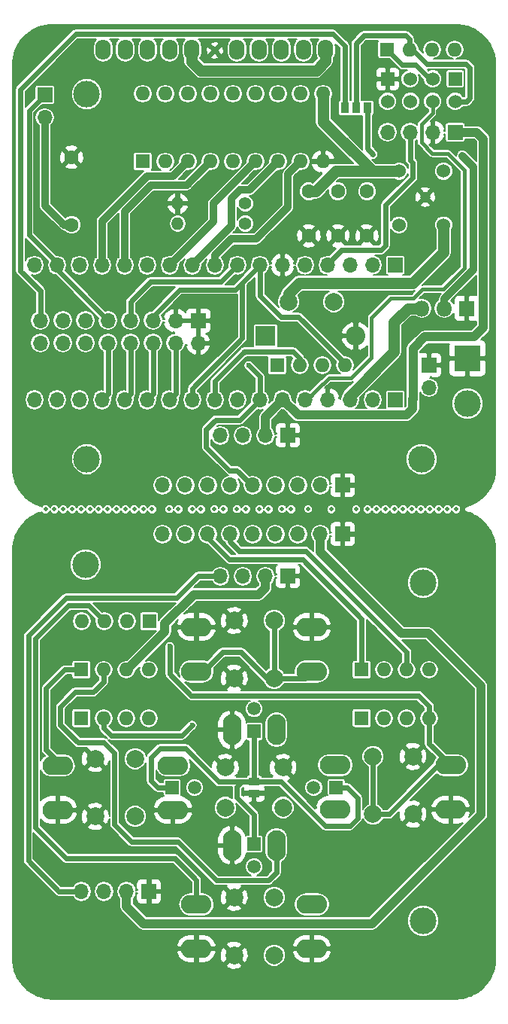
<source format=gbl>
G04 #@! TF.FileFunction,Copper,L2,Bot,Signal*
%FSLAX45Y45*%
G04 Gerber Fmt 4.5, Leading zero omitted, Abs format (unit mm)*
G04 Created by KiCad (PCBNEW 4.0.6-e0-6349~53~ubuntu16.04.1) date Wed May 24 17:29:30 2017*
%MOMM*%
%LPD*%
G01*
G04 APERTURE LIST*
%ADD10C,0.020000*%
%ADD11R,1.500000X1.500000*%
%ADD12C,1.500000*%
%ADD13C,3.000000*%
%ADD14R,1.700000X1.700000*%
%ADD15O,1.700000X1.700000*%
%ADD16O,3.433200X2.114400*%
%ADD17O,2.114400X3.433200*%
%ADD18R,1.600000X1.600000*%
%ADD19O,1.600000X1.600000*%
%ADD20R,3.000000X3.000000*%
%ADD21R,2.200000X2.200000*%
%ADD22O,2.200000X2.200000*%
%ADD23C,2.000000*%
%ADD24C,1.600000*%
%ADD25C,1.400000*%
%ADD26O,1.400000X1.400000*%
%ADD27C,1.600200*%
%ADD28O,1.724000X2.310000*%
%ADD29R,1.524000X1.524000*%
%ADD30C,1.524000*%
%ADD31R,1.270000X0.970000*%
%ADD32R,1.800000X1.800000*%
%ADD33O,1.800000X1.800000*%
%ADD34R,0.970000X1.270000*%
%ADD35C,0.800000*%
%ADD36C,1.200000*%
%ADD37C,0.500000*%
%ADD38C,0.600000*%
%ADD39C,0.812800*%
%ADD40C,0.609600*%
%ADD41C,0.406400*%
%ADD42C,1.016000*%
%ADD43C,1.270000*%
%ADD44C,0.150000*%
G04 APERTURE END LIST*
D10*
D11*
X13425600Y-12099544D03*
D12*
X13171600Y-12099544D03*
D11*
X12500000Y-11468100D03*
D12*
X12500000Y-11214100D03*
D11*
X11574400Y-12099544D03*
D12*
X11828400Y-12099544D03*
D11*
X12500000Y-12735560D03*
D12*
X12500000Y-12989560D03*
D13*
X14403100Y-13600000D03*
D14*
X11316716Y-13267980D03*
D15*
X11062716Y-13267980D03*
X10808716Y-13267980D03*
X10554716Y-13267980D03*
D16*
X11850356Y-13412660D03*
X11850356Y-13912660D03*
X13150356Y-13912660D03*
X13150356Y-13412660D03*
X10285716Y-11850814D03*
X10285716Y-12350814D03*
X11585716Y-12350814D03*
X11585716Y-11850814D03*
D17*
X12750000Y-11449544D03*
X12250000Y-11449544D03*
X12250000Y-12749544D03*
X12750000Y-12749544D03*
D18*
X10552176Y-11320272D03*
D19*
X10806176Y-11320272D03*
X11060176Y-11320272D03*
X11314176Y-11320272D03*
D18*
X10552176Y-10774680D03*
D19*
X10806176Y-10774680D03*
X11060176Y-10774680D03*
X11314176Y-10774680D03*
D16*
X13414996Y-11848020D03*
X13414996Y-12348020D03*
X14714996Y-12348020D03*
X14714996Y-11848020D03*
D18*
X13711428Y-11320272D03*
D19*
X13965428Y-11320272D03*
X14219428Y-11320272D03*
X14473428Y-11320272D03*
D18*
X13711428Y-10774680D03*
D19*
X13965428Y-10774680D03*
X14219428Y-10774680D03*
X14473428Y-10774680D03*
D16*
X13150356Y-10794556D03*
X13150356Y-10294556D03*
X11850356Y-10294556D03*
X11850356Y-10794556D03*
D18*
X11318748Y-10229088D03*
D19*
X11064748Y-10229088D03*
X10810748Y-10229088D03*
X10556748Y-10229088D03*
D13*
X10599660Y-9592310D03*
X14402540Y-9795764D03*
D14*
X12881000Y-9723120D03*
D15*
X12627000Y-9723120D03*
X12373000Y-9723120D03*
X12119000Y-9723120D03*
D14*
X13500000Y-9250000D03*
D15*
X13246000Y-9250000D03*
X12992000Y-9250000D03*
X12738000Y-9250000D03*
X12484000Y-9250000D03*
X12230000Y-9250000D03*
X11976000Y-9250000D03*
X11722000Y-9250000D03*
X11468000Y-9250000D03*
D14*
X13500000Y-8700000D03*
D15*
X13246000Y-8700000D03*
X12992000Y-8700000D03*
X12738000Y-8700000D03*
X12484000Y-8700000D03*
X12230000Y-8700000D03*
X11976000Y-8700000D03*
X11722000Y-8700000D03*
X11468000Y-8700000D03*
D13*
X14385798Y-8405622D03*
D14*
X12881000Y-8139176D03*
D15*
X12627000Y-8139176D03*
X12373000Y-8139176D03*
X12119000Y-8139176D03*
D13*
X10614660Y-8404860D03*
D20*
X14903196Y-7273290D03*
D13*
X14903196Y-7781290D03*
D14*
X14470380Y-7349490D03*
D15*
X14470380Y-7603490D03*
D14*
X14089380Y-7739380D03*
D15*
X13835380Y-7739380D03*
X13581380Y-7739380D03*
X13327380Y-7739380D03*
X13073380Y-7739380D03*
X12819380Y-7739380D03*
X12565380Y-7739380D03*
X12311380Y-7739380D03*
X12057380Y-7739380D03*
X11803380Y-7739380D03*
X11549380Y-7739380D03*
X11295380Y-7739380D03*
X11041380Y-7739380D03*
X10787380Y-7739380D03*
X10533380Y-7739380D03*
X10279380Y-7739380D03*
X10025380Y-7739380D03*
D14*
X11869420Y-6847840D03*
D15*
X11869420Y-7101840D03*
X11615420Y-6847840D03*
X11615420Y-7101840D03*
X11361420Y-6847840D03*
X11361420Y-7101840D03*
X11107420Y-6847840D03*
X11107420Y-7101840D03*
X10853420Y-6847840D03*
X10853420Y-7101840D03*
X10599420Y-6847840D03*
X10599420Y-7101840D03*
X10345420Y-6847840D03*
X10345420Y-7101840D03*
X10091420Y-6847840D03*
X10091420Y-7101840D03*
D18*
X12758928Y-7350252D03*
D19*
X13012928Y-7350252D03*
X13266928Y-7350252D03*
X13520928Y-7350252D03*
D21*
X12629388Y-7022592D03*
D22*
X13645388Y-7022592D03*
D23*
X13397484Y-6636004D03*
X12889484Y-6635004D03*
D14*
X14089380Y-6225032D03*
D15*
X13835380Y-6225032D03*
X13581380Y-6225032D03*
X13327380Y-6225032D03*
X13073380Y-6225032D03*
X12819380Y-6225032D03*
X12565380Y-6225032D03*
X12311380Y-6225032D03*
X12057380Y-6225032D03*
X11803380Y-6225032D03*
X11549380Y-6225032D03*
X11295380Y-6225032D03*
X11041380Y-6225032D03*
X10787380Y-6225032D03*
X10533380Y-6225032D03*
X10279380Y-6225032D03*
X10025380Y-6225032D03*
D24*
X13771880Y-5895340D03*
X13771880Y-5395340D03*
X13444220Y-5394960D03*
X13444220Y-5894960D03*
D25*
X12400660Y-5758180D03*
D26*
X11638660Y-5758180D03*
D25*
X12400660Y-5532120D03*
D26*
X11638660Y-5532120D03*
D24*
X13116560Y-5895340D03*
X13116560Y-5395340D03*
D13*
X10614660Y-4300000D03*
D27*
X10444480Y-5772404D03*
X10444480Y-5012436D03*
D18*
X11244580Y-5059680D03*
D19*
X13276580Y-4297680D03*
X11498580Y-5059680D03*
X13022580Y-4297680D03*
X11752580Y-5059680D03*
X12768580Y-4297680D03*
X12006580Y-5059680D03*
X12514580Y-4297680D03*
X12260580Y-5059680D03*
X12260580Y-4297680D03*
X12514580Y-5059680D03*
X12006580Y-4297680D03*
X12768580Y-5059680D03*
X11752580Y-4297680D03*
X13022580Y-5059680D03*
X11498580Y-4297680D03*
X13276580Y-5059680D03*
X11244580Y-4297680D03*
D14*
X10142220Y-4310380D03*
D15*
X10142220Y-4564380D03*
D28*
X11297920Y-3799840D03*
X11547920Y-3799840D03*
X11797920Y-3799840D03*
X10797920Y-3799840D03*
X11047920Y-3799840D03*
X12806680Y-3799840D03*
X13056680Y-3799840D03*
X13306680Y-3799840D03*
X12306680Y-3799840D03*
X12556680Y-3799840D03*
D14*
X14765528Y-4732020D03*
D15*
X14511528Y-4732020D03*
X14257528Y-4732020D03*
X14003528Y-4732020D03*
D18*
X13997940Y-3799840D03*
D19*
X14251940Y-3799840D03*
X14505940Y-3799840D03*
X14759940Y-3799840D03*
D29*
X14003020Y-4130040D03*
D30*
X14257020Y-4130040D03*
X14511020Y-4130040D03*
D29*
X14765020Y-4130040D03*
D30*
X14765020Y-4384040D03*
X14511020Y-4384040D03*
X14262100Y-4384040D03*
X14003020Y-4384040D03*
D31*
X12500000Y-12035544D03*
X12500000Y-12163544D03*
D32*
X14897608Y-6711188D03*
D33*
X14643608Y-6711188D03*
X14389608Y-6711188D03*
D34*
X13774420Y-4457700D03*
X13647420Y-4457700D03*
X13520420Y-4457700D03*
D35*
X12057888Y-3811524D03*
D36*
X14428216Y-5459476D03*
D37*
X14778154Y-8969756D03*
X14678154Y-8969756D03*
X14578154Y-8969756D03*
X14478154Y-8969756D03*
X14378154Y-8969756D03*
X14278154Y-8969756D03*
X14178154Y-8969756D03*
X14078154Y-8969756D03*
X13978154Y-8969756D03*
X13878154Y-8969756D03*
X13778154Y-8969756D03*
X11350000Y-8969756D03*
X11250000Y-8969756D03*
X13648944Y-8970264D03*
X13369798Y-8970264D03*
X12916154Y-8969756D03*
X12662154Y-8969756D03*
X12408154Y-8969756D03*
X12154154Y-8969756D03*
X11900154Y-8969756D03*
X13106908Y-8967978D03*
X12815316Y-8967216D03*
X12560808Y-8970264D03*
X12307824Y-8969502D03*
X12052808Y-8969248D03*
X11800840Y-8969756D03*
X11545062Y-8969502D03*
X11646154Y-8969756D03*
X11150000Y-8969756D03*
X11050000Y-8969756D03*
X10950000Y-8969756D03*
X10850000Y-8969756D03*
X10750000Y-8969756D03*
X10650000Y-8969756D03*
X10550000Y-8969756D03*
X10450000Y-8969756D03*
X10350000Y-8969756D03*
X10250000Y-8969756D03*
X10150094Y-8969756D03*
D23*
X12725000Y-10871080D03*
X12275000Y-10871080D03*
X12725000Y-10221080D03*
X12275000Y-10221080D03*
X13839600Y-11749540D03*
X14289600Y-11749540D03*
X13839600Y-12399540D03*
X14289600Y-12399540D03*
X12725000Y-13985120D03*
X12275000Y-13985120D03*
X12725000Y-13335120D03*
X12275000Y-13335120D03*
X11160400Y-12424544D03*
X10710400Y-12424544D03*
X11160400Y-11774544D03*
X10710400Y-11774544D03*
X12175000Y-12324544D03*
X12175000Y-11874544D03*
X12825000Y-12324544D03*
X12825000Y-11874544D03*
D30*
X14635480Y-5773140D03*
X14132560Y-5773140D03*
X14132560Y-5168620D03*
X14635480Y-5168620D03*
D38*
X11801856Y-11399520D03*
X12438888Y-7353808D03*
X11550396Y-10511028D03*
X12390120Y-7202424D03*
X14843760Y-4994910D03*
X13838682Y-4981702D03*
D39*
X13444220Y-5895340D02*
X13459460Y-5895340D01*
D40*
X14289600Y-12399540D02*
X14341120Y-12348020D01*
X11923832Y-10221080D02*
X11850356Y-10294556D01*
D39*
X11752580Y-5059680D02*
X11751564Y-5059680D01*
X11751564Y-5059680D02*
X11587734Y-5223510D01*
X11587734Y-5223510D02*
X11292840Y-5223510D01*
X11292840Y-5223510D02*
X10787380Y-5728970D01*
X10787380Y-5728970D02*
X10787380Y-6225032D01*
X11041380Y-6225032D02*
X11041380Y-5618668D01*
X11741404Y-5324856D02*
X12006580Y-5059680D01*
X11335192Y-5324856D02*
X11741404Y-5324856D01*
X11041380Y-5618668D02*
X11335192Y-5324856D01*
X12514580Y-5059680D02*
X12513564Y-5059680D01*
X12513564Y-5059680D02*
X12039346Y-5533898D01*
X12039346Y-5533898D02*
X12039346Y-5735066D01*
X12039346Y-5735066D02*
X11549380Y-6225032D01*
X11803380Y-6225032D02*
X11804650Y-6225032D01*
X11804650Y-6225032D02*
X12243308Y-5786374D01*
X12450064Y-5378196D02*
X12768580Y-5059680D01*
X12339828Y-5378196D02*
X12450064Y-5378196D01*
X12243308Y-5474716D02*
X12339828Y-5378196D01*
X12243308Y-5786374D02*
X12243308Y-5474716D01*
X11803380Y-6225032D02*
X11803380Y-6217920D01*
X12057380Y-6225032D02*
X12057380Y-6117590D01*
X12881610Y-5200650D02*
X13022580Y-5059680D01*
X12881610Y-5574030D02*
X12881610Y-5200650D01*
X12523978Y-5931662D02*
X12881610Y-5574030D01*
X12243308Y-5931662D02*
X12523978Y-5931662D01*
X12057380Y-6117590D02*
X12243308Y-5931662D01*
X12057380Y-6225032D02*
X12059158Y-6225032D01*
X13045440Y-5082540D02*
X13022580Y-5059680D01*
X10444480Y-5772404D02*
X10359644Y-5772404D01*
X10142220Y-5554980D02*
X10142220Y-4564380D01*
X10359644Y-5772404D02*
X10142220Y-5554980D01*
D40*
X12500000Y-12035544D02*
X12805164Y-12035544D01*
X12805164Y-12035544D02*
X13300710Y-12531090D01*
X13300710Y-12531090D02*
X13578840Y-12531090D01*
X13578840Y-12531090D02*
X13666470Y-12443460D01*
X13666470Y-12443460D02*
X13666470Y-12214860D01*
X13666470Y-12214860D02*
X13551154Y-12099544D01*
X13551154Y-12099544D02*
X13425600Y-12099544D01*
X12500000Y-12735560D02*
X12500000Y-12400940D01*
X12307824Y-12088368D02*
X12360648Y-12035544D01*
X12307824Y-12208764D02*
X12307824Y-12088368D01*
X12500000Y-12400940D02*
X12307824Y-12208764D01*
X11574400Y-12099544D02*
X11413744Y-12099544D01*
X11413744Y-12099544D02*
X11338560Y-12024360D01*
X11338560Y-12024360D02*
X11338560Y-11761470D01*
X11338560Y-11761470D02*
X11437620Y-11662410D01*
X11437620Y-11662410D02*
X11727180Y-11662410D01*
X11727180Y-11662410D02*
X12100314Y-12035544D01*
X12100314Y-12035544D02*
X12360648Y-12035544D01*
X12360648Y-12035544D02*
X12500000Y-12035544D01*
X12500000Y-11468100D02*
X12500000Y-12035544D01*
X10806176Y-11429238D02*
X10806176Y-11320272D01*
X10893806Y-11516868D02*
X10806176Y-11429238D01*
X11684508Y-11516868D02*
X10893806Y-11516868D01*
X11801856Y-11399520D02*
X11684508Y-11516868D01*
X12725000Y-10871080D02*
X13073832Y-10871080D01*
X13073832Y-10871080D02*
X13150356Y-10794556D01*
X12725000Y-10871080D02*
X12725000Y-10221080D01*
X12352274Y-10578084D02*
X12645270Y-10871080D01*
X12645270Y-10871080D02*
X12725000Y-10871080D01*
X11850356Y-10794556D02*
X11929046Y-10794556D01*
X11929046Y-10794556D02*
X12145518Y-10578084D01*
X12145518Y-10578084D02*
X12352274Y-10578084D01*
X12438888Y-7353808D02*
X12565380Y-7480300D01*
X12565380Y-7480300D02*
X12565380Y-7739380D01*
D41*
X12565380Y-7739380D02*
X12565380Y-7737348D01*
D40*
X12339320Y-7965440D02*
X12565380Y-7739380D01*
X12066016Y-7965440D02*
X12339320Y-7965440D01*
X11960352Y-8071104D02*
X12066016Y-7965440D01*
X11960352Y-8270240D02*
X11960352Y-8071104D01*
X12222480Y-8532368D02*
X11960352Y-8270240D01*
X12301728Y-8532368D02*
X12222480Y-8532368D01*
X12469360Y-8700000D02*
X12301728Y-8532368D01*
X12484000Y-8700000D02*
X12469360Y-8700000D01*
X14714996Y-11848020D02*
X14574838Y-11848020D01*
X14574838Y-11848020D02*
X14023318Y-12399540D01*
X14023318Y-12399540D02*
X13839600Y-12399540D01*
X14473428Y-11606452D02*
X14714996Y-11848020D01*
X13839600Y-11749540D02*
X13839600Y-12399540D01*
X11550396Y-10823956D02*
X11550396Y-10511028D01*
X11790680Y-11064240D02*
X11550396Y-10823956D01*
X14355572Y-11064240D02*
X11790680Y-11064240D01*
X14473428Y-11320272D02*
X14473428Y-11182096D01*
X14473428Y-11182096D02*
X14355572Y-11064240D01*
X14473428Y-11320272D02*
X14473428Y-11606452D01*
X11079480Y-12897104D02*
X11605514Y-12897104D01*
X11850356Y-13141946D02*
X11850356Y-13412660D01*
X11605514Y-12897104D02*
X11850356Y-13141946D01*
X10634472Y-10052812D02*
X10810748Y-10229088D01*
X10410444Y-10052812D02*
X10634472Y-10052812D01*
X10036048Y-10427208D02*
X10410444Y-10052812D01*
X10036048Y-12550648D02*
X10036048Y-10427208D01*
X10382504Y-12897104D02*
X10036048Y-12550648D01*
X11079480Y-12897104D02*
X10382504Y-12897104D01*
X12750000Y-12749544D02*
X12750000Y-13058432D01*
X10806176Y-10910824D02*
X10806176Y-10774680D01*
X10690860Y-11026140D02*
X10806176Y-10910824D01*
X10481310Y-11026140D02*
X10690860Y-11026140D01*
X10317480Y-11189970D02*
X10481310Y-11026140D01*
X10317480Y-11395710D02*
X10317480Y-11189970D01*
X10515600Y-11593830D02*
X10317480Y-11395710D01*
X10808970Y-11593830D02*
X10515600Y-11593830D01*
X10927080Y-11711940D02*
X10808970Y-11593830D01*
X10927080Y-12515850D02*
X10927080Y-11711940D01*
X11121390Y-12710160D02*
X10927080Y-12515850D01*
X11639550Y-12710160D02*
X11121390Y-12710160D01*
X12074398Y-13145008D02*
X11639550Y-12710160D01*
X12663424Y-13145008D02*
X12074398Y-13145008D01*
X12750000Y-13058432D02*
X12663424Y-13145008D01*
X10285716Y-11850814D02*
X10285716Y-11805906D01*
X10285716Y-11805906D02*
X10157460Y-11677650D01*
X10367010Y-10774680D02*
X10552176Y-10774680D01*
X10157460Y-10984230D02*
X10367010Y-10774680D01*
X10157460Y-11677650D02*
X10157460Y-10984230D01*
X10552176Y-10774680D02*
X10473690Y-10774680D01*
X10853420Y-7101840D02*
X10853420Y-7673340D01*
X10853420Y-7673340D02*
X10787380Y-7739380D01*
D42*
X11062716Y-13267980D02*
X11062716Y-13437616D01*
X11062716Y-13437616D02*
X11254232Y-13629132D01*
X13830300Y-13629132D02*
X15055596Y-12403836D01*
X11254232Y-13629132D02*
X13830300Y-13629132D01*
X13246000Y-9250000D02*
X13246000Y-9451748D01*
X15055596Y-10957560D02*
X15055596Y-12403836D01*
X14463776Y-10365740D02*
X15055596Y-10957560D01*
X14159992Y-10365740D02*
X14463776Y-10365740D01*
X13246000Y-9451748D02*
X14159992Y-10365740D01*
X11060176Y-10774680D02*
X11068812Y-10774680D01*
X11068812Y-10774680D02*
X11494516Y-10348976D01*
X12627000Y-9853524D02*
X12627000Y-9723120D01*
X12550648Y-9929876D02*
X12627000Y-9853524D01*
X11818620Y-9929876D02*
X12550648Y-9929876D01*
X11494516Y-10253980D02*
X11818620Y-9929876D01*
X11494516Y-10348976D02*
X11494516Y-10253980D01*
X14291310Y-7257034D02*
X14291310Y-7728966D01*
X15008352Y-4732020D02*
X14765528Y-4732020D01*
X15083028Y-4806696D02*
X15008352Y-4732020D01*
X15083028Y-6604000D02*
X15083028Y-4806696D01*
X15083028Y-6927596D02*
X14979904Y-7030720D01*
X14979904Y-7030720D02*
X14563344Y-7030720D01*
X15083028Y-6604000D02*
X15083028Y-6927596D01*
X14291310Y-7162546D02*
X14291310Y-7257034D01*
X14423136Y-7030720D02*
X14291310Y-7162546D01*
X14563344Y-7030720D02*
X14423136Y-7030720D01*
X14291310Y-7728966D02*
X14288262Y-7732014D01*
X14288262Y-7732014D02*
X14288262Y-7837424D01*
X14288262Y-7837424D02*
X14215872Y-7909814D01*
X12627000Y-8139176D02*
X12627000Y-7931760D01*
X12627000Y-7931760D02*
X12819380Y-7739380D01*
X12819380Y-7739380D02*
X12824460Y-7739380D01*
X12824460Y-7739380D02*
X12994894Y-7909814D01*
X12994894Y-7909814D02*
X14215872Y-7909814D01*
X14215872Y-7909814D02*
X14288262Y-7837424D01*
D40*
X12627000Y-7931760D02*
X12819380Y-7739380D01*
D39*
X14805406Y-4771898D02*
X14765528Y-4732020D01*
X14765528Y-4732020D02*
X14790420Y-4732020D01*
X12824460Y-7739380D02*
X12994894Y-7909814D01*
D40*
X11041380Y-7739380D02*
X11107420Y-7673340D01*
X11107420Y-7673340D02*
X11107420Y-7101840D01*
X13045186Y-9532620D02*
X13045186Y-9536176D01*
X13711428Y-10202418D02*
X13711428Y-10774680D01*
X13045186Y-9536176D02*
X13711428Y-10202418D01*
X11976000Y-9250000D02*
X11976000Y-9286140D01*
X11976000Y-9286140D02*
X12222480Y-9532620D01*
X12222480Y-9532620D02*
X13045186Y-9532620D01*
X11361420Y-7101840D02*
X11361420Y-7673340D01*
X11361420Y-7673340D02*
X11295380Y-7739380D01*
D41*
X11976000Y-9250000D02*
X11976000Y-9250018D01*
D40*
X13926185Y-10283825D02*
X13927709Y-10283825D01*
X14219428Y-10575544D02*
X14219428Y-10774680D01*
X13927709Y-10283825D02*
X14219428Y-10575544D01*
X13072110Y-9437370D02*
X13079730Y-9437370D01*
X13079730Y-9437370D02*
X13926185Y-10283825D01*
X12230000Y-9250000D02*
X12230000Y-9334400D01*
X12230000Y-9334400D02*
X12332970Y-9437370D01*
X12332970Y-9437370D02*
X13072110Y-9437370D01*
X12230000Y-9250000D02*
X12233230Y-9250000D01*
X11615420Y-7101840D02*
X11615420Y-7673340D01*
X11615420Y-7673340D02*
X11549380Y-7739380D01*
D41*
X12230000Y-9250000D02*
X12201824Y-9250000D01*
D40*
X12388215Y-7200519D02*
X12389358Y-7199376D01*
X12390120Y-7202424D02*
X12388215Y-7200519D01*
X11107420Y-6847840D02*
X11107420Y-6635750D01*
X12124182Y-6412230D02*
X12311380Y-6225032D01*
X11330940Y-6412230D02*
X12124182Y-6412230D01*
X11107420Y-6635750D02*
X11330940Y-6412230D01*
X13012928Y-7350252D02*
X13012928Y-7272020D01*
X13012928Y-7272020D02*
X12940284Y-7199376D01*
X12940284Y-7199376D02*
X12389358Y-7199376D01*
X12057380Y-7531354D02*
X12057380Y-7739380D01*
X12389358Y-7199376D02*
X12057380Y-7531354D01*
X10554716Y-13267980D02*
X10300752Y-13267980D01*
X12119000Y-9723120D02*
X11870944Y-9723120D01*
X11870944Y-9723120D02*
X11629136Y-9964928D01*
X11629136Y-9964928D02*
X10383833Y-9964928D01*
X10383833Y-9964928D02*
X9955088Y-10393673D01*
X9955088Y-10393673D02*
X9955088Y-12922316D01*
X9955088Y-12922316D02*
X10300752Y-13267980D01*
X11803380Y-7739380D02*
X11803380Y-7612380D01*
X12367260Y-7048500D02*
X12367260Y-6423152D01*
X11803380Y-7612380D02*
X12367260Y-7048500D01*
X13520928Y-7350252D02*
X13520928Y-7328154D01*
X13520928Y-7328154D02*
X13001752Y-6808978D01*
X12565380Y-6568440D02*
X12565380Y-6225032D01*
X12805918Y-6808978D02*
X12565380Y-6568440D01*
X13001752Y-6808978D02*
X12805918Y-6808978D01*
X11361420Y-6847840D02*
X11361420Y-6800850D01*
X11361420Y-6800850D02*
X11662410Y-6499860D01*
X11662410Y-6499860D02*
X12290552Y-6499860D01*
X12290552Y-6499860D02*
X12367260Y-6423152D01*
X12367260Y-6423152D02*
X12565380Y-6225032D01*
X10279380Y-6225032D02*
X10279380Y-6273800D01*
X10279380Y-6273800D02*
X10853420Y-6847840D01*
X10279380Y-6198870D02*
X9963150Y-5882640D01*
X9963150Y-5882640D02*
X9963150Y-4489450D01*
X9963150Y-4489450D02*
X10142220Y-4310380D01*
X10279380Y-6225032D02*
X10279380Y-6198870D01*
X13520420Y-4457700D02*
X13520420Y-3763010D01*
X13520420Y-3763010D02*
X13477240Y-3719830D01*
X10091420Y-6847840D02*
X10091420Y-6511544D01*
X13384530Y-3627120D02*
X13477240Y-3719830D01*
X10488930Y-3627120D02*
X13384530Y-3627120D01*
X9867646Y-4248404D02*
X10488930Y-3627120D01*
X9867646Y-6287770D02*
X9867646Y-4248404D01*
X10091420Y-6511544D02*
X9867646Y-6287770D01*
D43*
X13832560Y-5168620D02*
X13420116Y-5168620D01*
X13420116Y-5168620D02*
X13193396Y-5395340D01*
X13193396Y-5395340D02*
X13116560Y-5395340D01*
X13581380Y-7739380D02*
X13581380Y-7695692D01*
X13581380Y-7695692D02*
X14076172Y-7200900D01*
X14076172Y-7200900D02*
X14076172Y-6867652D01*
X14076172Y-6867652D02*
X14232636Y-6711188D01*
X14232636Y-6711188D02*
X14389608Y-6711188D01*
X11898884Y-4037076D02*
X11797920Y-3936112D01*
X13197840Y-4037076D02*
X11898884Y-4037076D01*
X13306680Y-3928236D02*
X13197840Y-4037076D01*
X13276580Y-4297680D02*
X13276580Y-4612640D01*
X13276580Y-4612640D02*
X13832560Y-5168620D01*
X13832560Y-5168620D02*
X14132560Y-5168620D01*
X13306680Y-3799840D02*
X13306680Y-3928236D01*
X11797920Y-3936112D02*
X11797920Y-3799840D01*
X11797920Y-3799840D02*
X11797920Y-3868548D01*
D40*
X13844270Y-6057392D02*
X13928090Y-6057392D01*
X13981176Y-5548884D02*
X14288516Y-5241544D01*
X13981176Y-6004306D02*
X13981176Y-5548884D01*
X13928090Y-6057392D02*
X13981176Y-6004306D01*
X13327380Y-6225032D02*
X13327380Y-6214364D01*
X13327380Y-6214364D02*
X13484352Y-6057392D01*
X13484352Y-6057392D02*
X13844270Y-6057392D01*
X14257528Y-4732020D02*
X14257528Y-5042916D01*
X14257528Y-5042916D02*
X14288516Y-5073904D01*
X14288516Y-5073904D02*
X14288516Y-5241544D01*
D43*
X12889484Y-6635004D02*
X12889484Y-6542786D01*
X12889484Y-6542786D02*
X13003276Y-6428994D01*
X14635480Y-6079236D02*
X14635480Y-5773140D01*
X14285722Y-6428994D02*
X14635480Y-6079236D01*
X13003276Y-6428994D02*
X14285722Y-6428994D01*
D40*
X14511020Y-4130040D02*
X14478000Y-4130040D01*
X14478000Y-4130040D02*
X14320520Y-3972560D01*
X14320520Y-3972560D02*
X14170660Y-3972560D01*
X14170660Y-3972560D02*
X13997940Y-3799840D01*
D41*
X14294358Y-6599682D02*
X14042390Y-6599682D01*
X13344144Y-7493508D02*
X13204444Y-7633208D01*
X13590016Y-7493508D02*
X13344144Y-7493508D01*
X13821918Y-7261606D02*
X13590016Y-7493508D01*
X13821918Y-6820154D02*
X13821918Y-7261606D01*
X14042390Y-6599682D02*
X13821918Y-6820154D01*
X14294358Y-6599682D02*
X14397990Y-6496050D01*
X14383512Y-4815078D02*
X14383512Y-4847082D01*
X14383512Y-4643628D02*
X14383512Y-4815078D01*
X14511020Y-4516120D02*
X14383512Y-4643628D01*
X14511020Y-4384040D02*
X14511020Y-4516120D01*
X14383512Y-4847082D02*
X14508480Y-4972050D01*
X14508480Y-4972050D02*
X14683740Y-4972050D01*
X14683740Y-4972050D02*
X14866174Y-5154484D01*
X14866174Y-5154484D02*
X14866174Y-6259260D01*
X14866174Y-6259260D02*
X14629384Y-6496050D01*
X14629384Y-6496050D02*
X14397990Y-6496050D01*
X13098272Y-7739380D02*
X13204444Y-7633208D01*
X13073380Y-7739380D02*
X13098272Y-7739380D01*
D40*
X13073380Y-7739380D02*
X13101066Y-7739380D01*
X13838682Y-4981702D02*
X13838682Y-4976622D01*
X13774420Y-4912360D02*
X13774420Y-4457700D01*
X13838682Y-4976622D02*
X13774420Y-4912360D01*
D39*
X14971588Y-5122738D02*
X14971588Y-5280660D01*
X14843760Y-4994910D02*
X14971588Y-5122738D01*
X14971588Y-5839460D02*
X14971588Y-5280660D01*
X14643608Y-6603304D02*
X14971588Y-6275324D01*
X14971588Y-6275324D02*
X14971588Y-5839460D01*
X14643608Y-6711188D02*
X14643608Y-6603304D01*
D40*
X13647420Y-4457700D02*
X13647420Y-3733800D01*
X13737336Y-3643884D02*
X13748766Y-3643884D01*
X13647420Y-3733800D02*
X13737336Y-3643884D01*
X14251940Y-3683000D02*
X14251940Y-3799840D01*
X14212824Y-3643884D02*
X14251940Y-3683000D01*
X13748766Y-3643884D02*
X14212824Y-3643884D01*
X14765020Y-4384040D02*
X14894560Y-4384040D01*
X14447520Y-3962400D02*
X14284960Y-3799840D01*
X14886940Y-3962400D02*
X14447520Y-3962400D01*
X14930120Y-4005580D02*
X14886940Y-3962400D01*
X14930120Y-4348480D02*
X14930120Y-4005580D01*
X14894560Y-4384040D02*
X14930120Y-4348480D01*
X14284960Y-3799840D02*
X14251940Y-3799840D01*
D41*
X14071854Y-6242558D02*
X14089380Y-6225032D01*
D39*
X13835380Y-6225032D02*
X13835380Y-6210300D01*
D44*
G36*
X14793664Y-3524010D02*
X14816539Y-3525736D01*
X14839062Y-3528576D01*
X14861211Y-3532504D01*
X14882953Y-3537490D01*
X14904275Y-3543507D01*
X14925140Y-3550527D01*
X14945529Y-3558524D01*
X14965410Y-3567469D01*
X14984759Y-3577335D01*
X15003549Y-3588096D01*
X15021750Y-3599723D01*
X15039337Y-3612189D01*
X15056277Y-3625464D01*
X15072548Y-3639525D01*
X15088117Y-3654339D01*
X15102956Y-3669879D01*
X15117040Y-3686119D01*
X15130340Y-3703030D01*
X15142825Y-3720581D01*
X15154473Y-3738750D01*
X15165250Y-3757501D01*
X15175132Y-3776811D01*
X15184090Y-3796653D01*
X15192100Y-3817001D01*
X15199130Y-3837823D01*
X15205156Y-3859097D01*
X15210150Y-3880798D01*
X15214083Y-3902896D01*
X15216928Y-3925372D01*
X15218656Y-3948200D01*
X15219248Y-3971734D01*
X15219248Y-8507808D01*
X15218619Y-8532049D01*
X15216783Y-8555539D01*
X15213763Y-8578651D01*
X15209588Y-8601361D01*
X15204291Y-8623636D01*
X15197901Y-8645454D01*
X15190450Y-8666784D01*
X15181965Y-8687600D01*
X15172478Y-8707875D01*
X15162021Y-8727572D01*
X15150619Y-8746670D01*
X15138305Y-8765136D01*
X15125110Y-8782938D01*
X15111063Y-8800049D01*
X15096197Y-8816434D01*
X15080539Y-8832067D01*
X15064121Y-8846917D01*
X15046977Y-8860950D01*
X15029137Y-8874138D01*
X15010628Y-8886452D01*
X14991485Y-8897860D01*
X14971737Y-8908333D01*
X14951414Y-8917842D01*
X14930549Y-8926355D01*
X14909167Y-8933844D01*
X14886559Y-8940498D01*
X14883810Y-8941938D01*
X14880840Y-8942838D01*
X14878628Y-8944653D01*
X14876092Y-8945981D01*
X14874104Y-8948363D01*
X14871705Y-8950331D01*
X14870355Y-8952854D01*
X14868521Y-8955052D01*
X14867596Y-8958014D01*
X14866132Y-8960750D01*
X14865851Y-8963597D01*
X14864998Y-8966329D01*
X14865276Y-8969420D01*
X14864971Y-8972508D01*
X14865801Y-8975247D01*
X14866058Y-8978097D01*
X14867498Y-8980846D01*
X14868398Y-8983816D01*
X14870213Y-8986028D01*
X14871541Y-8988563D01*
X14873923Y-8990552D01*
X14875891Y-8992951D01*
X14878415Y-8994301D01*
X14880612Y-8996135D01*
X14883574Y-8997060D01*
X14886310Y-8998524D01*
X14908948Y-9005397D01*
X14930362Y-9013096D01*
X14951257Y-9021815D01*
X14971603Y-9031522D01*
X14991373Y-9042190D01*
X15010531Y-9053787D01*
X15029053Y-9066285D01*
X15046905Y-9079655D01*
X15064056Y-9093864D01*
X15080478Y-9108886D01*
X15096137Y-9124685D01*
X15111004Y-9141236D01*
X15125050Y-9158507D01*
X15138242Y-9176467D01*
X15150551Y-9195086D01*
X15161947Y-9214336D01*
X15172401Y-9234185D01*
X15181880Y-9254602D01*
X15190358Y-9275563D01*
X15197803Y-9297035D01*
X15204187Y-9318994D01*
X15209478Y-9341404D01*
X15213648Y-9364250D01*
X15216665Y-9387497D01*
X15218498Y-9411120D01*
X15219126Y-9435486D01*
X15219126Y-14022906D01*
X15218527Y-14046721D01*
X15216778Y-14069822D01*
X15213900Y-14092568D01*
X15209920Y-14114935D01*
X15204867Y-14136895D01*
X15198770Y-14158426D01*
X15191655Y-14179499D01*
X15183551Y-14200089D01*
X15174486Y-14220169D01*
X15164487Y-14239711D01*
X15153581Y-14258688D01*
X15141796Y-14277072D01*
X15129161Y-14294834D01*
X15115704Y-14311945D01*
X15101452Y-14328379D01*
X15086436Y-14344104D01*
X15070681Y-14359095D01*
X15054216Y-14373323D01*
X15037073Y-14386757D01*
X15019278Y-14399371D01*
X15000858Y-14411136D01*
X14981844Y-14422024D01*
X14962263Y-14432008D01*
X14942142Y-14441060D01*
X14921511Y-14449150D01*
X14900393Y-14456255D01*
X14878818Y-14462343D01*
X14856810Y-14467389D01*
X14834399Y-14471362D01*
X14811602Y-14474237D01*
X14788453Y-14475983D01*
X14764588Y-14476582D01*
X10235412Y-14476582D01*
X10211547Y-14475983D01*
X10188397Y-14474237D01*
X10165601Y-14471363D01*
X10143186Y-14467388D01*
X10121176Y-14462343D01*
X10099600Y-14456254D01*
X10078482Y-14449151D01*
X10057846Y-14441059D01*
X10037723Y-14432007D01*
X10018139Y-14422023D01*
X9999124Y-14411135D01*
X9980702Y-14399370D01*
X9962905Y-14386757D01*
X9945757Y-14373321D01*
X9929291Y-14359095D01*
X9913532Y-14344102D01*
X9898513Y-14328377D01*
X9884258Y-14311942D01*
X9870797Y-14294829D01*
X9858161Y-14277068D01*
X9846374Y-14258686D01*
X9835466Y-14239708D01*
X9825464Y-14220166D01*
X9816397Y-14200087D01*
X9808291Y-14179497D01*
X9801175Y-14158422D01*
X9795076Y-14136894D01*
X9790022Y-14114933D01*
X9787511Y-14100825D01*
X12184610Y-14100825D01*
X12195197Y-14125412D01*
X12254959Y-14145272D01*
X12317773Y-14140751D01*
X12354803Y-14125412D01*
X12365390Y-14100825D01*
X12275000Y-14010434D01*
X12184610Y-14100825D01*
X9787511Y-14100825D01*
X9786042Y-14092569D01*
X9783162Y-14069821D01*
X9781413Y-14046719D01*
X9780813Y-14022906D01*
X9780813Y-13955845D01*
X11626183Y-13955845D01*
X11655779Y-14015982D01*
X11705111Y-14057345D01*
X11766516Y-14076680D01*
X11832456Y-14076680D01*
X11832456Y-13930560D01*
X11868256Y-13930560D01*
X11868256Y-14076680D01*
X11934196Y-14076680D01*
X11995601Y-14057345D01*
X12044933Y-14015982D01*
X12069984Y-13965079D01*
X12114848Y-13965079D01*
X12119369Y-14027893D01*
X12134708Y-14064923D01*
X12159295Y-14075510D01*
X12249686Y-13985120D01*
X12300314Y-13985120D01*
X12390705Y-14075510D01*
X12415292Y-14064923D01*
X12433421Y-14010370D01*
X12597478Y-14010370D01*
X12616848Y-14057249D01*
X12652683Y-14093146D01*
X12699527Y-14112598D01*
X12750250Y-14112642D01*
X12797129Y-14093272D01*
X12833026Y-14057437D01*
X12852478Y-14010593D01*
X12852522Y-13959870D01*
X12850859Y-13955845D01*
X12926183Y-13955845D01*
X12955779Y-14015982D01*
X13005111Y-14057345D01*
X13066516Y-14076680D01*
X13132456Y-14076680D01*
X13132456Y-13930560D01*
X13168256Y-13930560D01*
X13168256Y-14076680D01*
X13234196Y-14076680D01*
X13295601Y-14057345D01*
X13344933Y-14015982D01*
X13374529Y-13955845D01*
X13364665Y-13930560D01*
X13168256Y-13930560D01*
X13132456Y-13930560D01*
X12936047Y-13930560D01*
X12926183Y-13955845D01*
X12850859Y-13955845D01*
X12833152Y-13912991D01*
X12797317Y-13877094D01*
X12778970Y-13869475D01*
X12926183Y-13869475D01*
X12936047Y-13894760D01*
X13132456Y-13894760D01*
X13132456Y-13748640D01*
X13168256Y-13748640D01*
X13168256Y-13894760D01*
X13364665Y-13894760D01*
X13374529Y-13869475D01*
X13344933Y-13809338D01*
X13295601Y-13767975D01*
X13234196Y-13748640D01*
X13168256Y-13748640D01*
X13132456Y-13748640D01*
X13066516Y-13748640D01*
X13005111Y-13767975D01*
X12955779Y-13809338D01*
X12926183Y-13869475D01*
X12778970Y-13869475D01*
X12750473Y-13857642D01*
X12699750Y-13857598D01*
X12652871Y-13876968D01*
X12616974Y-13912803D01*
X12597522Y-13959647D01*
X12597478Y-14010370D01*
X12433421Y-14010370D01*
X12435152Y-14005160D01*
X12430631Y-13942347D01*
X12415292Y-13905317D01*
X12390705Y-13894730D01*
X12300314Y-13985120D01*
X12249686Y-13985120D01*
X12159295Y-13894730D01*
X12134708Y-13905317D01*
X12114848Y-13965079D01*
X12069984Y-13965079D01*
X12074529Y-13955845D01*
X12064665Y-13930560D01*
X11868256Y-13930560D01*
X11832456Y-13930560D01*
X11636047Y-13930560D01*
X11626183Y-13955845D01*
X9780813Y-13955845D01*
X9780813Y-13869475D01*
X11626183Y-13869475D01*
X11636047Y-13894760D01*
X11832456Y-13894760D01*
X11832456Y-13748640D01*
X11868256Y-13748640D01*
X11868256Y-13894760D01*
X12064665Y-13894760D01*
X12074529Y-13869475D01*
X12074499Y-13869415D01*
X12184610Y-13869415D01*
X12275000Y-13959806D01*
X12365390Y-13869415D01*
X12354803Y-13844828D01*
X12295040Y-13824968D01*
X12232227Y-13829489D01*
X12195197Y-13844828D01*
X12184610Y-13869415D01*
X12074499Y-13869415D01*
X12044933Y-13809338D01*
X11995601Y-13767975D01*
X11934196Y-13748640D01*
X11868256Y-13748640D01*
X11832456Y-13748640D01*
X11766516Y-13748640D01*
X11705111Y-13767975D01*
X11655779Y-13809338D01*
X11626183Y-13869475D01*
X9780813Y-13869475D01*
X9780813Y-10393673D01*
X9897108Y-10393673D01*
X9897108Y-10393674D01*
X9897108Y-12922315D01*
X9897108Y-12922316D01*
X9901521Y-12944504D01*
X9914090Y-12963314D01*
X10259754Y-13308978D01*
X10278564Y-13321546D01*
X10282245Y-13322279D01*
X10300752Y-13325960D01*
X10300753Y-13325960D01*
X10459282Y-13325960D01*
X10475167Y-13349733D01*
X10511664Y-13374120D01*
X10554716Y-13382684D01*
X10597768Y-13374120D01*
X10634266Y-13349733D01*
X10658652Y-13313236D01*
X10667216Y-13270184D01*
X10667216Y-13265776D01*
X10696216Y-13265776D01*
X10696216Y-13270184D01*
X10704780Y-13313236D01*
X10729167Y-13349733D01*
X10765664Y-13374120D01*
X10808716Y-13382684D01*
X10851768Y-13374120D01*
X10888266Y-13349733D01*
X10912652Y-13313236D01*
X10921216Y-13270184D01*
X10921216Y-13265776D01*
X10912652Y-13222724D01*
X10888266Y-13186226D01*
X10851768Y-13161840D01*
X10808716Y-13153276D01*
X10765664Y-13161840D01*
X10729167Y-13186226D01*
X10704780Y-13222724D01*
X10696216Y-13265776D01*
X10667216Y-13265776D01*
X10658652Y-13222724D01*
X10634266Y-13186226D01*
X10597768Y-13161840D01*
X10554716Y-13153276D01*
X10511664Y-13161840D01*
X10475167Y-13186226D01*
X10459282Y-13210000D01*
X10324768Y-13210000D01*
X10013068Y-12898300D01*
X10013068Y-12609664D01*
X10341506Y-12938102D01*
X10341506Y-12938102D01*
X10360316Y-12950670D01*
X10363997Y-12951403D01*
X10382504Y-12955084D01*
X10382505Y-12955084D01*
X11581498Y-12955084D01*
X11792376Y-13165962D01*
X11792376Y-13279440D01*
X11780514Y-13279440D01*
X11729533Y-13289581D01*
X11686313Y-13318459D01*
X11657435Y-13361679D01*
X11647294Y-13412660D01*
X11657435Y-13463641D01*
X11686313Y-13506861D01*
X11729533Y-13535739D01*
X11780514Y-13545880D01*
X11920198Y-13545880D01*
X11971179Y-13535739D01*
X12014399Y-13506861D01*
X12043277Y-13463641D01*
X12045826Y-13450825D01*
X12184610Y-13450825D01*
X12195197Y-13475412D01*
X12254959Y-13495272D01*
X12317773Y-13490751D01*
X12354803Y-13475412D01*
X12365390Y-13450825D01*
X12275000Y-13360434D01*
X12184610Y-13450825D01*
X12045826Y-13450825D01*
X12053418Y-13412660D01*
X12043277Y-13361679D01*
X12014399Y-13318459D01*
X12009341Y-13315079D01*
X12114848Y-13315079D01*
X12119369Y-13377893D01*
X12134708Y-13414923D01*
X12159295Y-13425510D01*
X12249686Y-13335120D01*
X12300314Y-13335120D01*
X12390705Y-13425510D01*
X12415292Y-13414923D01*
X12433421Y-13360370D01*
X12597478Y-13360370D01*
X12616848Y-13407249D01*
X12652683Y-13443146D01*
X12699527Y-13462598D01*
X12750250Y-13462642D01*
X12797129Y-13443272D01*
X12827794Y-13412660D01*
X12947294Y-13412660D01*
X12957435Y-13463641D01*
X12986313Y-13506861D01*
X13029533Y-13535739D01*
X13080514Y-13545880D01*
X13220198Y-13545880D01*
X13271179Y-13535739D01*
X13314399Y-13506861D01*
X13343277Y-13463641D01*
X13353418Y-13412660D01*
X13343277Y-13361679D01*
X13314399Y-13318459D01*
X13271179Y-13289581D01*
X13220198Y-13279440D01*
X13080514Y-13279440D01*
X13029533Y-13289581D01*
X12986313Y-13318459D01*
X12957435Y-13361679D01*
X12947294Y-13412660D01*
X12827794Y-13412660D01*
X12833026Y-13407437D01*
X12852478Y-13360593D01*
X12852522Y-13309870D01*
X12833152Y-13262991D01*
X12797317Y-13227094D01*
X12750473Y-13207642D01*
X12699750Y-13207598D01*
X12652871Y-13226968D01*
X12616974Y-13262803D01*
X12597522Y-13309647D01*
X12597478Y-13360370D01*
X12433421Y-13360370D01*
X12435152Y-13355160D01*
X12430631Y-13292347D01*
X12415292Y-13255317D01*
X12390705Y-13244730D01*
X12300314Y-13335120D01*
X12249686Y-13335120D01*
X12159295Y-13244730D01*
X12134708Y-13255317D01*
X12114848Y-13315079D01*
X12009341Y-13315079D01*
X11971179Y-13289581D01*
X11920198Y-13279440D01*
X11908336Y-13279440D01*
X11908336Y-13141946D01*
X11908336Y-13141946D01*
X11903922Y-13119758D01*
X11903922Y-13119758D01*
X11891354Y-13100948D01*
X11891354Y-13100948D01*
X11646512Y-12856106D01*
X11627702Y-12843537D01*
X11605514Y-12839124D01*
X11605513Y-12839124D01*
X10406520Y-12839124D01*
X10107645Y-12540249D01*
X10620010Y-12540249D01*
X10630597Y-12564836D01*
X10690360Y-12584696D01*
X10753173Y-12580175D01*
X10790203Y-12564836D01*
X10800790Y-12540249D01*
X10710400Y-12449858D01*
X10620010Y-12540249D01*
X10107645Y-12540249D01*
X10094028Y-12526632D01*
X10094028Y-12456559D01*
X10140471Y-12495499D01*
X10201876Y-12514834D01*
X10267816Y-12514834D01*
X10267816Y-12368714D01*
X10303616Y-12368714D01*
X10303616Y-12514834D01*
X10369556Y-12514834D01*
X10430961Y-12495499D01*
X10480293Y-12454136D01*
X10504719Y-12404503D01*
X10550248Y-12404503D01*
X10554769Y-12467317D01*
X10570108Y-12504347D01*
X10594695Y-12514934D01*
X10685086Y-12424544D01*
X10594695Y-12334154D01*
X10570108Y-12344741D01*
X10550248Y-12404503D01*
X10504719Y-12404503D01*
X10509889Y-12393999D01*
X10500025Y-12368714D01*
X10303616Y-12368714D01*
X10267816Y-12368714D01*
X10265816Y-12368714D01*
X10265816Y-12332914D01*
X10267816Y-12332914D01*
X10267816Y-12186794D01*
X10303616Y-12186794D01*
X10303616Y-12332914D01*
X10500025Y-12332914D01*
X10509417Y-12308839D01*
X10620010Y-12308839D01*
X10710400Y-12399230D01*
X10800790Y-12308839D01*
X10790203Y-12284252D01*
X10730441Y-12264392D01*
X10667627Y-12268913D01*
X10630597Y-12284252D01*
X10620010Y-12308839D01*
X10509417Y-12308839D01*
X10509889Y-12307629D01*
X10480293Y-12247492D01*
X10430961Y-12206129D01*
X10369556Y-12186794D01*
X10303616Y-12186794D01*
X10267816Y-12186794D01*
X10201876Y-12186794D01*
X10140471Y-12206129D01*
X10094028Y-12245069D01*
X10094028Y-11903640D01*
X10121673Y-11945015D01*
X10164893Y-11973893D01*
X10215874Y-11984034D01*
X10355558Y-11984034D01*
X10406539Y-11973893D01*
X10449759Y-11945015D01*
X10478637Y-11901795D01*
X10480934Y-11890249D01*
X10620010Y-11890249D01*
X10630597Y-11914836D01*
X10690360Y-11934696D01*
X10753173Y-11930175D01*
X10790203Y-11914836D01*
X10800790Y-11890249D01*
X10710400Y-11799858D01*
X10620010Y-11890249D01*
X10480934Y-11890249D01*
X10488778Y-11850814D01*
X10478637Y-11799833D01*
X10449759Y-11756613D01*
X10446601Y-11754503D01*
X10550248Y-11754503D01*
X10554769Y-11817317D01*
X10570108Y-11854347D01*
X10594695Y-11864934D01*
X10685086Y-11774544D01*
X10594695Y-11684154D01*
X10570108Y-11694741D01*
X10550248Y-11754503D01*
X10446601Y-11754503D01*
X10406539Y-11727735D01*
X10355558Y-11717594D01*
X10279400Y-11717594D01*
X10215440Y-11653634D01*
X10215440Y-11189970D01*
X10259500Y-11189970D01*
X10259500Y-11189970D01*
X10259500Y-11395709D01*
X10259500Y-11395710D01*
X10263914Y-11417898D01*
X10276482Y-11436708D01*
X10474602Y-11634828D01*
X10474602Y-11634828D01*
X10493412Y-11647396D01*
X10497093Y-11648129D01*
X10515600Y-11651810D01*
X10515601Y-11651810D01*
X10623037Y-11651810D01*
X10620010Y-11658839D01*
X10710400Y-11749230D01*
X10711814Y-11747815D01*
X10737129Y-11773130D01*
X10735714Y-11774544D01*
X10826105Y-11864934D01*
X10850692Y-11854347D01*
X10869100Y-11798955D01*
X10869100Y-12424409D01*
X10866031Y-12381771D01*
X10850692Y-12344741D01*
X10826105Y-12334154D01*
X10735714Y-12424544D01*
X10826105Y-12514934D01*
X10850692Y-12504347D01*
X10869100Y-12448955D01*
X10869100Y-12515849D01*
X10869100Y-12515850D01*
X10873514Y-12538038D01*
X10886082Y-12556848D01*
X11080392Y-12751158D01*
X11080392Y-12751158D01*
X11090255Y-12757748D01*
X11099202Y-12763726D01*
X11121390Y-12768140D01*
X11615534Y-12768140D01*
X12033400Y-13186006D01*
X12033400Y-13186006D01*
X12052210Y-13198574D01*
X12074398Y-13202988D01*
X12191683Y-13202988D01*
X12184610Y-13219415D01*
X12275000Y-13309806D01*
X12365390Y-13219415D01*
X12358316Y-13202988D01*
X12663423Y-13202988D01*
X12663424Y-13202988D01*
X12685612Y-13198574D01*
X12704422Y-13186006D01*
X12790998Y-13099430D01*
X12790998Y-13099430D01*
X12803566Y-13080620D01*
X12803567Y-13080620D01*
X12807980Y-13058432D01*
X12807980Y-13058431D01*
X12807980Y-12937788D01*
X12844201Y-12913587D01*
X12873079Y-12870367D01*
X12883220Y-12819386D01*
X12883220Y-12679702D01*
X12873079Y-12628721D01*
X12844201Y-12585501D01*
X12800981Y-12556623D01*
X12750000Y-12546482D01*
X12699019Y-12556623D01*
X12655799Y-12585501D01*
X12626921Y-12628721D01*
X12616780Y-12679702D01*
X12616780Y-12819386D01*
X12626921Y-12870367D01*
X12655799Y-12913587D01*
X12692020Y-12937788D01*
X12692020Y-13034416D01*
X12639408Y-13087028D01*
X12532520Y-13087028D01*
X12557986Y-13076506D01*
X12586845Y-13047697D01*
X12602482Y-13010038D01*
X12602518Y-12969261D01*
X12586946Y-12931574D01*
X12558137Y-12902715D01*
X12520478Y-12887078D01*
X12479701Y-12887042D01*
X12442014Y-12902614D01*
X12413155Y-12931423D01*
X12397518Y-12969082D01*
X12397482Y-13009859D01*
X12413054Y-13047546D01*
X12441863Y-13076405D01*
X12467446Y-13087028D01*
X12098414Y-13087028D01*
X11778830Y-12767444D01*
X12085980Y-12767444D01*
X12085980Y-12833384D01*
X12105315Y-12894789D01*
X12146678Y-12944121D01*
X12206815Y-12973717D01*
X12232100Y-12963853D01*
X12232100Y-12767444D01*
X12085980Y-12767444D01*
X11778830Y-12767444D01*
X11680548Y-12669162D01*
X11675373Y-12665704D01*
X12085980Y-12665704D01*
X12085980Y-12731644D01*
X12232100Y-12731644D01*
X12232100Y-12535235D01*
X12206815Y-12525371D01*
X12146678Y-12554967D01*
X12105315Y-12604299D01*
X12085980Y-12665704D01*
X11675373Y-12665704D01*
X11661738Y-12656593D01*
X11639550Y-12652180D01*
X11639549Y-12652180D01*
X11145406Y-12652180D01*
X10985060Y-12491834D01*
X10985060Y-12449794D01*
X11032878Y-12449794D01*
X11052248Y-12496673D01*
X11088083Y-12532570D01*
X11134927Y-12552022D01*
X11185650Y-12552066D01*
X11232529Y-12532696D01*
X11268426Y-12496861D01*
X11287878Y-12450017D01*
X11287922Y-12399294D01*
X11285734Y-12393999D01*
X11361543Y-12393999D01*
X11391139Y-12454136D01*
X11440471Y-12495499D01*
X11501876Y-12514834D01*
X11567816Y-12514834D01*
X11567816Y-12368714D01*
X11603616Y-12368714D01*
X11603616Y-12514834D01*
X11669556Y-12514834D01*
X11730961Y-12495499D01*
X11780293Y-12454136D01*
X11809889Y-12393999D01*
X11800025Y-12368714D01*
X11603616Y-12368714D01*
X11567816Y-12368714D01*
X11371407Y-12368714D01*
X11361543Y-12393999D01*
X11285734Y-12393999D01*
X11268552Y-12352415D01*
X11232717Y-12316518D01*
X11185873Y-12297066D01*
X11135150Y-12297022D01*
X11088271Y-12316392D01*
X11052374Y-12352227D01*
X11032922Y-12399071D01*
X11032878Y-12449794D01*
X10985060Y-12449794D01*
X10985060Y-11799794D01*
X11032878Y-11799794D01*
X11052248Y-11846673D01*
X11088083Y-11882570D01*
X11134927Y-11902022D01*
X11185650Y-11902066D01*
X11232529Y-11882696D01*
X11268426Y-11846861D01*
X11280580Y-11817592D01*
X11280580Y-12024359D01*
X11280580Y-12024360D01*
X11284993Y-12046548D01*
X11297562Y-12065358D01*
X11372746Y-12140542D01*
X11372746Y-12140542D01*
X11381435Y-12146348D01*
X11391556Y-12153110D01*
X11413744Y-12157524D01*
X11471361Y-12157524D01*
X11471361Y-12174544D01*
X11473279Y-12184735D01*
X11479199Y-12193935D01*
X11440471Y-12206129D01*
X11391139Y-12247492D01*
X11361543Y-12307629D01*
X11371407Y-12332914D01*
X11567816Y-12332914D01*
X11567816Y-12330914D01*
X11603616Y-12330914D01*
X11603616Y-12332914D01*
X11800025Y-12332914D01*
X11809889Y-12307629D01*
X11780293Y-12247492D01*
X11730961Y-12206129D01*
X11673471Y-12188027D01*
X11675230Y-12185453D01*
X11677439Y-12174544D01*
X11677439Y-12119843D01*
X11725882Y-12119843D01*
X11741454Y-12157530D01*
X11770263Y-12186389D01*
X11807922Y-12202026D01*
X11848699Y-12202062D01*
X11886386Y-12186490D01*
X11915245Y-12157681D01*
X11930882Y-12120022D01*
X11930918Y-12079245D01*
X11915346Y-12041558D01*
X11886537Y-12012699D01*
X11848878Y-11997062D01*
X11808101Y-11997026D01*
X11770414Y-12012598D01*
X11741555Y-12041407D01*
X11725918Y-12079066D01*
X11725882Y-12119843D01*
X11677439Y-12119843D01*
X11677439Y-12024544D01*
X11675521Y-12014353D01*
X11669498Y-12004993D01*
X11660309Y-11998714D01*
X11649400Y-11996505D01*
X11499400Y-11996505D01*
X11489209Y-11998423D01*
X11479849Y-12004446D01*
X11473570Y-12013635D01*
X11471361Y-12024544D01*
X11471361Y-12041564D01*
X11437760Y-12041564D01*
X11396540Y-12000344D01*
X11396540Y-11907400D01*
X11421673Y-11945015D01*
X11464893Y-11973893D01*
X11515874Y-11984034D01*
X11655558Y-11984034D01*
X11706539Y-11973893D01*
X11749759Y-11945015D01*
X11778637Y-11901795D01*
X11788778Y-11850814D01*
X11778637Y-11799833D01*
X11770643Y-11787869D01*
X12059316Y-12076542D01*
X12059316Y-12076542D01*
X12078126Y-12089110D01*
X12081807Y-12089843D01*
X12100314Y-12093524D01*
X12100314Y-12093524D01*
X12249844Y-12093524D01*
X12249844Y-12208763D01*
X12249844Y-12208764D01*
X12252399Y-12221608D01*
X12247317Y-12216518D01*
X12200473Y-12197066D01*
X12149750Y-12197022D01*
X12102871Y-12216392D01*
X12066974Y-12252227D01*
X12047522Y-12299071D01*
X12047478Y-12349794D01*
X12066848Y-12396673D01*
X12102683Y-12432570D01*
X12149527Y-12452022D01*
X12200250Y-12452066D01*
X12247129Y-12432696D01*
X12283026Y-12396861D01*
X12302478Y-12350017D01*
X12302522Y-12299294D01*
X12292780Y-12275716D01*
X12442020Y-12424956D01*
X12442020Y-12632521D01*
X12425000Y-12632521D01*
X12414809Y-12634439D01*
X12405967Y-12640129D01*
X12394685Y-12604299D01*
X12353322Y-12554967D01*
X12293185Y-12525371D01*
X12267900Y-12535235D01*
X12267900Y-12731644D01*
X12269900Y-12731644D01*
X12269900Y-12767444D01*
X12267900Y-12767444D01*
X12267900Y-12963853D01*
X12293185Y-12973717D01*
X12353322Y-12944121D01*
X12394685Y-12894789D01*
X12413254Y-12835817D01*
X12414091Y-12836390D01*
X12425000Y-12838599D01*
X12575000Y-12838599D01*
X12585191Y-12836681D01*
X12594551Y-12830658D01*
X12600830Y-12821469D01*
X12603039Y-12810560D01*
X12603039Y-12660560D01*
X12601121Y-12650369D01*
X12595098Y-12641009D01*
X12585909Y-12634730D01*
X12575000Y-12632521D01*
X12557980Y-12632521D01*
X12557980Y-12400940D01*
X12557980Y-12400940D01*
X12553566Y-12378752D01*
X12550306Y-12373872D01*
X12540998Y-12359942D01*
X12540998Y-12359942D01*
X12530850Y-12349794D01*
X12697478Y-12349794D01*
X12716848Y-12396673D01*
X12752683Y-12432570D01*
X12799527Y-12452022D01*
X12850250Y-12452066D01*
X12897129Y-12432696D01*
X12933026Y-12396861D01*
X12952478Y-12350017D01*
X12952522Y-12299294D01*
X12933152Y-12252415D01*
X12897317Y-12216518D01*
X12850473Y-12197066D01*
X12799750Y-12197022D01*
X12752871Y-12216392D01*
X12716974Y-12252227D01*
X12697522Y-12299071D01*
X12697478Y-12349794D01*
X12530850Y-12349794D01*
X12451400Y-12270344D01*
X12467525Y-12270344D01*
X12482100Y-12255769D01*
X12482100Y-12181444D01*
X12517900Y-12181444D01*
X12517900Y-12255769D01*
X12532475Y-12270344D01*
X12575097Y-12270344D01*
X12596524Y-12261468D01*
X12612924Y-12245068D01*
X12621800Y-12223641D01*
X12621800Y-12196019D01*
X12607225Y-12181444D01*
X12517900Y-12181444D01*
X12482100Y-12181444D01*
X12392775Y-12181444D01*
X12378200Y-12196019D01*
X12378200Y-12197144D01*
X12365804Y-12184748D01*
X12365804Y-12112384D01*
X12380646Y-12097542D01*
X12378200Y-12103447D01*
X12378200Y-12131069D01*
X12392775Y-12145644D01*
X12482100Y-12145644D01*
X12482100Y-12143644D01*
X12517900Y-12143644D01*
X12517900Y-12145644D01*
X12607225Y-12145644D01*
X12621800Y-12131069D01*
X12621800Y-12103447D01*
X12617690Y-12093524D01*
X12781148Y-12093524D01*
X13259712Y-12572088D01*
X13259712Y-12572088D01*
X13278522Y-12584656D01*
X13282203Y-12585389D01*
X13300710Y-12589070D01*
X13300710Y-12589070D01*
X13578839Y-12589070D01*
X13578840Y-12589070D01*
X13601028Y-12584656D01*
X13619838Y-12572088D01*
X13707468Y-12484458D01*
X13707468Y-12484458D01*
X13720036Y-12465648D01*
X13722936Y-12451070D01*
X13731448Y-12471669D01*
X13767283Y-12507566D01*
X13814127Y-12527018D01*
X13864850Y-12527062D01*
X13893450Y-12515245D01*
X14199210Y-12515245D01*
X14209797Y-12539832D01*
X14269559Y-12559692D01*
X14332373Y-12555171D01*
X14369403Y-12539832D01*
X14379990Y-12515245D01*
X14289600Y-12424854D01*
X14199210Y-12515245D01*
X13893450Y-12515245D01*
X13911729Y-12507692D01*
X13947626Y-12471857D01*
X13953580Y-12457520D01*
X14023317Y-12457520D01*
X14023318Y-12457520D01*
X14045506Y-12453106D01*
X14064316Y-12440538D01*
X14131485Y-12373369D01*
X14129448Y-12379499D01*
X14133969Y-12442313D01*
X14149308Y-12479343D01*
X14173895Y-12489930D01*
X14264286Y-12399540D01*
X14314914Y-12399540D01*
X14405305Y-12489930D01*
X14429892Y-12479343D01*
X14449752Y-12419580D01*
X14447710Y-12391205D01*
X14490823Y-12391205D01*
X14520419Y-12451342D01*
X14569751Y-12492705D01*
X14631156Y-12512040D01*
X14697096Y-12512040D01*
X14697096Y-12365920D01*
X14500687Y-12365920D01*
X14490823Y-12391205D01*
X14447710Y-12391205D01*
X14445231Y-12356767D01*
X14429892Y-12319737D01*
X14405305Y-12309150D01*
X14314914Y-12399540D01*
X14264286Y-12399540D01*
X14262871Y-12398126D01*
X14288186Y-12372811D01*
X14289600Y-12374226D01*
X14358990Y-12304835D01*
X14490823Y-12304835D01*
X14500687Y-12330120D01*
X14697096Y-12330120D01*
X14697096Y-12184000D01*
X14732896Y-12184000D01*
X14732896Y-12330120D01*
X14929305Y-12330120D01*
X14939169Y-12304835D01*
X14909573Y-12244698D01*
X14860241Y-12203335D01*
X14798836Y-12184000D01*
X14732896Y-12184000D01*
X14697096Y-12184000D01*
X14631156Y-12184000D01*
X14569751Y-12203335D01*
X14520419Y-12244698D01*
X14490823Y-12304835D01*
X14358990Y-12304835D01*
X14379990Y-12283835D01*
X14369403Y-12259248D01*
X14309640Y-12239388D01*
X14262040Y-12242814D01*
X14557955Y-11946899D01*
X14594173Y-11971099D01*
X14645154Y-11981240D01*
X14784838Y-11981240D01*
X14835819Y-11971099D01*
X14879039Y-11942221D01*
X14907917Y-11899001D01*
X14918058Y-11848020D01*
X14907917Y-11797039D01*
X14879039Y-11753819D01*
X14835819Y-11724941D01*
X14784838Y-11714800D01*
X14663772Y-11714800D01*
X14531408Y-11582436D01*
X14531408Y-11409743D01*
X14551548Y-11396286D01*
X14574851Y-11361410D01*
X14583034Y-11320272D01*
X14574851Y-11279133D01*
X14551548Y-11244258D01*
X14531408Y-11230801D01*
X14531408Y-11182097D01*
X14531408Y-11182096D01*
X14526995Y-11159908D01*
X14519687Y-11148972D01*
X14514426Y-11141098D01*
X14514426Y-11141098D01*
X14396570Y-11023242D01*
X14377760Y-11010674D01*
X14355572Y-11006260D01*
X14355571Y-11006260D01*
X12357004Y-11006260D01*
X12365390Y-10986785D01*
X12275000Y-10896394D01*
X12184610Y-10986785D01*
X12192996Y-11006260D01*
X11814696Y-11006260D01*
X11719101Y-10910664D01*
X11729533Y-10917635D01*
X11780514Y-10927776D01*
X11920198Y-10927776D01*
X11971179Y-10917635D01*
X12014399Y-10888757D01*
X12039600Y-10851040D01*
X12114848Y-10851040D01*
X12119369Y-10913853D01*
X12134708Y-10950883D01*
X12159295Y-10961470D01*
X12249686Y-10871080D01*
X12300314Y-10871080D01*
X12390705Y-10961470D01*
X12415292Y-10950883D01*
X12435152Y-10891121D01*
X12430631Y-10828307D01*
X12415292Y-10791277D01*
X12390705Y-10780690D01*
X12300314Y-10871080D01*
X12249686Y-10871080D01*
X12159295Y-10780690D01*
X12134708Y-10791277D01*
X12114848Y-10851040D01*
X12039600Y-10851040D01*
X12043277Y-10845537D01*
X12053418Y-10794556D01*
X12046387Y-10759211D01*
X12050223Y-10755375D01*
X12184610Y-10755375D01*
X12275000Y-10845766D01*
X12365390Y-10755375D01*
X12354803Y-10730788D01*
X12295040Y-10710928D01*
X12232227Y-10715449D01*
X12195197Y-10730788D01*
X12184610Y-10755375D01*
X12050223Y-10755375D01*
X12169534Y-10636064D01*
X12328258Y-10636064D01*
X12603783Y-10911589D01*
X12616848Y-10943209D01*
X12652683Y-10979106D01*
X12699527Y-10998558D01*
X12750250Y-10998602D01*
X12797129Y-10979232D01*
X12833026Y-10943397D01*
X12838980Y-10929060D01*
X13073831Y-10929060D01*
X13073832Y-10929060D01*
X13080401Y-10927753D01*
X13080514Y-10927776D01*
X13220198Y-10927776D01*
X13271179Y-10917635D01*
X13314399Y-10888757D01*
X13343277Y-10845537D01*
X13353418Y-10794556D01*
X13343277Y-10743575D01*
X13314399Y-10700355D01*
X13271179Y-10671477D01*
X13220198Y-10661336D01*
X13080514Y-10661336D01*
X13029533Y-10671477D01*
X12986313Y-10700355D01*
X12957435Y-10743575D01*
X12947294Y-10794556D01*
X12950983Y-10813100D01*
X12838998Y-10813100D01*
X12833152Y-10798951D01*
X12797317Y-10763054D01*
X12782980Y-10757100D01*
X12782980Y-10337741D01*
X12926183Y-10337741D01*
X12955779Y-10397878D01*
X13005111Y-10439241D01*
X13066516Y-10458576D01*
X13132456Y-10458576D01*
X13132456Y-10312456D01*
X13168256Y-10312456D01*
X13168256Y-10458576D01*
X13234196Y-10458576D01*
X13295601Y-10439241D01*
X13344933Y-10397878D01*
X13374529Y-10337741D01*
X13364665Y-10312456D01*
X13168256Y-10312456D01*
X13132456Y-10312456D01*
X12936047Y-10312456D01*
X12926183Y-10337741D01*
X12782980Y-10337741D01*
X12782980Y-10335078D01*
X12797129Y-10329232D01*
X12833026Y-10293397D01*
X12850477Y-10251371D01*
X12926183Y-10251371D01*
X12936047Y-10276656D01*
X13132456Y-10276656D01*
X13132456Y-10130536D01*
X13168256Y-10130536D01*
X13168256Y-10276656D01*
X13364665Y-10276656D01*
X13374529Y-10251371D01*
X13344933Y-10191234D01*
X13295601Y-10149871D01*
X13234196Y-10130536D01*
X13168256Y-10130536D01*
X13132456Y-10130536D01*
X13066516Y-10130536D01*
X13005111Y-10149871D01*
X12955779Y-10191234D01*
X12926183Y-10251371D01*
X12850477Y-10251371D01*
X12852478Y-10246553D01*
X12852522Y-10195830D01*
X12833152Y-10148951D01*
X12797317Y-10113054D01*
X12750473Y-10093602D01*
X12699750Y-10093558D01*
X12652871Y-10112928D01*
X12616974Y-10148763D01*
X12597522Y-10195607D01*
X12597478Y-10246330D01*
X12616848Y-10293209D01*
X12652683Y-10329106D01*
X12667020Y-10335060D01*
X12667020Y-10757082D01*
X12652871Y-10762928D01*
X12635978Y-10779792D01*
X12393272Y-10537086D01*
X12374462Y-10524518D01*
X12352274Y-10520104D01*
X12352273Y-10520104D01*
X12145518Y-10520104D01*
X12123330Y-10524518D01*
X12104520Y-10537086D01*
X12104520Y-10537086D01*
X11970303Y-10671303D01*
X11920198Y-10661336D01*
X11780514Y-10661336D01*
X11729533Y-10671477D01*
X11686313Y-10700355D01*
X11657435Y-10743575D01*
X11647294Y-10794556D01*
X11657435Y-10845537D01*
X11664406Y-10855970D01*
X11608376Y-10799940D01*
X11608376Y-10511028D01*
X11607898Y-10508626D01*
X11607906Y-10499641D01*
X11604444Y-10491263D01*
X11603962Y-10488840D01*
X11602602Y-10486804D01*
X11599171Y-10478499D01*
X11592767Y-10472085D01*
X11591394Y-10470030D01*
X11589357Y-10468669D01*
X11583010Y-10462310D01*
X11574639Y-10458834D01*
X11572584Y-10457462D01*
X11570182Y-10456984D01*
X11561884Y-10453538D01*
X11552819Y-10453530D01*
X11550396Y-10453048D01*
X11547994Y-10453526D01*
X11539009Y-10453518D01*
X11530631Y-10456980D01*
X11528208Y-10457462D01*
X11526172Y-10458822D01*
X11517867Y-10462253D01*
X11511453Y-10468657D01*
X11509398Y-10470030D01*
X11508037Y-10472067D01*
X11501678Y-10478414D01*
X11498202Y-10486785D01*
X11496829Y-10488840D01*
X11496352Y-10491242D01*
X11492906Y-10499540D01*
X11492898Y-10508605D01*
X11492416Y-10511028D01*
X11492416Y-10823956D01*
X11492416Y-10823956D01*
X11496829Y-10846144D01*
X11509398Y-10864954D01*
X11749682Y-11105238D01*
X11749682Y-11105238D01*
X11768492Y-11117807D01*
X11772173Y-11118539D01*
X11790680Y-11122220D01*
X11790680Y-11122220D01*
X12453956Y-11122220D01*
X12442014Y-11127154D01*
X12413155Y-11155963D01*
X12397518Y-11193622D01*
X12397482Y-11234399D01*
X12413054Y-11272086D01*
X12441863Y-11300945D01*
X12479522Y-11316582D01*
X12520299Y-11316618D01*
X12557986Y-11301046D01*
X12586845Y-11272237D01*
X12600118Y-11240272D01*
X13603389Y-11240272D01*
X13603389Y-11400272D01*
X13605307Y-11410463D01*
X13611330Y-11419823D01*
X13620519Y-11426102D01*
X13631428Y-11428311D01*
X13791428Y-11428311D01*
X13801619Y-11426393D01*
X13810979Y-11420370D01*
X13817258Y-11411181D01*
X13819467Y-11400272D01*
X13819467Y-11320272D01*
X13855822Y-11320272D01*
X13864005Y-11361410D01*
X13887308Y-11396286D01*
X13922183Y-11419589D01*
X13963322Y-11427772D01*
X13967534Y-11427772D01*
X14008672Y-11419589D01*
X14043548Y-11396286D01*
X14066851Y-11361410D01*
X14075034Y-11320272D01*
X14109822Y-11320272D01*
X14118005Y-11361410D01*
X14141308Y-11396286D01*
X14176183Y-11419589D01*
X14217322Y-11427772D01*
X14221534Y-11427772D01*
X14262672Y-11419589D01*
X14297548Y-11396286D01*
X14320851Y-11361410D01*
X14329034Y-11320272D01*
X14320851Y-11279133D01*
X14297548Y-11244258D01*
X14262672Y-11220955D01*
X14221534Y-11212772D01*
X14217322Y-11212772D01*
X14176183Y-11220955D01*
X14141308Y-11244258D01*
X14118005Y-11279133D01*
X14109822Y-11320272D01*
X14075034Y-11320272D01*
X14066851Y-11279133D01*
X14043548Y-11244258D01*
X14008672Y-11220955D01*
X13967534Y-11212772D01*
X13963322Y-11212772D01*
X13922183Y-11220955D01*
X13887308Y-11244258D01*
X13864005Y-11279133D01*
X13855822Y-11320272D01*
X13819467Y-11320272D01*
X13819467Y-11240272D01*
X13817549Y-11230081D01*
X13811526Y-11220721D01*
X13802337Y-11214442D01*
X13791428Y-11212233D01*
X13631428Y-11212233D01*
X13621237Y-11214151D01*
X13611877Y-11220174D01*
X13605598Y-11229363D01*
X13603389Y-11240272D01*
X12600118Y-11240272D01*
X12602482Y-11234578D01*
X12602518Y-11193801D01*
X12586946Y-11156114D01*
X12558137Y-11127255D01*
X12546011Y-11122220D01*
X14331556Y-11122220D01*
X14415448Y-11206112D01*
X14415448Y-11230801D01*
X14395308Y-11244258D01*
X14372005Y-11279133D01*
X14363822Y-11320272D01*
X14372005Y-11361410D01*
X14395308Y-11396286D01*
X14415448Y-11409743D01*
X14415448Y-11606451D01*
X14415448Y-11606452D01*
X14419861Y-11628640D01*
X14432430Y-11647450D01*
X14546085Y-11761105D01*
X14522075Y-11797039D01*
X14516675Y-11824187D01*
X13999302Y-12341560D01*
X13953598Y-12341560D01*
X13947752Y-12327411D01*
X13911917Y-12291514D01*
X13897580Y-12285560D01*
X13897580Y-11865245D01*
X14199210Y-11865245D01*
X14209797Y-11889832D01*
X14269559Y-11909692D01*
X14332373Y-11905171D01*
X14369403Y-11889832D01*
X14379990Y-11865245D01*
X14289600Y-11774854D01*
X14199210Y-11865245D01*
X13897580Y-11865245D01*
X13897580Y-11863538D01*
X13911729Y-11857692D01*
X13947626Y-11821857D01*
X13967078Y-11775013D01*
X13967117Y-11729499D01*
X14129448Y-11729499D01*
X14133969Y-11792313D01*
X14149308Y-11829343D01*
X14173895Y-11839930D01*
X14264286Y-11749540D01*
X14314914Y-11749540D01*
X14405305Y-11839930D01*
X14429892Y-11829343D01*
X14449752Y-11769580D01*
X14445231Y-11706767D01*
X14429892Y-11669737D01*
X14405305Y-11659150D01*
X14314914Y-11749540D01*
X14264286Y-11749540D01*
X14173895Y-11659150D01*
X14149308Y-11669737D01*
X14129448Y-11729499D01*
X13967117Y-11729499D01*
X13967122Y-11724290D01*
X13947752Y-11677411D01*
X13911917Y-11641514D01*
X13893425Y-11633835D01*
X14199210Y-11633835D01*
X14289600Y-11724226D01*
X14379990Y-11633835D01*
X14369403Y-11609248D01*
X14309640Y-11589388D01*
X14246827Y-11593909D01*
X14209797Y-11609248D01*
X14199210Y-11633835D01*
X13893425Y-11633835D01*
X13865073Y-11622062D01*
X13814350Y-11622018D01*
X13767471Y-11641388D01*
X13731574Y-11677223D01*
X13712122Y-11724067D01*
X13712078Y-11774790D01*
X13731448Y-11821669D01*
X13767283Y-11857566D01*
X13781620Y-11863520D01*
X13781620Y-12285542D01*
X13767471Y-12291388D01*
X13731574Y-12327223D01*
X13724450Y-12344379D01*
X13724450Y-12214860D01*
X13724450Y-12214860D01*
X13720037Y-12192672D01*
X13714242Y-12184000D01*
X13707468Y-12173862D01*
X13707468Y-12173862D01*
X13592152Y-12058546D01*
X13573342Y-12045977D01*
X13551154Y-12041564D01*
X13551153Y-12041564D01*
X13528639Y-12041564D01*
X13528639Y-12024544D01*
X13526721Y-12014353D01*
X13520698Y-12004993D01*
X13511509Y-11998714D01*
X13500600Y-11996505D01*
X13350600Y-11996505D01*
X13340409Y-11998423D01*
X13331049Y-12004446D01*
X13324770Y-12013635D01*
X13322561Y-12024544D01*
X13322561Y-12174544D01*
X13324479Y-12184735D01*
X13325211Y-12185872D01*
X13269751Y-12203335D01*
X13220419Y-12244698D01*
X13190823Y-12304835D01*
X13200687Y-12330120D01*
X13185036Y-12330120D01*
X13185036Y-12333420D01*
X12971459Y-12119843D01*
X13069082Y-12119843D01*
X13084654Y-12157530D01*
X13113463Y-12186389D01*
X13151122Y-12202026D01*
X13191899Y-12202062D01*
X13229586Y-12186490D01*
X13258445Y-12157681D01*
X13274082Y-12120022D01*
X13274118Y-12079245D01*
X13258546Y-12041558D01*
X13229737Y-12012699D01*
X13192078Y-11997062D01*
X13151301Y-11997026D01*
X13113614Y-12012598D01*
X13084755Y-12041407D01*
X13069118Y-12079066D01*
X13069082Y-12119843D01*
X12971459Y-12119843D01*
X12877685Y-12026069D01*
X12904803Y-12014836D01*
X12915390Y-11990249D01*
X12825000Y-11899858D01*
X12823586Y-11901273D01*
X12798271Y-11875958D01*
X12799686Y-11874544D01*
X12850314Y-11874544D01*
X12940705Y-11964934D01*
X12965292Y-11954347D01*
X12985152Y-11894584D01*
X12981800Y-11848020D01*
X13211934Y-11848020D01*
X13222075Y-11899001D01*
X13250953Y-11942221D01*
X13294173Y-11971099D01*
X13345154Y-11981240D01*
X13484838Y-11981240D01*
X13535819Y-11971099D01*
X13579039Y-11942221D01*
X13607917Y-11899001D01*
X13618058Y-11848020D01*
X13607917Y-11797039D01*
X13579039Y-11753819D01*
X13535819Y-11724941D01*
X13484838Y-11714800D01*
X13345154Y-11714800D01*
X13294173Y-11724941D01*
X13250953Y-11753819D01*
X13222075Y-11797039D01*
X13211934Y-11848020D01*
X12981800Y-11848020D01*
X12980631Y-11831771D01*
X12965292Y-11794741D01*
X12940705Y-11784154D01*
X12850314Y-11874544D01*
X12799686Y-11874544D01*
X12709295Y-11784154D01*
X12684708Y-11794741D01*
X12664848Y-11854503D01*
X12669369Y-11917317D01*
X12684708Y-11954347D01*
X12709295Y-11964934D01*
X12698319Y-11975911D01*
X12699972Y-11977564D01*
X12589755Y-11977564D01*
X12589621Y-11976853D01*
X12583598Y-11967493D01*
X12574409Y-11961214D01*
X12563500Y-11959005D01*
X12557980Y-11959005D01*
X12557980Y-11758839D01*
X12734610Y-11758839D01*
X12825000Y-11849230D01*
X12915390Y-11758839D01*
X12904803Y-11734252D01*
X12845040Y-11714392D01*
X12782227Y-11718913D01*
X12745197Y-11734252D01*
X12734610Y-11758839D01*
X12557980Y-11758839D01*
X12557980Y-11571139D01*
X12575000Y-11571139D01*
X12585191Y-11569221D01*
X12594551Y-11563198D01*
X12600830Y-11554009D01*
X12603039Y-11543100D01*
X12603039Y-11393100D01*
X12601121Y-11382909D01*
X12599058Y-11379702D01*
X12616780Y-11379702D01*
X12616780Y-11519386D01*
X12626921Y-11570367D01*
X12655799Y-11613587D01*
X12699019Y-11642465D01*
X12750000Y-11652606D01*
X12800981Y-11642465D01*
X12844201Y-11613587D01*
X12873079Y-11570367D01*
X12883220Y-11519386D01*
X12883220Y-11379702D01*
X12873079Y-11328721D01*
X12844201Y-11285501D01*
X12800981Y-11256623D01*
X12750000Y-11246482D01*
X12699019Y-11256623D01*
X12655799Y-11285501D01*
X12626921Y-11328721D01*
X12616780Y-11379702D01*
X12599058Y-11379702D01*
X12595098Y-11373549D01*
X12585909Y-11367270D01*
X12575000Y-11365061D01*
X12425000Y-11365061D01*
X12414809Y-11366979D01*
X12414020Y-11367487D01*
X12414020Y-11365704D01*
X12394685Y-11304299D01*
X12353322Y-11254967D01*
X12293185Y-11225371D01*
X12267900Y-11235235D01*
X12267900Y-11431644D01*
X12269900Y-11431644D01*
X12269900Y-11467444D01*
X12267900Y-11467444D01*
X12267900Y-11663853D01*
X12293185Y-11673717D01*
X12353322Y-11644121D01*
X12394685Y-11594789D01*
X12404836Y-11562549D01*
X12404902Y-11562651D01*
X12414091Y-11568930D01*
X12425000Y-11571139D01*
X12442020Y-11571139D01*
X12442020Y-11959005D01*
X12436500Y-11959005D01*
X12426309Y-11960923D01*
X12416949Y-11966946D01*
X12410670Y-11976135D01*
X12410381Y-11977564D01*
X12360648Y-11977564D01*
X12360648Y-11977564D01*
X12360647Y-11977564D01*
X12300028Y-11977564D01*
X12301681Y-11975911D01*
X12290705Y-11964934D01*
X12315292Y-11954347D01*
X12335152Y-11894584D01*
X12330631Y-11831771D01*
X12315292Y-11794741D01*
X12290705Y-11784154D01*
X12200314Y-11874544D01*
X12201729Y-11875958D01*
X12176414Y-11901273D01*
X12175000Y-11899858D01*
X12173586Y-11901273D01*
X12148271Y-11875958D01*
X12149686Y-11874544D01*
X12059295Y-11784154D01*
X12034708Y-11794741D01*
X12014848Y-11854503D01*
X12015901Y-11869135D01*
X11905605Y-11758839D01*
X12084610Y-11758839D01*
X12175000Y-11849230D01*
X12265390Y-11758839D01*
X12254803Y-11734252D01*
X12195040Y-11714392D01*
X12132227Y-11718913D01*
X12095197Y-11734252D01*
X12084610Y-11758839D01*
X11905605Y-11758839D01*
X11768178Y-11621412D01*
X11749368Y-11608843D01*
X11727180Y-11604430D01*
X11727179Y-11604430D01*
X11437620Y-11604430D01*
X11437620Y-11604430D01*
X11419113Y-11608111D01*
X11415432Y-11608843D01*
X11396622Y-11621412D01*
X11396622Y-11621412D01*
X11297562Y-11720472D01*
X11284993Y-11739282D01*
X11284601Y-11741256D01*
X11268552Y-11702415D01*
X11232717Y-11666518D01*
X11185873Y-11647066D01*
X11135150Y-11647022D01*
X11088271Y-11666392D01*
X11052374Y-11702227D01*
X11032922Y-11749071D01*
X11032878Y-11799794D01*
X10985060Y-11799794D01*
X10985060Y-11711940D01*
X10985060Y-11711940D01*
X10980647Y-11689752D01*
X10980647Y-11689752D01*
X10968078Y-11670942D01*
X10968078Y-11670942D01*
X10859421Y-11562285D01*
X10871618Y-11570434D01*
X10893806Y-11574848D01*
X11684507Y-11574848D01*
X11684508Y-11574848D01*
X11706696Y-11570434D01*
X11725506Y-11557866D01*
X11815928Y-11467444D01*
X12085980Y-11467444D01*
X12085980Y-11533384D01*
X12105315Y-11594789D01*
X12146678Y-11644121D01*
X12206815Y-11673717D01*
X12232100Y-11663853D01*
X12232100Y-11467444D01*
X12085980Y-11467444D01*
X11815928Y-11467444D01*
X11842854Y-11440518D01*
X11844215Y-11438481D01*
X11850574Y-11432134D01*
X11854050Y-11423762D01*
X11855422Y-11421708D01*
X11855900Y-11419306D01*
X11859346Y-11411008D01*
X11859354Y-11401943D01*
X11859836Y-11399520D01*
X11859358Y-11397118D01*
X11859366Y-11388133D01*
X11855904Y-11379755D01*
X11855422Y-11377332D01*
X11854062Y-11375296D01*
X11850631Y-11366991D01*
X11849345Y-11365704D01*
X12085980Y-11365704D01*
X12085980Y-11431644D01*
X12232100Y-11431644D01*
X12232100Y-11235235D01*
X12206815Y-11225371D01*
X12146678Y-11254967D01*
X12105315Y-11304299D01*
X12085980Y-11365704D01*
X11849345Y-11365704D01*
X11844227Y-11360576D01*
X11842854Y-11358522D01*
X11840818Y-11357161D01*
X11834470Y-11350802D01*
X11826098Y-11347326D01*
X11824044Y-11345953D01*
X11821642Y-11345476D01*
X11813344Y-11342030D01*
X11804279Y-11342022D01*
X11801856Y-11341540D01*
X11799454Y-11342018D01*
X11790469Y-11342010D01*
X11782091Y-11345471D01*
X11779668Y-11345953D01*
X11777632Y-11347314D01*
X11769327Y-11350745D01*
X11762912Y-11357149D01*
X11760858Y-11358522D01*
X11660492Y-11458888D01*
X10917822Y-11458888D01*
X10866866Y-11407932D01*
X10884296Y-11396286D01*
X10907599Y-11361410D01*
X10915782Y-11320272D01*
X10950570Y-11320272D01*
X10958753Y-11361410D01*
X10982056Y-11396286D01*
X11016932Y-11419589D01*
X11058070Y-11427772D01*
X11062282Y-11427772D01*
X11103421Y-11419589D01*
X11138296Y-11396286D01*
X11161599Y-11361410D01*
X11169782Y-11320272D01*
X11204570Y-11320272D01*
X11212753Y-11361410D01*
X11236056Y-11396286D01*
X11270931Y-11419589D01*
X11312070Y-11427772D01*
X11316282Y-11427772D01*
X11357420Y-11419589D01*
X11392296Y-11396286D01*
X11415599Y-11361410D01*
X11423782Y-11320272D01*
X11415599Y-11279133D01*
X11392296Y-11244258D01*
X11357420Y-11220955D01*
X11316282Y-11212772D01*
X11312070Y-11212772D01*
X11270931Y-11220955D01*
X11236056Y-11244258D01*
X11212753Y-11279133D01*
X11204570Y-11320272D01*
X11169782Y-11320272D01*
X11161599Y-11279133D01*
X11138296Y-11244258D01*
X11103421Y-11220955D01*
X11062282Y-11212772D01*
X11058070Y-11212772D01*
X11016932Y-11220955D01*
X10982056Y-11244258D01*
X10958753Y-11279133D01*
X10950570Y-11320272D01*
X10915782Y-11320272D01*
X10907599Y-11279133D01*
X10884296Y-11244258D01*
X10849421Y-11220955D01*
X10808282Y-11212772D01*
X10804070Y-11212772D01*
X10762932Y-11220955D01*
X10728056Y-11244258D01*
X10704753Y-11279133D01*
X10696570Y-11320272D01*
X10704753Y-11361410D01*
X10728056Y-11396286D01*
X10748196Y-11409743D01*
X10748196Y-11429237D01*
X10748196Y-11429238D01*
X10752610Y-11451426D01*
X10765178Y-11470236D01*
X10843355Y-11548413D01*
X10831158Y-11540263D01*
X10808970Y-11535850D01*
X10808970Y-11535850D01*
X10539616Y-11535850D01*
X10375460Y-11371694D01*
X10375460Y-11240272D01*
X10444137Y-11240272D01*
X10444137Y-11400272D01*
X10446055Y-11410463D01*
X10452078Y-11419823D01*
X10461267Y-11426102D01*
X10472176Y-11428311D01*
X10632176Y-11428311D01*
X10642367Y-11426393D01*
X10651727Y-11420370D01*
X10658006Y-11411181D01*
X10660215Y-11400272D01*
X10660215Y-11240272D01*
X10658297Y-11230081D01*
X10652274Y-11220721D01*
X10643085Y-11214442D01*
X10632176Y-11212233D01*
X10472176Y-11212233D01*
X10461985Y-11214151D01*
X10452625Y-11220174D01*
X10446346Y-11229363D01*
X10444137Y-11240272D01*
X10375460Y-11240272D01*
X10375460Y-11213986D01*
X10505326Y-11084120D01*
X10690860Y-11084120D01*
X10690860Y-11084120D01*
X10713048Y-11079707D01*
X10731858Y-11067138D01*
X10847174Y-10951822D01*
X10847174Y-10951822D01*
X10859743Y-10933012D01*
X10859743Y-10933012D01*
X10864156Y-10910824D01*
X10864156Y-10910824D01*
X10864156Y-10864151D01*
X10884296Y-10850694D01*
X10907599Y-10815819D01*
X10915782Y-10774680D01*
X10907599Y-10733542D01*
X10884296Y-10698666D01*
X10849421Y-10675363D01*
X10808282Y-10667180D01*
X10804070Y-10667180D01*
X10762932Y-10675363D01*
X10728056Y-10698666D01*
X10704753Y-10733542D01*
X10696570Y-10774680D01*
X10704753Y-10815819D01*
X10728056Y-10850694D01*
X10748196Y-10864151D01*
X10748196Y-10886808D01*
X10666844Y-10968160D01*
X10481311Y-10968160D01*
X10481310Y-10968160D01*
X10459122Y-10972574D01*
X10440312Y-10985142D01*
X10440312Y-10985142D01*
X10276482Y-11148972D01*
X10263914Y-11167782D01*
X10259500Y-11189970D01*
X10215440Y-11189970D01*
X10215440Y-11008246D01*
X10391026Y-10832660D01*
X10444137Y-10832660D01*
X10444137Y-10854680D01*
X10446055Y-10864871D01*
X10452078Y-10874231D01*
X10461267Y-10880510D01*
X10472176Y-10882719D01*
X10632176Y-10882719D01*
X10642367Y-10880801D01*
X10651727Y-10874778D01*
X10658006Y-10865589D01*
X10660215Y-10854680D01*
X10660215Y-10694680D01*
X10658297Y-10684489D01*
X10652274Y-10675129D01*
X10643085Y-10668850D01*
X10632176Y-10666641D01*
X10472176Y-10666641D01*
X10461985Y-10668559D01*
X10452625Y-10674582D01*
X10446346Y-10683771D01*
X10444137Y-10694680D01*
X10444137Y-10716700D01*
X10367011Y-10716700D01*
X10367010Y-10716700D01*
X10344822Y-10721113D01*
X10344822Y-10721114D01*
X10344822Y-10721114D01*
X10326012Y-10733682D01*
X10326012Y-10733682D01*
X10116462Y-10943232D01*
X10103894Y-10962042D01*
X10099480Y-10984230D01*
X10099480Y-10984231D01*
X10099480Y-11677649D01*
X10099480Y-11677650D01*
X10103894Y-11699838D01*
X10116462Y-11718648D01*
X10141308Y-11743494D01*
X10121673Y-11756613D01*
X10094028Y-11797988D01*
X10094028Y-10451224D01*
X10316164Y-10229088D01*
X10447142Y-10229088D01*
X10455325Y-10270227D01*
X10478628Y-10305102D01*
X10513504Y-10328405D01*
X10554642Y-10336588D01*
X10558854Y-10336588D01*
X10599993Y-10328405D01*
X10634868Y-10305102D01*
X10658171Y-10270227D01*
X10666354Y-10229088D01*
X10658171Y-10187950D01*
X10634868Y-10153074D01*
X10599993Y-10129771D01*
X10558854Y-10121588D01*
X10554642Y-10121588D01*
X10513504Y-10129771D01*
X10478628Y-10153074D01*
X10455325Y-10187950D01*
X10447142Y-10229088D01*
X10316164Y-10229088D01*
X10434460Y-10110792D01*
X10610456Y-10110792D01*
X10705723Y-10206059D01*
X10701142Y-10229088D01*
X10709325Y-10270227D01*
X10732628Y-10305102D01*
X10767504Y-10328405D01*
X10808642Y-10336588D01*
X10812854Y-10336588D01*
X10853993Y-10328405D01*
X10888868Y-10305102D01*
X10912171Y-10270227D01*
X10920354Y-10229088D01*
X10955142Y-10229088D01*
X10963325Y-10270227D01*
X10986628Y-10305102D01*
X11021504Y-10328405D01*
X11062642Y-10336588D01*
X11066854Y-10336588D01*
X11107993Y-10328405D01*
X11142868Y-10305102D01*
X11166171Y-10270227D01*
X11174354Y-10229088D01*
X11166171Y-10187950D01*
X11142868Y-10153074D01*
X11107993Y-10129771D01*
X11066854Y-10121588D01*
X11062642Y-10121588D01*
X11021504Y-10129771D01*
X10986628Y-10153074D01*
X10963325Y-10187950D01*
X10955142Y-10229088D01*
X10920354Y-10229088D01*
X10912171Y-10187950D01*
X10888868Y-10153074D01*
X10853993Y-10129771D01*
X10812854Y-10121588D01*
X10808642Y-10121588D01*
X10789126Y-10125470D01*
X10686564Y-10022908D01*
X11614855Y-10022908D01*
X11439149Y-10198614D01*
X11426787Y-10217116D01*
X11426787Y-10149088D01*
X11424869Y-10138897D01*
X11418846Y-10129537D01*
X11409657Y-10123258D01*
X11398748Y-10121049D01*
X11238748Y-10121049D01*
X11228557Y-10122967D01*
X11219197Y-10128990D01*
X11212918Y-10138179D01*
X11210709Y-10149088D01*
X11210709Y-10309088D01*
X11212627Y-10319279D01*
X11218650Y-10328639D01*
X11227839Y-10334918D01*
X11238748Y-10337127D01*
X11395632Y-10337127D01*
X11065032Y-10667727D01*
X11062282Y-10667180D01*
X11058070Y-10667180D01*
X11016932Y-10675363D01*
X10982056Y-10698666D01*
X10958753Y-10733542D01*
X10950570Y-10774680D01*
X10958753Y-10815819D01*
X10982056Y-10850694D01*
X11016932Y-10873997D01*
X11058070Y-10882180D01*
X11062282Y-10882180D01*
X11103421Y-10873997D01*
X11138296Y-10850694D01*
X11161599Y-10815819D01*
X11167358Y-10786867D01*
X11210784Y-10743441D01*
X11204570Y-10774680D01*
X11212753Y-10815819D01*
X11236056Y-10850694D01*
X11270931Y-10873997D01*
X11312070Y-10882180D01*
X11316282Y-10882180D01*
X11357420Y-10873997D01*
X11392296Y-10850694D01*
X11415599Y-10815819D01*
X11423782Y-10774680D01*
X11415599Y-10733542D01*
X11392296Y-10698666D01*
X11357420Y-10675363D01*
X11316282Y-10667180D01*
X11312070Y-10667180D01*
X11280831Y-10673394D01*
X11549882Y-10404343D01*
X11549882Y-10404343D01*
X11566856Y-10378940D01*
X11568339Y-10371485D01*
X11572816Y-10348976D01*
X11572816Y-10348976D01*
X11572816Y-10337741D01*
X11626183Y-10337741D01*
X11655779Y-10397878D01*
X11705111Y-10439241D01*
X11766516Y-10458576D01*
X11832456Y-10458576D01*
X11832456Y-10312456D01*
X11868256Y-10312456D01*
X11868256Y-10458576D01*
X11934196Y-10458576D01*
X11995601Y-10439241D01*
X12044933Y-10397878D01*
X12074529Y-10337741D01*
X12074156Y-10336785D01*
X12184610Y-10336785D01*
X12195197Y-10361372D01*
X12254959Y-10381232D01*
X12317773Y-10376711D01*
X12354803Y-10361372D01*
X12365390Y-10336785D01*
X12275000Y-10246394D01*
X12184610Y-10336785D01*
X12074156Y-10336785D01*
X12064665Y-10312456D01*
X11868256Y-10312456D01*
X11832456Y-10312456D01*
X11636047Y-10312456D01*
X11626183Y-10337741D01*
X11572816Y-10337741D01*
X11572816Y-10286413D01*
X11643941Y-10215288D01*
X11626183Y-10251371D01*
X11636047Y-10276656D01*
X11832456Y-10276656D01*
X11832456Y-10130536D01*
X11868256Y-10130536D01*
X11868256Y-10276656D01*
X12064665Y-10276656D01*
X12074529Y-10251371D01*
X12049759Y-10201040D01*
X12114848Y-10201040D01*
X12119369Y-10263853D01*
X12134708Y-10300883D01*
X12159295Y-10311470D01*
X12249686Y-10221080D01*
X12300314Y-10221080D01*
X12390705Y-10311470D01*
X12415292Y-10300883D01*
X12435152Y-10241121D01*
X12430631Y-10178307D01*
X12415292Y-10141277D01*
X12390705Y-10130690D01*
X12300314Y-10221080D01*
X12249686Y-10221080D01*
X12159295Y-10130690D01*
X12134708Y-10141277D01*
X12114848Y-10201040D01*
X12049759Y-10201040D01*
X12044933Y-10191234D01*
X11995601Y-10149871D01*
X11934196Y-10130536D01*
X11868256Y-10130536D01*
X11832456Y-10130536D01*
X11766516Y-10130536D01*
X11711309Y-10147920D01*
X11753854Y-10105375D01*
X12184610Y-10105375D01*
X12275000Y-10195766D01*
X12365390Y-10105375D01*
X12354803Y-10080788D01*
X12295040Y-10060928D01*
X12232227Y-10065449D01*
X12195197Y-10080788D01*
X12184610Y-10105375D01*
X11753854Y-10105375D01*
X11851053Y-10008176D01*
X12550647Y-10008176D01*
X12550648Y-10008176D01*
X12580612Y-10002216D01*
X12606014Y-9985243D01*
X12682366Y-9908891D01*
X12682366Y-9908891D01*
X12692541Y-9893663D01*
X12699340Y-9883488D01*
X12705300Y-9853524D01*
X12705300Y-9805708D01*
X12706549Y-9804874D01*
X12730936Y-9768376D01*
X12737700Y-9734373D01*
X12737700Y-9741020D01*
X12752275Y-9741020D01*
X12737700Y-9755595D01*
X12737700Y-9819717D01*
X12746576Y-9841144D01*
X12762976Y-9857544D01*
X12784403Y-9866420D01*
X12848525Y-9866420D01*
X12863100Y-9851845D01*
X12863100Y-9741020D01*
X12898900Y-9741020D01*
X12898900Y-9851845D01*
X12913475Y-9866420D01*
X12977597Y-9866420D01*
X12999024Y-9857544D01*
X13015424Y-9841144D01*
X13024300Y-9819717D01*
X13024300Y-9755595D01*
X13009725Y-9741020D01*
X12898900Y-9741020D01*
X12863100Y-9741020D01*
X12861100Y-9741020D01*
X12861100Y-9705220D01*
X12863100Y-9705220D01*
X12863100Y-9703220D01*
X12898900Y-9703220D01*
X12898900Y-9705220D01*
X13009725Y-9705220D01*
X13024300Y-9690645D01*
X13024300Y-9626523D01*
X13015424Y-9605096D01*
X13000929Y-9590600D01*
X13017614Y-9590600D01*
X13653448Y-10226434D01*
X13653448Y-10666641D01*
X13631428Y-10666641D01*
X13621237Y-10668559D01*
X13611877Y-10674582D01*
X13605598Y-10683771D01*
X13603389Y-10694680D01*
X13603389Y-10854680D01*
X13605307Y-10864871D01*
X13611330Y-10874231D01*
X13620519Y-10880510D01*
X13631428Y-10882719D01*
X13791428Y-10882719D01*
X13801619Y-10880801D01*
X13810979Y-10874778D01*
X13817258Y-10865589D01*
X13819467Y-10854680D01*
X13819467Y-10774680D01*
X13855822Y-10774680D01*
X13864005Y-10815819D01*
X13887308Y-10850694D01*
X13922183Y-10873997D01*
X13963322Y-10882180D01*
X13967534Y-10882180D01*
X14008672Y-10873997D01*
X14043548Y-10850694D01*
X14066851Y-10815819D01*
X14075034Y-10774680D01*
X14066851Y-10733542D01*
X14043548Y-10698666D01*
X14008672Y-10675363D01*
X13967534Y-10667180D01*
X13963322Y-10667180D01*
X13922183Y-10675363D01*
X13887308Y-10698666D01*
X13864005Y-10733542D01*
X13855822Y-10774680D01*
X13819467Y-10774680D01*
X13819467Y-10694680D01*
X13817549Y-10684489D01*
X13811526Y-10675129D01*
X13802337Y-10668850D01*
X13791428Y-10666641D01*
X13769408Y-10666641D01*
X13769408Y-10209044D01*
X13885187Y-10324823D01*
X13885187Y-10324823D01*
X13889780Y-10327892D01*
X14161448Y-10599560D01*
X14161448Y-10685209D01*
X14141308Y-10698666D01*
X14118005Y-10733542D01*
X14109822Y-10774680D01*
X14118005Y-10815819D01*
X14141308Y-10850694D01*
X14176183Y-10873997D01*
X14217322Y-10882180D01*
X14221534Y-10882180D01*
X14262672Y-10873997D01*
X14297548Y-10850694D01*
X14320851Y-10815819D01*
X14329034Y-10774680D01*
X14363822Y-10774680D01*
X14372005Y-10815819D01*
X14395308Y-10850694D01*
X14430183Y-10873997D01*
X14471322Y-10882180D01*
X14475534Y-10882180D01*
X14516672Y-10873997D01*
X14551548Y-10850694D01*
X14574851Y-10815819D01*
X14583034Y-10774680D01*
X14574851Y-10733542D01*
X14551548Y-10698666D01*
X14516672Y-10675363D01*
X14475534Y-10667180D01*
X14471322Y-10667180D01*
X14430183Y-10675363D01*
X14395308Y-10698666D01*
X14372005Y-10733542D01*
X14363822Y-10774680D01*
X14329034Y-10774680D01*
X14320851Y-10733542D01*
X14297548Y-10698666D01*
X14277408Y-10685209D01*
X14277408Y-10575545D01*
X14277408Y-10575544D01*
X14272994Y-10553356D01*
X14272994Y-10553356D01*
X14260426Y-10534546D01*
X14260426Y-10534546D01*
X14169920Y-10444040D01*
X14431343Y-10444040D01*
X14977296Y-10989993D01*
X14977296Y-12371403D01*
X14921411Y-12427288D01*
X14939169Y-12391205D01*
X14929305Y-12365920D01*
X14732896Y-12365920D01*
X14732896Y-12512040D01*
X14798836Y-12512040D01*
X14854043Y-12494656D01*
X13797867Y-13550832D01*
X11286665Y-13550832D01*
X11141016Y-13405183D01*
X11141016Y-13350568D01*
X11142266Y-13349733D01*
X11166652Y-13313236D01*
X11173416Y-13279233D01*
X11173416Y-13285880D01*
X11187991Y-13285880D01*
X11173416Y-13300455D01*
X11173416Y-13364577D01*
X11182292Y-13386004D01*
X11198692Y-13402404D01*
X11220119Y-13411280D01*
X11284241Y-13411280D01*
X11298816Y-13396705D01*
X11298816Y-13285880D01*
X11334616Y-13285880D01*
X11334616Y-13396705D01*
X11349191Y-13411280D01*
X11413313Y-13411280D01*
X11434740Y-13402404D01*
X11451140Y-13386004D01*
X11460016Y-13364577D01*
X11460016Y-13300455D01*
X11445441Y-13285880D01*
X11334616Y-13285880D01*
X11298816Y-13285880D01*
X11296816Y-13285880D01*
X11296816Y-13250080D01*
X11298816Y-13250080D01*
X11298816Y-13139255D01*
X11334616Y-13139255D01*
X11334616Y-13250080D01*
X11445441Y-13250080D01*
X11460016Y-13235505D01*
X11460016Y-13171383D01*
X11451140Y-13149956D01*
X11434740Y-13133556D01*
X11413313Y-13124680D01*
X11349191Y-13124680D01*
X11334616Y-13139255D01*
X11298816Y-13139255D01*
X11284241Y-13124680D01*
X11220119Y-13124680D01*
X11198692Y-13133556D01*
X11182292Y-13149956D01*
X11173416Y-13171383D01*
X11173416Y-13235505D01*
X11187991Y-13250080D01*
X11173416Y-13250080D01*
X11173416Y-13256727D01*
X11166652Y-13222724D01*
X11142266Y-13186226D01*
X11105768Y-13161840D01*
X11062716Y-13153276D01*
X11019664Y-13161840D01*
X10983167Y-13186226D01*
X10958780Y-13222724D01*
X10950216Y-13265776D01*
X10950216Y-13270184D01*
X10958780Y-13313236D01*
X10983167Y-13349733D01*
X10984416Y-13350568D01*
X10984416Y-13437615D01*
X10984416Y-13437616D01*
X10990376Y-13467580D01*
X11007350Y-13492982D01*
X11198865Y-13684498D01*
X11198865Y-13684498D01*
X11214093Y-13694673D01*
X11224268Y-13701472D01*
X11254232Y-13707432D01*
X13830299Y-13707432D01*
X13830300Y-13707432D01*
X13860264Y-13701472D01*
X13885666Y-13684498D01*
X13935013Y-13635152D01*
X14225569Y-13635152D01*
X14252535Y-13700414D01*
X14302423Y-13750389D01*
X14367638Y-13777469D01*
X14438252Y-13777531D01*
X14503514Y-13750565D01*
X14553489Y-13700677D01*
X14580569Y-13635462D01*
X14580631Y-13564848D01*
X14553665Y-13499586D01*
X14503777Y-13449611D01*
X14438562Y-13422531D01*
X14367948Y-13422469D01*
X14302686Y-13449435D01*
X14252711Y-13499323D01*
X14225631Y-13564538D01*
X14225569Y-13635152D01*
X13935013Y-13635152D01*
X15110962Y-12459203D01*
X15110962Y-12459202D01*
X15121481Y-12443460D01*
X15127936Y-12433800D01*
X15133896Y-12403836D01*
X15133896Y-10957561D01*
X15133896Y-10957560D01*
X15127936Y-10927596D01*
X15118753Y-10913853D01*
X15110962Y-10902194D01*
X15110962Y-10902193D01*
X14519142Y-10310374D01*
X14493740Y-10293400D01*
X14463776Y-10287440D01*
X14463775Y-10287440D01*
X14192425Y-10287440D01*
X13735901Y-9830916D01*
X14225009Y-9830916D01*
X14251975Y-9896178D01*
X14301863Y-9946153D01*
X14367078Y-9973233D01*
X14437692Y-9973295D01*
X14502954Y-9946329D01*
X14552929Y-9896441D01*
X14580009Y-9831226D01*
X14580071Y-9760612D01*
X14553105Y-9695350D01*
X14503217Y-9645375D01*
X14438002Y-9618295D01*
X14367388Y-9618233D01*
X14302126Y-9645199D01*
X14252151Y-9695087D01*
X14225071Y-9760302D01*
X14225009Y-9830916D01*
X13735901Y-9830916D01*
X13324300Y-9419315D01*
X13324300Y-9332588D01*
X13325549Y-9331754D01*
X13349936Y-9295256D01*
X13356700Y-9261253D01*
X13356700Y-9267900D01*
X13371275Y-9267900D01*
X13356700Y-9282475D01*
X13356700Y-9346597D01*
X13365576Y-9368024D01*
X13381976Y-9384424D01*
X13403403Y-9393300D01*
X13467525Y-9393300D01*
X13482100Y-9378725D01*
X13482100Y-9267900D01*
X13517900Y-9267900D01*
X13517900Y-9378725D01*
X13532475Y-9393300D01*
X13596597Y-9393300D01*
X13618024Y-9384424D01*
X13634424Y-9368024D01*
X13643300Y-9346597D01*
X13643300Y-9282475D01*
X13628725Y-9267900D01*
X13517900Y-9267900D01*
X13482100Y-9267900D01*
X13480100Y-9267900D01*
X13480100Y-9232100D01*
X13482100Y-9232100D01*
X13482100Y-9121275D01*
X13517900Y-9121275D01*
X13517900Y-9232100D01*
X13628725Y-9232100D01*
X13643300Y-9217525D01*
X13643300Y-9153403D01*
X13634424Y-9131976D01*
X13618024Y-9115576D01*
X13596597Y-9106700D01*
X13532475Y-9106700D01*
X13517900Y-9121275D01*
X13482100Y-9121275D01*
X13467525Y-9106700D01*
X13403403Y-9106700D01*
X13381976Y-9115576D01*
X13365576Y-9131976D01*
X13356700Y-9153403D01*
X13356700Y-9217525D01*
X13371275Y-9232100D01*
X13356700Y-9232100D01*
X13356700Y-9238747D01*
X13349936Y-9204744D01*
X13325549Y-9168247D01*
X13289052Y-9143860D01*
X13246000Y-9135296D01*
X13202948Y-9143860D01*
X13166450Y-9168247D01*
X13142064Y-9204744D01*
X13133500Y-9247796D01*
X13133500Y-9252204D01*
X13142064Y-9295256D01*
X13166450Y-9331754D01*
X13167700Y-9332588D01*
X13167700Y-9443344D01*
X13120728Y-9396372D01*
X13101918Y-9383804D01*
X13079730Y-9379390D01*
X13079729Y-9379390D01*
X12356986Y-9379390D01*
X12309430Y-9331834D01*
X12309549Y-9331754D01*
X12333936Y-9295256D01*
X12342500Y-9252204D01*
X12342500Y-9247796D01*
X12371500Y-9247796D01*
X12371500Y-9252204D01*
X12380064Y-9295256D01*
X12404450Y-9331754D01*
X12440948Y-9356140D01*
X12484000Y-9364704D01*
X12527052Y-9356140D01*
X12563549Y-9331754D01*
X12587936Y-9295256D01*
X12596500Y-9252204D01*
X12596500Y-9247796D01*
X12625500Y-9247796D01*
X12625500Y-9252204D01*
X12634064Y-9295256D01*
X12658450Y-9331754D01*
X12694948Y-9356140D01*
X12738000Y-9364704D01*
X12781052Y-9356140D01*
X12817549Y-9331754D01*
X12841936Y-9295256D01*
X12850500Y-9252204D01*
X12850500Y-9247796D01*
X12879500Y-9247796D01*
X12879500Y-9252204D01*
X12888064Y-9295256D01*
X12912450Y-9331754D01*
X12948948Y-9356140D01*
X12992000Y-9364704D01*
X13035052Y-9356140D01*
X13071549Y-9331754D01*
X13095936Y-9295256D01*
X13104500Y-9252204D01*
X13104500Y-9247796D01*
X13095936Y-9204744D01*
X13071549Y-9168247D01*
X13035052Y-9143860D01*
X12992000Y-9135296D01*
X12948948Y-9143860D01*
X12912450Y-9168247D01*
X12888064Y-9204744D01*
X12879500Y-9247796D01*
X12850500Y-9247796D01*
X12841936Y-9204744D01*
X12817549Y-9168247D01*
X12781052Y-9143860D01*
X12738000Y-9135296D01*
X12694948Y-9143860D01*
X12658450Y-9168247D01*
X12634064Y-9204744D01*
X12625500Y-9247796D01*
X12596500Y-9247796D01*
X12587936Y-9204744D01*
X12563549Y-9168247D01*
X12527052Y-9143860D01*
X12484000Y-9135296D01*
X12440948Y-9143860D01*
X12404450Y-9168247D01*
X12380064Y-9204744D01*
X12371500Y-9247796D01*
X12342500Y-9247796D01*
X12333936Y-9204744D01*
X12309549Y-9168247D01*
X12273052Y-9143860D01*
X12230000Y-9135296D01*
X12186948Y-9143860D01*
X12150450Y-9168247D01*
X12126064Y-9204744D01*
X12117500Y-9247796D01*
X12117500Y-9252204D01*
X12126064Y-9295256D01*
X12150450Y-9331754D01*
X12174719Y-9347969D01*
X12176433Y-9356588D01*
X12189002Y-9375398D01*
X12288244Y-9474640D01*
X12246496Y-9474640D01*
X12074800Y-9302944D01*
X12079936Y-9295256D01*
X12088500Y-9252204D01*
X12088500Y-9247796D01*
X12079936Y-9204744D01*
X12055549Y-9168247D01*
X12019052Y-9143860D01*
X11976000Y-9135296D01*
X11932948Y-9143860D01*
X11896450Y-9168247D01*
X11872064Y-9204744D01*
X11863500Y-9247796D01*
X11863500Y-9252204D01*
X11872064Y-9295256D01*
X11896450Y-9331754D01*
X11932948Y-9356140D01*
X11971716Y-9363852D01*
X12181482Y-9573618D01*
X12181482Y-9573618D01*
X12200292Y-9586187D01*
X12203973Y-9586919D01*
X12222480Y-9590600D01*
X12222480Y-9590600D01*
X12761071Y-9590600D01*
X12746576Y-9605096D01*
X12737700Y-9626523D01*
X12737700Y-9690645D01*
X12752275Y-9705220D01*
X12737700Y-9705220D01*
X12737700Y-9711867D01*
X12730936Y-9677864D01*
X12706549Y-9641367D01*
X12670052Y-9616980D01*
X12627000Y-9608416D01*
X12583948Y-9616980D01*
X12547450Y-9641367D01*
X12523064Y-9677864D01*
X12514500Y-9720916D01*
X12514500Y-9725324D01*
X12523064Y-9768376D01*
X12547450Y-9804874D01*
X12548700Y-9805708D01*
X12548700Y-9821091D01*
X12518215Y-9851576D01*
X11824484Y-9851576D01*
X11894960Y-9781100D01*
X12023566Y-9781100D01*
X12039450Y-9804874D01*
X12075948Y-9829260D01*
X12119000Y-9837824D01*
X12162052Y-9829260D01*
X12198549Y-9804874D01*
X12222936Y-9768376D01*
X12231500Y-9725324D01*
X12231500Y-9720916D01*
X12260500Y-9720916D01*
X12260500Y-9725324D01*
X12269064Y-9768376D01*
X12293450Y-9804874D01*
X12329948Y-9829260D01*
X12373000Y-9837824D01*
X12416052Y-9829260D01*
X12452549Y-9804874D01*
X12476936Y-9768376D01*
X12485500Y-9725324D01*
X12485500Y-9720916D01*
X12476936Y-9677864D01*
X12452549Y-9641367D01*
X12416052Y-9616980D01*
X12373000Y-9608416D01*
X12329948Y-9616980D01*
X12293450Y-9641367D01*
X12269064Y-9677864D01*
X12260500Y-9720916D01*
X12231500Y-9720916D01*
X12222936Y-9677864D01*
X12198549Y-9641367D01*
X12162052Y-9616980D01*
X12119000Y-9608416D01*
X12075948Y-9616980D01*
X12039450Y-9641367D01*
X12023566Y-9665140D01*
X11870944Y-9665140D01*
X11870944Y-9665140D01*
X11848756Y-9669553D01*
X11848756Y-9669554D01*
X11848756Y-9669554D01*
X11829946Y-9682122D01*
X11829946Y-9682122D01*
X11605120Y-9906948D01*
X10383834Y-9906948D01*
X10383833Y-9906948D01*
X10365326Y-9910629D01*
X10361645Y-9911362D01*
X10342835Y-9923930D01*
X10342835Y-9923930D01*
X9914090Y-10352675D01*
X9901521Y-10371485D01*
X9897108Y-10393673D01*
X9780813Y-10393673D01*
X9780813Y-9627462D01*
X10422129Y-9627462D01*
X10449095Y-9692724D01*
X10498983Y-9742699D01*
X10564198Y-9769779D01*
X10634812Y-9769841D01*
X10700074Y-9742875D01*
X10750049Y-9692987D01*
X10777129Y-9627772D01*
X10777191Y-9557158D01*
X10750225Y-9491896D01*
X10700337Y-9441921D01*
X10635122Y-9414841D01*
X10564508Y-9414779D01*
X10499246Y-9441745D01*
X10449271Y-9491633D01*
X10422191Y-9556848D01*
X10422129Y-9627462D01*
X9780813Y-9627462D01*
X9780813Y-9435486D01*
X9781442Y-9411119D01*
X9783276Y-9387494D01*
X9786293Y-9364246D01*
X9790464Y-9341401D01*
X9795756Y-9318987D01*
X9802141Y-9297030D01*
X9809588Y-9275558D01*
X9818068Y-9254595D01*
X9821225Y-9247796D01*
X11355500Y-9247796D01*
X11355500Y-9252204D01*
X11364064Y-9295256D01*
X11388450Y-9331754D01*
X11424948Y-9356140D01*
X11468000Y-9364704D01*
X11511052Y-9356140D01*
X11547549Y-9331754D01*
X11571936Y-9295256D01*
X11580500Y-9252204D01*
X11580500Y-9247796D01*
X11609500Y-9247796D01*
X11609500Y-9252204D01*
X11618064Y-9295256D01*
X11642450Y-9331754D01*
X11678948Y-9356140D01*
X11722000Y-9364704D01*
X11765052Y-9356140D01*
X11801549Y-9331754D01*
X11825936Y-9295256D01*
X11834500Y-9252204D01*
X11834500Y-9247796D01*
X11825936Y-9204744D01*
X11801549Y-9168247D01*
X11765052Y-9143860D01*
X11722000Y-9135296D01*
X11678948Y-9143860D01*
X11642450Y-9168247D01*
X11618064Y-9204744D01*
X11609500Y-9247796D01*
X11580500Y-9247796D01*
X11571936Y-9204744D01*
X11547549Y-9168247D01*
X11511052Y-9143860D01*
X11468000Y-9135296D01*
X11424948Y-9143860D01*
X11388450Y-9168247D01*
X11364064Y-9204744D01*
X11355500Y-9247796D01*
X9821225Y-9247796D01*
X9827550Y-9234177D01*
X9838005Y-9214329D01*
X9849404Y-9195079D01*
X9861716Y-9176459D01*
X9874910Y-9158499D01*
X9888959Y-9141228D01*
X9903829Y-9124678D01*
X9919491Y-9108878D01*
X9935917Y-9093856D01*
X9953071Y-9079647D01*
X9970924Y-9066280D01*
X9989449Y-9053782D01*
X10008611Y-9042185D01*
X10028383Y-9031518D01*
X10048733Y-9021812D01*
X10069630Y-9013095D01*
X10091046Y-9005397D01*
X10106737Y-9000634D01*
X10120316Y-9014237D01*
X10139605Y-9022247D01*
X10160491Y-9022265D01*
X10179794Y-9014289D01*
X10194575Y-8999534D01*
X10200051Y-8986348D01*
X10205467Y-8999456D01*
X10220222Y-9014237D01*
X10239511Y-9022247D01*
X10260397Y-9022265D01*
X10279700Y-9014289D01*
X10294481Y-8999534D01*
X10300004Y-8986235D01*
X10305467Y-8999456D01*
X10320222Y-9014237D01*
X10339511Y-9022247D01*
X10360397Y-9022265D01*
X10379700Y-9014289D01*
X10394481Y-8999534D01*
X10400004Y-8986235D01*
X10405467Y-8999456D01*
X10420222Y-9014237D01*
X10439511Y-9022247D01*
X10460397Y-9022265D01*
X10479700Y-9014289D01*
X10494481Y-8999534D01*
X10500004Y-8986235D01*
X10505467Y-8999456D01*
X10520222Y-9014237D01*
X10539511Y-9022247D01*
X10560397Y-9022265D01*
X10579700Y-9014289D01*
X10594481Y-8999534D01*
X10600004Y-8986235D01*
X10605467Y-8999456D01*
X10620222Y-9014237D01*
X10639511Y-9022247D01*
X10660397Y-9022265D01*
X10679700Y-9014289D01*
X10694481Y-8999534D01*
X10700004Y-8986235D01*
X10705467Y-8999456D01*
X10720222Y-9014237D01*
X10739511Y-9022247D01*
X10760397Y-9022265D01*
X10779700Y-9014289D01*
X10794481Y-8999534D01*
X10800004Y-8986235D01*
X10805467Y-8999456D01*
X10820222Y-9014237D01*
X10839511Y-9022247D01*
X10860397Y-9022265D01*
X10879700Y-9014289D01*
X10894481Y-8999534D01*
X10900004Y-8986235D01*
X10905467Y-8999456D01*
X10920222Y-9014237D01*
X10939511Y-9022247D01*
X10960397Y-9022265D01*
X10979700Y-9014289D01*
X10994481Y-8999534D01*
X11000004Y-8986235D01*
X11005467Y-8999456D01*
X11020222Y-9014237D01*
X11039511Y-9022247D01*
X11060397Y-9022265D01*
X11079700Y-9014289D01*
X11094481Y-8999534D01*
X11100004Y-8986235D01*
X11105467Y-8999456D01*
X11120222Y-9014237D01*
X11139511Y-9022247D01*
X11160397Y-9022265D01*
X11179700Y-9014289D01*
X11194481Y-8999534D01*
X11200004Y-8986235D01*
X11205467Y-8999456D01*
X11220222Y-9014237D01*
X11239511Y-9022247D01*
X11260397Y-9022265D01*
X11279700Y-9014289D01*
X11294481Y-8999534D01*
X11300004Y-8986235D01*
X11305467Y-8999456D01*
X11320222Y-9014237D01*
X11339511Y-9022247D01*
X11360397Y-9022265D01*
X11379700Y-9014289D01*
X11394481Y-8999534D01*
X11402491Y-8980245D01*
X11402491Y-8979899D01*
X11492553Y-8979899D01*
X11500529Y-8999202D01*
X11515284Y-9013983D01*
X11534573Y-9021993D01*
X11555459Y-9022011D01*
X11574762Y-9014035D01*
X11589543Y-8999280D01*
X11595560Y-8984789D01*
X11601621Y-8999456D01*
X11616376Y-9014237D01*
X11635665Y-9022247D01*
X11656551Y-9022265D01*
X11675854Y-9014289D01*
X11690635Y-8999534D01*
X11698645Y-8980245D01*
X11698645Y-8980153D01*
X11748331Y-8980153D01*
X11756307Y-8999456D01*
X11771062Y-9014237D01*
X11790351Y-9022247D01*
X11811237Y-9022265D01*
X11830540Y-9014289D01*
X11845321Y-8999534D01*
X11850500Y-8987063D01*
X11855621Y-8999456D01*
X11870376Y-9014237D01*
X11889665Y-9022247D01*
X11910551Y-9022265D01*
X11929854Y-9014289D01*
X11944635Y-8999534D01*
X11952645Y-8980245D01*
X11952645Y-8979645D01*
X12000299Y-8979645D01*
X12008275Y-8998948D01*
X12023030Y-9013729D01*
X12042319Y-9021739D01*
X12063205Y-9021757D01*
X12082508Y-9013781D01*
X12097289Y-8999026D01*
X12103381Y-8984355D01*
X12109621Y-8999456D01*
X12124376Y-9014237D01*
X12143665Y-9022247D01*
X12164551Y-9022265D01*
X12183854Y-9014289D01*
X12198635Y-8999534D01*
X12206645Y-8980245D01*
X12206645Y-8979899D01*
X12255315Y-8979899D01*
X12263291Y-8999202D01*
X12278046Y-9013983D01*
X12297335Y-9021993D01*
X12318221Y-9022011D01*
X12337524Y-9014035D01*
X12352305Y-8999280D01*
X12357940Y-8985709D01*
X12363621Y-8999456D01*
X12378376Y-9014237D01*
X12397665Y-9022247D01*
X12418551Y-9022265D01*
X12437854Y-9014289D01*
X12452635Y-8999534D01*
X12460472Y-8980661D01*
X12508299Y-8980661D01*
X12516275Y-8999964D01*
X12531030Y-9014745D01*
X12550319Y-9022755D01*
X12571205Y-9022773D01*
X12590508Y-9014797D01*
X12605289Y-9000042D01*
X12611591Y-8984864D01*
X12617621Y-8999456D01*
X12632376Y-9014237D01*
X12651665Y-9022247D01*
X12672551Y-9022265D01*
X12691854Y-9014289D01*
X12706635Y-8999534D01*
X12714645Y-8980245D01*
X12714647Y-8977613D01*
X12762807Y-8977613D01*
X12770783Y-8996916D01*
X12785538Y-9011697D01*
X12804827Y-9019707D01*
X12825713Y-9019725D01*
X12845016Y-9011749D01*
X12859797Y-8996994D01*
X12865214Y-8983950D01*
X12871621Y-8999456D01*
X12886376Y-9014237D01*
X12905665Y-9022247D01*
X12926551Y-9022265D01*
X12945854Y-9014289D01*
X12960635Y-8999534D01*
X12968645Y-8980245D01*
X12968646Y-8978375D01*
X13054399Y-8978375D01*
X13062375Y-8997678D01*
X13077130Y-9012459D01*
X13096419Y-9020469D01*
X13117305Y-9020487D01*
X13136608Y-9012511D01*
X13151389Y-8997756D01*
X13158488Y-8980661D01*
X13317289Y-8980661D01*
X13325265Y-8999964D01*
X13340020Y-9014745D01*
X13359309Y-9022755D01*
X13380195Y-9022773D01*
X13399498Y-9014797D01*
X13414279Y-9000042D01*
X13422289Y-8980753D01*
X13422289Y-8980661D01*
X13596435Y-8980661D01*
X13604411Y-8999964D01*
X13619166Y-9014745D01*
X13638455Y-9022755D01*
X13659341Y-9022773D01*
X13678644Y-9014797D01*
X13693425Y-9000042D01*
X13701435Y-8980753D01*
X13701435Y-8980153D01*
X13725645Y-8980153D01*
X13733621Y-8999456D01*
X13748376Y-9014237D01*
X13767665Y-9022247D01*
X13788551Y-9022265D01*
X13807854Y-9014289D01*
X13822635Y-8999534D01*
X13828158Y-8986235D01*
X13833621Y-8999456D01*
X13848376Y-9014237D01*
X13867665Y-9022247D01*
X13888551Y-9022265D01*
X13907854Y-9014289D01*
X13922635Y-8999534D01*
X13928158Y-8986235D01*
X13933621Y-8999456D01*
X13948376Y-9014237D01*
X13967665Y-9022247D01*
X13988551Y-9022265D01*
X14007854Y-9014289D01*
X14022635Y-8999534D01*
X14028158Y-8986235D01*
X14033621Y-8999456D01*
X14048376Y-9014237D01*
X14067665Y-9022247D01*
X14088551Y-9022265D01*
X14107854Y-9014289D01*
X14122635Y-8999534D01*
X14128158Y-8986235D01*
X14133621Y-8999456D01*
X14148376Y-9014237D01*
X14167665Y-9022247D01*
X14188551Y-9022265D01*
X14207854Y-9014289D01*
X14222635Y-8999534D01*
X14228158Y-8986235D01*
X14233621Y-8999456D01*
X14248376Y-9014237D01*
X14267665Y-9022247D01*
X14288551Y-9022265D01*
X14307854Y-9014289D01*
X14322635Y-8999534D01*
X14328158Y-8986235D01*
X14333621Y-8999456D01*
X14348376Y-9014237D01*
X14367665Y-9022247D01*
X14388551Y-9022265D01*
X14407854Y-9014289D01*
X14422635Y-8999534D01*
X14428158Y-8986235D01*
X14433621Y-8999456D01*
X14448376Y-9014237D01*
X14467665Y-9022247D01*
X14488551Y-9022265D01*
X14507854Y-9014289D01*
X14522635Y-8999534D01*
X14528158Y-8986235D01*
X14533621Y-8999456D01*
X14548376Y-9014237D01*
X14567665Y-9022247D01*
X14588551Y-9022265D01*
X14607854Y-9014289D01*
X14622635Y-8999534D01*
X14628158Y-8986235D01*
X14633621Y-8999456D01*
X14648376Y-9014237D01*
X14667665Y-9022247D01*
X14688551Y-9022265D01*
X14707854Y-9014289D01*
X14722635Y-8999534D01*
X14728158Y-8986235D01*
X14733621Y-8999456D01*
X14748376Y-9014237D01*
X14767665Y-9022247D01*
X14788551Y-9022265D01*
X14807854Y-9014289D01*
X14822635Y-8999534D01*
X14830645Y-8980245D01*
X14830663Y-8959359D01*
X14822687Y-8940056D01*
X14807932Y-8925275D01*
X14788643Y-8917265D01*
X14767757Y-8917247D01*
X14748454Y-8925223D01*
X14733673Y-8939978D01*
X14728150Y-8953278D01*
X14722687Y-8940056D01*
X14707932Y-8925275D01*
X14688643Y-8917265D01*
X14667757Y-8917247D01*
X14648454Y-8925223D01*
X14633673Y-8939978D01*
X14628150Y-8953278D01*
X14622687Y-8940056D01*
X14607932Y-8925275D01*
X14588643Y-8917265D01*
X14567757Y-8917247D01*
X14548454Y-8925223D01*
X14533673Y-8939978D01*
X14528150Y-8953278D01*
X14522687Y-8940056D01*
X14507932Y-8925275D01*
X14488643Y-8917265D01*
X14467757Y-8917247D01*
X14448454Y-8925223D01*
X14433673Y-8939978D01*
X14428150Y-8953278D01*
X14422687Y-8940056D01*
X14407932Y-8925275D01*
X14388643Y-8917265D01*
X14367757Y-8917247D01*
X14348454Y-8925223D01*
X14333673Y-8939978D01*
X14328150Y-8953278D01*
X14322687Y-8940056D01*
X14307932Y-8925275D01*
X14288643Y-8917265D01*
X14267757Y-8917247D01*
X14248454Y-8925223D01*
X14233673Y-8939978D01*
X14228150Y-8953278D01*
X14222687Y-8940056D01*
X14207932Y-8925275D01*
X14188643Y-8917265D01*
X14167757Y-8917247D01*
X14148454Y-8925223D01*
X14133673Y-8939978D01*
X14128150Y-8953278D01*
X14122687Y-8940056D01*
X14107932Y-8925275D01*
X14088643Y-8917265D01*
X14067757Y-8917247D01*
X14048454Y-8925223D01*
X14033673Y-8939978D01*
X14028150Y-8953278D01*
X14022687Y-8940056D01*
X14007932Y-8925275D01*
X13988643Y-8917265D01*
X13967757Y-8917247D01*
X13948454Y-8925223D01*
X13933673Y-8939978D01*
X13928150Y-8953278D01*
X13922687Y-8940056D01*
X13907932Y-8925275D01*
X13888643Y-8917265D01*
X13867757Y-8917247D01*
X13848454Y-8925223D01*
X13833673Y-8939978D01*
X13828150Y-8953278D01*
X13822687Y-8940056D01*
X13807932Y-8925275D01*
X13788643Y-8917265D01*
X13767757Y-8917247D01*
X13748454Y-8925223D01*
X13733673Y-8939978D01*
X13725663Y-8959267D01*
X13725645Y-8980153D01*
X13701435Y-8980153D01*
X13701453Y-8959867D01*
X13693477Y-8940564D01*
X13678722Y-8925783D01*
X13659433Y-8917773D01*
X13638547Y-8917755D01*
X13619244Y-8925731D01*
X13604463Y-8940486D01*
X13596453Y-8959775D01*
X13596435Y-8980661D01*
X13422289Y-8980661D01*
X13422307Y-8959867D01*
X13414331Y-8940564D01*
X13399576Y-8925783D01*
X13380287Y-8917773D01*
X13359401Y-8917755D01*
X13340098Y-8925731D01*
X13325317Y-8940486D01*
X13317307Y-8959775D01*
X13317289Y-8980661D01*
X13158488Y-8980661D01*
X13159399Y-8978467D01*
X13159417Y-8957581D01*
X13151441Y-8938278D01*
X13136686Y-8923497D01*
X13117397Y-8915487D01*
X13096511Y-8915469D01*
X13077208Y-8923445D01*
X13062427Y-8938200D01*
X13054417Y-8957489D01*
X13054399Y-8978375D01*
X12968646Y-8978375D01*
X12968663Y-8959359D01*
X12960687Y-8940056D01*
X12945932Y-8925275D01*
X12926643Y-8917265D01*
X12905757Y-8917247D01*
X12886454Y-8925223D01*
X12871673Y-8939978D01*
X12866256Y-8953022D01*
X12859849Y-8937516D01*
X12845094Y-8922735D01*
X12825805Y-8914725D01*
X12804919Y-8914707D01*
X12785616Y-8922683D01*
X12770835Y-8937438D01*
X12762825Y-8956727D01*
X12762807Y-8977613D01*
X12714647Y-8977613D01*
X12714663Y-8959359D01*
X12706687Y-8940056D01*
X12691932Y-8925275D01*
X12672643Y-8917265D01*
X12651757Y-8917247D01*
X12632454Y-8925223D01*
X12617673Y-8939978D01*
X12611370Y-8955156D01*
X12605341Y-8940564D01*
X12590586Y-8925783D01*
X12571297Y-8917773D01*
X12550411Y-8917755D01*
X12531108Y-8925731D01*
X12516327Y-8940486D01*
X12508317Y-8959775D01*
X12508299Y-8980661D01*
X12460472Y-8980661D01*
X12460645Y-8980245D01*
X12460663Y-8959359D01*
X12452687Y-8940056D01*
X12437932Y-8925275D01*
X12418643Y-8917265D01*
X12397757Y-8917247D01*
X12378454Y-8925223D01*
X12363673Y-8939978D01*
X12358037Y-8953549D01*
X12352357Y-8939802D01*
X12337602Y-8925021D01*
X12318313Y-8917011D01*
X12297427Y-8916993D01*
X12278124Y-8924969D01*
X12263343Y-8939724D01*
X12255333Y-8959013D01*
X12255315Y-8979899D01*
X12206645Y-8979899D01*
X12206663Y-8959359D01*
X12198687Y-8940056D01*
X12183932Y-8925275D01*
X12164643Y-8917265D01*
X12143757Y-8917247D01*
X12124454Y-8925223D01*
X12109673Y-8939978D01*
X12103581Y-8954649D01*
X12097341Y-8939548D01*
X12082586Y-8924767D01*
X12063297Y-8916757D01*
X12042411Y-8916739D01*
X12023108Y-8924715D01*
X12008327Y-8939470D01*
X12000317Y-8958759D01*
X12000299Y-8979645D01*
X11952645Y-8979645D01*
X11952663Y-8959359D01*
X11944687Y-8940056D01*
X11929932Y-8925275D01*
X11910643Y-8917265D01*
X11889757Y-8917247D01*
X11870454Y-8925223D01*
X11855673Y-8939978D01*
X11850494Y-8952450D01*
X11845373Y-8940056D01*
X11830618Y-8925275D01*
X11811329Y-8917265D01*
X11790443Y-8917247D01*
X11771140Y-8925223D01*
X11756359Y-8939978D01*
X11748349Y-8959267D01*
X11748331Y-8980153D01*
X11698645Y-8980153D01*
X11698663Y-8959359D01*
X11690687Y-8940056D01*
X11675932Y-8925275D01*
X11656643Y-8917265D01*
X11635757Y-8917247D01*
X11616454Y-8925223D01*
X11601673Y-8939978D01*
X11595656Y-8954469D01*
X11589595Y-8939802D01*
X11574840Y-8925021D01*
X11555551Y-8917011D01*
X11534665Y-8916993D01*
X11515362Y-8924969D01*
X11500581Y-8939724D01*
X11492571Y-8959013D01*
X11492553Y-8979899D01*
X11402491Y-8979899D01*
X11402509Y-8959359D01*
X11394533Y-8940056D01*
X11379778Y-8925275D01*
X11360489Y-8917265D01*
X11339603Y-8917247D01*
X11320300Y-8925223D01*
X11305519Y-8939978D01*
X11299996Y-8953278D01*
X11294533Y-8940056D01*
X11279778Y-8925275D01*
X11260489Y-8917265D01*
X11239603Y-8917247D01*
X11220300Y-8925223D01*
X11205519Y-8939978D01*
X11199996Y-8953278D01*
X11194533Y-8940056D01*
X11179778Y-8925275D01*
X11160489Y-8917265D01*
X11139603Y-8917247D01*
X11120300Y-8925223D01*
X11105519Y-8939978D01*
X11099996Y-8953278D01*
X11094533Y-8940056D01*
X11079778Y-8925275D01*
X11060489Y-8917265D01*
X11039603Y-8917247D01*
X11020300Y-8925223D01*
X11005519Y-8939978D01*
X10999996Y-8953278D01*
X10994533Y-8940056D01*
X10979778Y-8925275D01*
X10960489Y-8917265D01*
X10939603Y-8917247D01*
X10920300Y-8925223D01*
X10905519Y-8939978D01*
X10899996Y-8953278D01*
X10894533Y-8940056D01*
X10879778Y-8925275D01*
X10860489Y-8917265D01*
X10839603Y-8917247D01*
X10820300Y-8925223D01*
X10805519Y-8939978D01*
X10799996Y-8953278D01*
X10794533Y-8940056D01*
X10779778Y-8925275D01*
X10760489Y-8917265D01*
X10739603Y-8917247D01*
X10720300Y-8925223D01*
X10705519Y-8939978D01*
X10699996Y-8953278D01*
X10694533Y-8940056D01*
X10679778Y-8925275D01*
X10660489Y-8917265D01*
X10639603Y-8917247D01*
X10620300Y-8925223D01*
X10605519Y-8939978D01*
X10599996Y-8953278D01*
X10594533Y-8940056D01*
X10579778Y-8925275D01*
X10560489Y-8917265D01*
X10539603Y-8917247D01*
X10520300Y-8925223D01*
X10505519Y-8939978D01*
X10499996Y-8953278D01*
X10494533Y-8940056D01*
X10479778Y-8925275D01*
X10460489Y-8917265D01*
X10439603Y-8917247D01*
X10420300Y-8925223D01*
X10405519Y-8939978D01*
X10399996Y-8953278D01*
X10394533Y-8940056D01*
X10379778Y-8925275D01*
X10360489Y-8917265D01*
X10339603Y-8917247D01*
X10320300Y-8925223D01*
X10305519Y-8939978D01*
X10299996Y-8953278D01*
X10294533Y-8940056D01*
X10279778Y-8925275D01*
X10260489Y-8917265D01*
X10239603Y-8917247D01*
X10220300Y-8925223D01*
X10205519Y-8939978D01*
X10200044Y-8953164D01*
X10194627Y-8940056D01*
X10179872Y-8925275D01*
X10160583Y-8917265D01*
X10139697Y-8917247D01*
X10120394Y-8925223D01*
X10106993Y-8938600D01*
X10090831Y-8933845D01*
X10069448Y-8926356D01*
X10048581Y-8917843D01*
X10028258Y-8908335D01*
X10008510Y-8897863D01*
X9989367Y-8886456D01*
X9970859Y-8874143D01*
X9953017Y-8860955D01*
X9935872Y-8846921D01*
X9919457Y-8832074D01*
X9903799Y-8816440D01*
X9888932Y-8800054D01*
X9874886Y-8782944D01*
X9861692Y-8765142D01*
X9849378Y-8746676D01*
X9837977Y-8727579D01*
X9827519Y-8707878D01*
X9822801Y-8697796D01*
X11355500Y-8697796D01*
X11355500Y-8702204D01*
X11364064Y-8745256D01*
X11388450Y-8781754D01*
X11424948Y-8806140D01*
X11468000Y-8814704D01*
X11511052Y-8806140D01*
X11547549Y-8781754D01*
X11571936Y-8745256D01*
X11580500Y-8702204D01*
X11580500Y-8697796D01*
X11609500Y-8697796D01*
X11609500Y-8702204D01*
X11618064Y-8745256D01*
X11642450Y-8781754D01*
X11678948Y-8806140D01*
X11722000Y-8814704D01*
X11765052Y-8806140D01*
X11801549Y-8781754D01*
X11825936Y-8745256D01*
X11834500Y-8702204D01*
X11834500Y-8697796D01*
X11863500Y-8697796D01*
X11863500Y-8702204D01*
X11872064Y-8745256D01*
X11896450Y-8781754D01*
X11932948Y-8806140D01*
X11976000Y-8814704D01*
X12019052Y-8806140D01*
X12055549Y-8781754D01*
X12079936Y-8745256D01*
X12088500Y-8702204D01*
X12088500Y-8697796D01*
X12079936Y-8654744D01*
X12055549Y-8618247D01*
X12019052Y-8593860D01*
X11976000Y-8585296D01*
X11932948Y-8593860D01*
X11896450Y-8618247D01*
X11872064Y-8654744D01*
X11863500Y-8697796D01*
X11834500Y-8697796D01*
X11825936Y-8654744D01*
X11801549Y-8618247D01*
X11765052Y-8593860D01*
X11722000Y-8585296D01*
X11678948Y-8593860D01*
X11642450Y-8618247D01*
X11618064Y-8654744D01*
X11609500Y-8697796D01*
X11580500Y-8697796D01*
X11571936Y-8654744D01*
X11547549Y-8618247D01*
X11511052Y-8593860D01*
X11468000Y-8585296D01*
X11424948Y-8593860D01*
X11388450Y-8618247D01*
X11364064Y-8654744D01*
X11355500Y-8697796D01*
X9822801Y-8697796D01*
X9818032Y-8687605D01*
X9809549Y-8666791D01*
X9802097Y-8645458D01*
X9795708Y-8623640D01*
X9790411Y-8601363D01*
X9786237Y-8578654D01*
X9783217Y-8555542D01*
X9781381Y-8532048D01*
X9780752Y-8507808D01*
X9780752Y-8440012D01*
X10437129Y-8440012D01*
X10464095Y-8505274D01*
X10513983Y-8555249D01*
X10579198Y-8582329D01*
X10649812Y-8582391D01*
X10715074Y-8555425D01*
X10765049Y-8505537D01*
X10792129Y-8440322D01*
X10792191Y-8369708D01*
X10765225Y-8304446D01*
X10715337Y-8254471D01*
X10650122Y-8227391D01*
X10579508Y-8227329D01*
X10514246Y-8254295D01*
X10464271Y-8304183D01*
X10437191Y-8369398D01*
X10437129Y-8440012D01*
X9780752Y-8440012D01*
X9780752Y-7737176D01*
X9912880Y-7737176D01*
X9912880Y-7741584D01*
X9921444Y-7784636D01*
X9945831Y-7821133D01*
X9982328Y-7845520D01*
X10025380Y-7854084D01*
X10068432Y-7845520D01*
X10104930Y-7821133D01*
X10129316Y-7784636D01*
X10137880Y-7741584D01*
X10137880Y-7737176D01*
X10166880Y-7737176D01*
X10166880Y-7741584D01*
X10175444Y-7784636D01*
X10199831Y-7821133D01*
X10236328Y-7845520D01*
X10279380Y-7854084D01*
X10322432Y-7845520D01*
X10358930Y-7821133D01*
X10383316Y-7784636D01*
X10391880Y-7741584D01*
X10391880Y-7737176D01*
X10420880Y-7737176D01*
X10420880Y-7741584D01*
X10429444Y-7784636D01*
X10453831Y-7821133D01*
X10490328Y-7845520D01*
X10533380Y-7854084D01*
X10576432Y-7845520D01*
X10612930Y-7821133D01*
X10637316Y-7784636D01*
X10645880Y-7741584D01*
X10645880Y-7737176D01*
X10674880Y-7737176D01*
X10674880Y-7741584D01*
X10683444Y-7784636D01*
X10707831Y-7821133D01*
X10744328Y-7845520D01*
X10787380Y-7854084D01*
X10830432Y-7845520D01*
X10866930Y-7821133D01*
X10891316Y-7784636D01*
X10899880Y-7741584D01*
X10899880Y-7737176D01*
X10928880Y-7737176D01*
X10928880Y-7741584D01*
X10937444Y-7784636D01*
X10961831Y-7821133D01*
X10998328Y-7845520D01*
X11041380Y-7854084D01*
X11084432Y-7845520D01*
X11120930Y-7821133D01*
X11145316Y-7784636D01*
X11153880Y-7741584D01*
X11153880Y-7737176D01*
X11182880Y-7737176D01*
X11182880Y-7741584D01*
X11191444Y-7784636D01*
X11215830Y-7821133D01*
X11252328Y-7845520D01*
X11295380Y-7854084D01*
X11338432Y-7845520D01*
X11374929Y-7821133D01*
X11399316Y-7784636D01*
X11407880Y-7741584D01*
X11407880Y-7737176D01*
X11403126Y-7713278D01*
X11414986Y-7695528D01*
X11416180Y-7689528D01*
X11419400Y-7673340D01*
X11419400Y-7673339D01*
X11419400Y-7198006D01*
X11440969Y-7183593D01*
X11465356Y-7147096D01*
X11473920Y-7104044D01*
X11473920Y-7099636D01*
X11465356Y-7056584D01*
X11440969Y-7020086D01*
X11404472Y-6995700D01*
X11361420Y-6987136D01*
X11318368Y-6995700D01*
X11281870Y-7020086D01*
X11257484Y-7056584D01*
X11248920Y-7099636D01*
X11248920Y-7104044D01*
X11257484Y-7147096D01*
X11281870Y-7183593D01*
X11303440Y-7198006D01*
X11303440Y-7626279D01*
X11295380Y-7624676D01*
X11252328Y-7633240D01*
X11215830Y-7657626D01*
X11191444Y-7694124D01*
X11182880Y-7737176D01*
X11153880Y-7737176D01*
X11149126Y-7713278D01*
X11160987Y-7695528D01*
X11162180Y-7689528D01*
X11165400Y-7673340D01*
X11165400Y-7673339D01*
X11165400Y-7198006D01*
X11186969Y-7183593D01*
X11211356Y-7147096D01*
X11219920Y-7104044D01*
X11219920Y-7099636D01*
X11211356Y-7056584D01*
X11186969Y-7020086D01*
X11150472Y-6995700D01*
X11107420Y-6987136D01*
X11064368Y-6995700D01*
X11027871Y-7020086D01*
X11003484Y-7056584D01*
X10994920Y-7099636D01*
X10994920Y-7104044D01*
X11003484Y-7147096D01*
X11027871Y-7183593D01*
X11049440Y-7198006D01*
X11049440Y-7626279D01*
X11041380Y-7624676D01*
X10998328Y-7633240D01*
X10961831Y-7657626D01*
X10937444Y-7694124D01*
X10928880Y-7737176D01*
X10899880Y-7737176D01*
X10895126Y-7713278D01*
X10906987Y-7695528D01*
X10908180Y-7689528D01*
X10911400Y-7673340D01*
X10911400Y-7673339D01*
X10911400Y-7198006D01*
X10932970Y-7183593D01*
X10957356Y-7147096D01*
X10965920Y-7104044D01*
X10965920Y-7099636D01*
X10957356Y-7056584D01*
X10932970Y-7020086D01*
X10896472Y-6995700D01*
X10853420Y-6987136D01*
X10810368Y-6995700D01*
X10773871Y-7020086D01*
X10749484Y-7056584D01*
X10740920Y-7099636D01*
X10740920Y-7104044D01*
X10749484Y-7147096D01*
X10773871Y-7183593D01*
X10795440Y-7198006D01*
X10795440Y-7626279D01*
X10787380Y-7624676D01*
X10744328Y-7633240D01*
X10707831Y-7657626D01*
X10683444Y-7694124D01*
X10674880Y-7737176D01*
X10645880Y-7737176D01*
X10637316Y-7694124D01*
X10612930Y-7657626D01*
X10576432Y-7633240D01*
X10533380Y-7624676D01*
X10490328Y-7633240D01*
X10453831Y-7657626D01*
X10429444Y-7694124D01*
X10420880Y-7737176D01*
X10391880Y-7737176D01*
X10383316Y-7694124D01*
X10358930Y-7657626D01*
X10322432Y-7633240D01*
X10279380Y-7624676D01*
X10236328Y-7633240D01*
X10199831Y-7657626D01*
X10175444Y-7694124D01*
X10166880Y-7737176D01*
X10137880Y-7737176D01*
X10129316Y-7694124D01*
X10104930Y-7657626D01*
X10068432Y-7633240D01*
X10025380Y-7624676D01*
X9982328Y-7633240D01*
X9945831Y-7657626D01*
X9921444Y-7694124D01*
X9912880Y-7737176D01*
X9780752Y-7737176D01*
X9780752Y-7099636D01*
X9978920Y-7099636D01*
X9978920Y-7104044D01*
X9987484Y-7147096D01*
X10011871Y-7183593D01*
X10048368Y-7207980D01*
X10091420Y-7216544D01*
X10134472Y-7207980D01*
X10170970Y-7183593D01*
X10195356Y-7147096D01*
X10203920Y-7104044D01*
X10203920Y-7099636D01*
X10232920Y-7099636D01*
X10232920Y-7104044D01*
X10241484Y-7147096D01*
X10265871Y-7183593D01*
X10302368Y-7207980D01*
X10345420Y-7216544D01*
X10388472Y-7207980D01*
X10424970Y-7183593D01*
X10449356Y-7147096D01*
X10457920Y-7104044D01*
X10457920Y-7099636D01*
X10486920Y-7099636D01*
X10486920Y-7104044D01*
X10495484Y-7147096D01*
X10519871Y-7183593D01*
X10556368Y-7207980D01*
X10599420Y-7216544D01*
X10642472Y-7207980D01*
X10678970Y-7183593D01*
X10703356Y-7147096D01*
X10711920Y-7104044D01*
X10711920Y-7099636D01*
X10703356Y-7056584D01*
X10678970Y-7020086D01*
X10642472Y-6995700D01*
X10599420Y-6987136D01*
X10556368Y-6995700D01*
X10519871Y-7020086D01*
X10495484Y-7056584D01*
X10486920Y-7099636D01*
X10457920Y-7099636D01*
X10449356Y-7056584D01*
X10424970Y-7020086D01*
X10388472Y-6995700D01*
X10345420Y-6987136D01*
X10302368Y-6995700D01*
X10265871Y-7020086D01*
X10241484Y-7056584D01*
X10232920Y-7099636D01*
X10203920Y-7099636D01*
X10195356Y-7056584D01*
X10170970Y-7020086D01*
X10134472Y-6995700D01*
X10091420Y-6987136D01*
X10048368Y-6995700D01*
X10011871Y-7020086D01*
X9987484Y-7056584D01*
X9978920Y-7099636D01*
X9780752Y-7099636D01*
X9780752Y-4248404D01*
X9809666Y-4248404D01*
X9809666Y-4248405D01*
X9809666Y-6287769D01*
X9809666Y-6287770D01*
X9814080Y-6309958D01*
X9826648Y-6328768D01*
X10033440Y-6535560D01*
X10033440Y-6751674D01*
X10011871Y-6766086D01*
X9987484Y-6802584D01*
X9978920Y-6845636D01*
X9978920Y-6850044D01*
X9987484Y-6893096D01*
X10011871Y-6929593D01*
X10048368Y-6953980D01*
X10091420Y-6962544D01*
X10134472Y-6953980D01*
X10170970Y-6929593D01*
X10195356Y-6893096D01*
X10203920Y-6850044D01*
X10203920Y-6845636D01*
X10232920Y-6845636D01*
X10232920Y-6850044D01*
X10241484Y-6893096D01*
X10265871Y-6929593D01*
X10302368Y-6953980D01*
X10345420Y-6962544D01*
X10388472Y-6953980D01*
X10424970Y-6929593D01*
X10449356Y-6893096D01*
X10457920Y-6850044D01*
X10457920Y-6845636D01*
X10486920Y-6845636D01*
X10486920Y-6850044D01*
X10495484Y-6893096D01*
X10519871Y-6929593D01*
X10556368Y-6953980D01*
X10599420Y-6962544D01*
X10642472Y-6953980D01*
X10678970Y-6929593D01*
X10703356Y-6893096D01*
X10711920Y-6850044D01*
X10711920Y-6845636D01*
X10703356Y-6802584D01*
X10678970Y-6766086D01*
X10642472Y-6741700D01*
X10599420Y-6733136D01*
X10556368Y-6741700D01*
X10519871Y-6766086D01*
X10495484Y-6802584D01*
X10486920Y-6845636D01*
X10457920Y-6845636D01*
X10449356Y-6802584D01*
X10424970Y-6766086D01*
X10388472Y-6741700D01*
X10345420Y-6733136D01*
X10302368Y-6741700D01*
X10265871Y-6766086D01*
X10241484Y-6802584D01*
X10232920Y-6845636D01*
X10203920Y-6845636D01*
X10195356Y-6802584D01*
X10170970Y-6766086D01*
X10149400Y-6751674D01*
X10149400Y-6511544D01*
X10149400Y-6511544D01*
X10144987Y-6489356D01*
X10139492Y-6481132D01*
X10132418Y-6470546D01*
X10132418Y-6470546D01*
X9995706Y-6333833D01*
X10025380Y-6339736D01*
X10068432Y-6331172D01*
X10104930Y-6306785D01*
X10129316Y-6270288D01*
X10137880Y-6227236D01*
X10137880Y-6222828D01*
X10129316Y-6179776D01*
X10104930Y-6143278D01*
X10068432Y-6118892D01*
X10025380Y-6110328D01*
X9982328Y-6118892D01*
X9945831Y-6143278D01*
X9925626Y-6173517D01*
X9925626Y-5927112D01*
X10176584Y-6178070D01*
X10175444Y-6179776D01*
X10166880Y-6222828D01*
X10166880Y-6227236D01*
X10175444Y-6270288D01*
X10199831Y-6306785D01*
X10236328Y-6331172D01*
X10259332Y-6335748D01*
X10745615Y-6822031D01*
X10740920Y-6845636D01*
X10740920Y-6850044D01*
X10749484Y-6893096D01*
X10773871Y-6929593D01*
X10810368Y-6953980D01*
X10853420Y-6962544D01*
X10896472Y-6953980D01*
X10932970Y-6929593D01*
X10957356Y-6893096D01*
X10965920Y-6850044D01*
X10965920Y-6845636D01*
X10957356Y-6802584D01*
X10932970Y-6766086D01*
X10896472Y-6741700D01*
X10853420Y-6733136D01*
X10826139Y-6738563D01*
X10373122Y-6285545D01*
X10383316Y-6270288D01*
X10391880Y-6227236D01*
X10391880Y-6222828D01*
X10420880Y-6222828D01*
X10420880Y-6227236D01*
X10429444Y-6270288D01*
X10453831Y-6306785D01*
X10490328Y-6331172D01*
X10533380Y-6339736D01*
X10576432Y-6331172D01*
X10612930Y-6306785D01*
X10637316Y-6270288D01*
X10645880Y-6227236D01*
X10645880Y-6222828D01*
X10674880Y-6222828D01*
X10674880Y-6227236D01*
X10683444Y-6270288D01*
X10707831Y-6306785D01*
X10744328Y-6331172D01*
X10787380Y-6339736D01*
X10830432Y-6331172D01*
X10866930Y-6306785D01*
X10891316Y-6270288D01*
X10899880Y-6227236D01*
X10899880Y-6222828D01*
X10891316Y-6179776D01*
X10866930Y-6143278D01*
X10855520Y-6135655D01*
X10855520Y-5757195D01*
X10973240Y-5639475D01*
X10973240Y-6135655D01*
X10961831Y-6143278D01*
X10937444Y-6179776D01*
X10928880Y-6222828D01*
X10928880Y-6227236D01*
X10937444Y-6270288D01*
X10961831Y-6306785D01*
X10998328Y-6331172D01*
X11041380Y-6339736D01*
X11084432Y-6331172D01*
X11120930Y-6306785D01*
X11145316Y-6270288D01*
X11153880Y-6227236D01*
X11153880Y-6222828D01*
X11182880Y-6222828D01*
X11182880Y-6227236D01*
X11191444Y-6270288D01*
X11215830Y-6306785D01*
X11252328Y-6331172D01*
X11295380Y-6339736D01*
X11338432Y-6331172D01*
X11374929Y-6306785D01*
X11399316Y-6270288D01*
X11407880Y-6227236D01*
X11407880Y-6222828D01*
X11436880Y-6222828D01*
X11436880Y-6227236D01*
X11445444Y-6270288D01*
X11469830Y-6306785D01*
X11506328Y-6331172D01*
X11549380Y-6339736D01*
X11592432Y-6331172D01*
X11628929Y-6306785D01*
X11653316Y-6270288D01*
X11661880Y-6227236D01*
X11661880Y-6222828D01*
X11659569Y-6211208D01*
X11716445Y-6154331D01*
X11699444Y-6179776D01*
X11690880Y-6222828D01*
X11690880Y-6227236D01*
X11699444Y-6270288D01*
X11723830Y-6306785D01*
X11760328Y-6331172D01*
X11803380Y-6339736D01*
X11846432Y-6331172D01*
X11882929Y-6306785D01*
X11907316Y-6270288D01*
X11915880Y-6227236D01*
X11915880Y-6222828D01*
X11913779Y-6212267D01*
X11967888Y-6158159D01*
X11953444Y-6179776D01*
X11944880Y-6222828D01*
X11944880Y-6227236D01*
X11953444Y-6270288D01*
X11977830Y-6306785D01*
X12014328Y-6331172D01*
X12057380Y-6339736D01*
X12100432Y-6331172D01*
X12136929Y-6306785D01*
X12161316Y-6270288D01*
X12169880Y-6227236D01*
X12169880Y-6222828D01*
X12161316Y-6179776D01*
X12136929Y-6143278D01*
X12131610Y-6139724D01*
X12271533Y-5999802D01*
X12523977Y-5999802D01*
X12523978Y-5999802D01*
X12540582Y-5996499D01*
X13040715Y-5996499D01*
X13048829Y-6019018D01*
X13101314Y-6035523D01*
X13156120Y-6030687D01*
X13184291Y-6019018D01*
X13192405Y-5996499D01*
X13116560Y-5920654D01*
X13040715Y-5996499D01*
X12540582Y-5996499D01*
X12550054Y-5994615D01*
X12572160Y-5979844D01*
X12671911Y-5880094D01*
X12976377Y-5880094D01*
X12981213Y-5934900D01*
X12992882Y-5963071D01*
X13015401Y-5971185D01*
X13091246Y-5895340D01*
X13141874Y-5895340D01*
X13217719Y-5971185D01*
X13240238Y-5963071D01*
X13256743Y-5910586D01*
X13254019Y-5879714D01*
X13304037Y-5879714D01*
X13308873Y-5934520D01*
X13320542Y-5962691D01*
X13343061Y-5970805D01*
X13418906Y-5894960D01*
X13469534Y-5894960D01*
X13545379Y-5970805D01*
X13567898Y-5962691D01*
X13584403Y-5910206D01*
X13581746Y-5880094D01*
X13631697Y-5880094D01*
X13636533Y-5934900D01*
X13648202Y-5963071D01*
X13670721Y-5971185D01*
X13746566Y-5895340D01*
X13797194Y-5895340D01*
X13873039Y-5971185D01*
X13895558Y-5963071D01*
X13912063Y-5910586D01*
X13907227Y-5855780D01*
X13895558Y-5827609D01*
X13873039Y-5819495D01*
X13797194Y-5895340D01*
X13746566Y-5895340D01*
X13670721Y-5819495D01*
X13648202Y-5827609D01*
X13631697Y-5880094D01*
X13581746Y-5880094D01*
X13579567Y-5855400D01*
X13567898Y-5827229D01*
X13545379Y-5819115D01*
X13469534Y-5894960D01*
X13418906Y-5894960D01*
X13343061Y-5819115D01*
X13320542Y-5827229D01*
X13304037Y-5879714D01*
X13254019Y-5879714D01*
X13251907Y-5855780D01*
X13240238Y-5827609D01*
X13217719Y-5819495D01*
X13141874Y-5895340D01*
X13091246Y-5895340D01*
X13015401Y-5819495D01*
X12992882Y-5827609D01*
X12976377Y-5880094D01*
X12671911Y-5880094D01*
X12757824Y-5794181D01*
X13040715Y-5794181D01*
X13116560Y-5870026D01*
X13192405Y-5794181D01*
X13192268Y-5793801D01*
X13368375Y-5793801D01*
X13444220Y-5869646D01*
X13519685Y-5794181D01*
X13696035Y-5794181D01*
X13771880Y-5870026D01*
X13847725Y-5794181D01*
X13839611Y-5771662D01*
X13787126Y-5755157D01*
X13732320Y-5759993D01*
X13704149Y-5771662D01*
X13696035Y-5794181D01*
X13519685Y-5794181D01*
X13520065Y-5793801D01*
X13511951Y-5771282D01*
X13459466Y-5754777D01*
X13404660Y-5759613D01*
X13376489Y-5771282D01*
X13368375Y-5793801D01*
X13192268Y-5793801D01*
X13184291Y-5771662D01*
X13131806Y-5755157D01*
X13077000Y-5759993D01*
X13048829Y-5771662D01*
X13040715Y-5794181D01*
X12757824Y-5794181D01*
X12929792Y-5622212D01*
X12929792Y-5622212D01*
X12944563Y-5600106D01*
X12949750Y-5574030D01*
X12949750Y-5228875D01*
X13011535Y-5167089D01*
X13022580Y-5169286D01*
X13063718Y-5161103D01*
X13098594Y-5137800D01*
X13121897Y-5102925D01*
X13130080Y-5061786D01*
X13130080Y-5057574D01*
X13122715Y-5020547D01*
X13143930Y-5020547D01*
X13154017Y-5041780D01*
X13258680Y-5041780D01*
X13258680Y-4937257D01*
X13294480Y-4937257D01*
X13294480Y-5041780D01*
X13399143Y-5041780D01*
X13409230Y-5020547D01*
X13384157Y-4972763D01*
X13342706Y-4938212D01*
X13315712Y-4927032D01*
X13294480Y-4937257D01*
X13258680Y-4937257D01*
X13237447Y-4927032D01*
X13210454Y-4938212D01*
X13169003Y-4972763D01*
X13143930Y-5020547D01*
X13122715Y-5020547D01*
X13121897Y-5016436D01*
X13098594Y-4981560D01*
X13063718Y-4958257D01*
X13022580Y-4950074D01*
X12981441Y-4958257D01*
X12946566Y-4981560D01*
X12923263Y-5016436D01*
X12915080Y-5057574D01*
X12915080Y-5061786D01*
X12916578Y-5069317D01*
X12833428Y-5152468D01*
X12818657Y-5174574D01*
X12813470Y-5200650D01*
X12813470Y-5200651D01*
X12813470Y-5545806D01*
X12495753Y-5863522D01*
X12262525Y-5863522D01*
X12291490Y-5834556D01*
X12306261Y-5812450D01*
X12309942Y-5793944D01*
X12317955Y-5813337D01*
X12345359Y-5840788D01*
X12381181Y-5855663D01*
X12419969Y-5855697D01*
X12455817Y-5840885D01*
X12483268Y-5813481D01*
X12498143Y-5777659D01*
X12498177Y-5738871D01*
X12483365Y-5703023D01*
X12455961Y-5675572D01*
X12420139Y-5660697D01*
X12381351Y-5660663D01*
X12345503Y-5675475D01*
X12318052Y-5702879D01*
X12311448Y-5718782D01*
X12311448Y-5571528D01*
X12317955Y-5587277D01*
X12345359Y-5614728D01*
X12381181Y-5629603D01*
X12419969Y-5629637D01*
X12455817Y-5614825D01*
X12483268Y-5587421D01*
X12498143Y-5551599D01*
X12498177Y-5512811D01*
X12483365Y-5476963D01*
X12455961Y-5449512D01*
X12448313Y-5446336D01*
X12450063Y-5446336D01*
X12450064Y-5446336D01*
X12476140Y-5441149D01*
X12498246Y-5426378D01*
X12757535Y-5167089D01*
X12768580Y-5169286D01*
X12809718Y-5161103D01*
X12844594Y-5137800D01*
X12867897Y-5102925D01*
X12876080Y-5061786D01*
X12876080Y-5057574D01*
X12867897Y-5016436D01*
X12844594Y-4981560D01*
X12809718Y-4958257D01*
X12768580Y-4950074D01*
X12727441Y-4958257D01*
X12692566Y-4981560D01*
X12669263Y-5016436D01*
X12661080Y-5057574D01*
X12661080Y-5061786D01*
X12662578Y-5069317D01*
X12421839Y-5310056D01*
X12359552Y-5310056D01*
X12502688Y-5166921D01*
X12514580Y-5169286D01*
X12555718Y-5161103D01*
X12590594Y-5137800D01*
X12613897Y-5102925D01*
X12622080Y-5061786D01*
X12622080Y-5057574D01*
X12613897Y-5016436D01*
X12590594Y-4981560D01*
X12555718Y-4958257D01*
X12514580Y-4950074D01*
X12473441Y-4958257D01*
X12438566Y-4981560D01*
X12415263Y-5016436D01*
X12407080Y-5057574D01*
X12407080Y-5061786D01*
X12408409Y-5068470D01*
X11991164Y-5485716D01*
X11976393Y-5507822D01*
X11971206Y-5533898D01*
X11971206Y-5533899D01*
X11971206Y-5706841D01*
X11564677Y-6113371D01*
X11549380Y-6110328D01*
X11506328Y-6118892D01*
X11469830Y-6143278D01*
X11445444Y-6179776D01*
X11436880Y-6222828D01*
X11407880Y-6222828D01*
X11399316Y-6179776D01*
X11374929Y-6143278D01*
X11338432Y-6118892D01*
X11295380Y-6110328D01*
X11252328Y-6118892D01*
X11215830Y-6143278D01*
X11191444Y-6179776D01*
X11182880Y-6222828D01*
X11153880Y-6222828D01*
X11145316Y-6179776D01*
X11120930Y-6143278D01*
X11109520Y-6135655D01*
X11109520Y-5758180D01*
X11539250Y-5758180D01*
X11546672Y-5795492D01*
X11567807Y-5827123D01*
X11599438Y-5848258D01*
X11636750Y-5855680D01*
X11640570Y-5855680D01*
X11677882Y-5848258D01*
X11709513Y-5827123D01*
X11730648Y-5795492D01*
X11738070Y-5758180D01*
X11730648Y-5720868D01*
X11709513Y-5689237D01*
X11677882Y-5668102D01*
X11640570Y-5660680D01*
X11636750Y-5660680D01*
X11599438Y-5668102D01*
X11567807Y-5689237D01*
X11546672Y-5720868D01*
X11539250Y-5758180D01*
X11109520Y-5758180D01*
X11109520Y-5646893D01*
X11186739Y-5569674D01*
X11515979Y-5569674D01*
X11525356Y-5592315D01*
X11557016Y-5631092D01*
X11601106Y-5654802D01*
X11620760Y-5644592D01*
X11620760Y-5550020D01*
X11656560Y-5550020D01*
X11656560Y-5644592D01*
X11676214Y-5654802D01*
X11720304Y-5631092D01*
X11751964Y-5592315D01*
X11761341Y-5569674D01*
X11750967Y-5550020D01*
X11656560Y-5550020D01*
X11620760Y-5550020D01*
X11526352Y-5550020D01*
X11515979Y-5569674D01*
X11186739Y-5569674D01*
X11261847Y-5494566D01*
X11515979Y-5494566D01*
X11526352Y-5514220D01*
X11620760Y-5514220D01*
X11620760Y-5419648D01*
X11656560Y-5419648D01*
X11656560Y-5514220D01*
X11750967Y-5514220D01*
X11761341Y-5494566D01*
X11751964Y-5471925D01*
X11720304Y-5433148D01*
X11676214Y-5409438D01*
X11656560Y-5419648D01*
X11620760Y-5419648D01*
X11601106Y-5409438D01*
X11557016Y-5433148D01*
X11525356Y-5471925D01*
X11515979Y-5494566D01*
X11261847Y-5494566D01*
X11363417Y-5392996D01*
X11741403Y-5392996D01*
X11741404Y-5392996D01*
X11767480Y-5387809D01*
X11789586Y-5373038D01*
X11995535Y-5167089D01*
X12006580Y-5169286D01*
X12047718Y-5161103D01*
X12082594Y-5137800D01*
X12105897Y-5102925D01*
X12114080Y-5061786D01*
X12114080Y-5057574D01*
X12153080Y-5057574D01*
X12153080Y-5061786D01*
X12161263Y-5102925D01*
X12184566Y-5137800D01*
X12219441Y-5161103D01*
X12260580Y-5169286D01*
X12301718Y-5161103D01*
X12336594Y-5137800D01*
X12359897Y-5102925D01*
X12368080Y-5061786D01*
X12368080Y-5057574D01*
X12359897Y-5016436D01*
X12336594Y-4981560D01*
X12301718Y-4958257D01*
X12260580Y-4950074D01*
X12219441Y-4958257D01*
X12184566Y-4981560D01*
X12161263Y-5016436D01*
X12153080Y-5057574D01*
X12114080Y-5057574D01*
X12105897Y-5016436D01*
X12082594Y-4981560D01*
X12047718Y-4958257D01*
X12006580Y-4950074D01*
X11965441Y-4958257D01*
X11930566Y-4981560D01*
X11907263Y-5016436D01*
X11899080Y-5057574D01*
X11899080Y-5061786D01*
X11900578Y-5069317D01*
X11713179Y-5256716D01*
X11650893Y-5256716D01*
X11740688Y-5166921D01*
X11752580Y-5169286D01*
X11793718Y-5161103D01*
X11828594Y-5137800D01*
X11851897Y-5102925D01*
X11860080Y-5061786D01*
X11860080Y-5057574D01*
X11851897Y-5016436D01*
X11828594Y-4981560D01*
X11793718Y-4958257D01*
X11752580Y-4950074D01*
X11711441Y-4958257D01*
X11676566Y-4981560D01*
X11653263Y-5016436D01*
X11645080Y-5057574D01*
X11645080Y-5061786D01*
X11646409Y-5068470D01*
X11559509Y-5155370D01*
X11548299Y-5155370D01*
X11574594Y-5137800D01*
X11597897Y-5102925D01*
X11606080Y-5061786D01*
X11606080Y-5057574D01*
X11597897Y-5016436D01*
X11574594Y-4981560D01*
X11539718Y-4958257D01*
X11498580Y-4950074D01*
X11457441Y-4958257D01*
X11422566Y-4981560D01*
X11399263Y-5016436D01*
X11391080Y-5057574D01*
X11391080Y-5061786D01*
X11399263Y-5102925D01*
X11422566Y-5137800D01*
X11448861Y-5155370D01*
X11347143Y-5155370D01*
X11350410Y-5150589D01*
X11352619Y-5139680D01*
X11352619Y-4979680D01*
X11350701Y-4969489D01*
X11344678Y-4960129D01*
X11335489Y-4953850D01*
X11324580Y-4951641D01*
X11164580Y-4951641D01*
X11154389Y-4953559D01*
X11145029Y-4959582D01*
X11138750Y-4968771D01*
X11136541Y-4979680D01*
X11136541Y-5139680D01*
X11138459Y-5149871D01*
X11144482Y-5159231D01*
X11153671Y-5165510D01*
X11164580Y-5167719D01*
X11256045Y-5167719D01*
X11244658Y-5175328D01*
X11244657Y-5175328D01*
X10739198Y-5680788D01*
X10724427Y-5702894D01*
X10719240Y-5728970D01*
X10719240Y-5728970D01*
X10719240Y-6135655D01*
X10707831Y-6143278D01*
X10683444Y-6179776D01*
X10674880Y-6222828D01*
X10645880Y-6222828D01*
X10637316Y-6179776D01*
X10612930Y-6143278D01*
X10576432Y-6118892D01*
X10533380Y-6110328D01*
X10490328Y-6118892D01*
X10453831Y-6143278D01*
X10429444Y-6179776D01*
X10420880Y-6222828D01*
X10391880Y-6222828D01*
X10383316Y-6179776D01*
X10358930Y-6143278D01*
X10322432Y-6118892D01*
X10279380Y-6110328D01*
X10273920Y-6111414D01*
X10021130Y-5858624D01*
X10021130Y-4564380D01*
X10027516Y-4564380D01*
X10036080Y-4607432D01*
X10060467Y-4643930D01*
X10074080Y-4653026D01*
X10074080Y-5554980D01*
X10074080Y-5554980D01*
X10079267Y-5581056D01*
X10094038Y-5603162D01*
X10311462Y-5820586D01*
X10311462Y-5820586D01*
X10321971Y-5827609D01*
X10333568Y-5835357D01*
X10359644Y-5840544D01*
X10359645Y-5840544D01*
X10360592Y-5840544D01*
X10383501Y-5863493D01*
X10423001Y-5879895D01*
X10465771Y-5879933D01*
X10505300Y-5863600D01*
X10535569Y-5833383D01*
X10551971Y-5793883D01*
X10552009Y-5751113D01*
X10535676Y-5711584D01*
X10505459Y-5681315D01*
X10465959Y-5664913D01*
X10423189Y-5664875D01*
X10383660Y-5681208D01*
X10374228Y-5690624D01*
X10210360Y-5526755D01*
X10210360Y-5113603D01*
X10368628Y-5113603D01*
X10376743Y-5136122D01*
X10429231Y-5152629D01*
X10484041Y-5147793D01*
X10512217Y-5136122D01*
X10520332Y-5113603D01*
X10444480Y-5037750D01*
X10368628Y-5113603D01*
X10210360Y-5113603D01*
X10210360Y-4997187D01*
X10304287Y-4997187D01*
X10309123Y-5051997D01*
X10320794Y-5080173D01*
X10343313Y-5088288D01*
X10419166Y-5012436D01*
X10469794Y-5012436D01*
X10545647Y-5088288D01*
X10568166Y-5080173D01*
X10584673Y-5027685D01*
X10579837Y-4972875D01*
X10568166Y-4944699D01*
X10545647Y-4936584D01*
X10469794Y-5012436D01*
X10419166Y-5012436D01*
X10343313Y-4936584D01*
X10320794Y-4944699D01*
X10304287Y-4997187D01*
X10210360Y-4997187D01*
X10210360Y-4911269D01*
X10368628Y-4911269D01*
X10444480Y-4987122D01*
X10520332Y-4911269D01*
X10512217Y-4888750D01*
X10459729Y-4872243D01*
X10404919Y-4877079D01*
X10376743Y-4888750D01*
X10368628Y-4911269D01*
X10210360Y-4911269D01*
X10210360Y-4653026D01*
X10223974Y-4643930D01*
X10248360Y-4607432D01*
X10256924Y-4564380D01*
X10248360Y-4521328D01*
X10223974Y-4484831D01*
X10187476Y-4460444D01*
X10144424Y-4451880D01*
X10140016Y-4451880D01*
X10096964Y-4460444D01*
X10060467Y-4484831D01*
X10036080Y-4521328D01*
X10027516Y-4564380D01*
X10021130Y-4564380D01*
X10021130Y-4513466D01*
X10111177Y-4423419D01*
X10227220Y-4423419D01*
X10237411Y-4421501D01*
X10246771Y-4415478D01*
X10253050Y-4406289D01*
X10255259Y-4395380D01*
X10255259Y-4335152D01*
X10437129Y-4335152D01*
X10464095Y-4400414D01*
X10513983Y-4450389D01*
X10579198Y-4477469D01*
X10649812Y-4477531D01*
X10715074Y-4450565D01*
X10765049Y-4400677D01*
X10792129Y-4335462D01*
X10792164Y-4295574D01*
X11137080Y-4295574D01*
X11137080Y-4299786D01*
X11145263Y-4340925D01*
X11168566Y-4375800D01*
X11203441Y-4399103D01*
X11244580Y-4407286D01*
X11285718Y-4399103D01*
X11320594Y-4375800D01*
X11343897Y-4340925D01*
X11352080Y-4299786D01*
X11352080Y-4295574D01*
X11391080Y-4295574D01*
X11391080Y-4299786D01*
X11399263Y-4340925D01*
X11422566Y-4375800D01*
X11457441Y-4399103D01*
X11498580Y-4407286D01*
X11539718Y-4399103D01*
X11574594Y-4375800D01*
X11597897Y-4340925D01*
X11606080Y-4299786D01*
X11606080Y-4295574D01*
X11645080Y-4295574D01*
X11645080Y-4299786D01*
X11653263Y-4340925D01*
X11676566Y-4375800D01*
X11711441Y-4399103D01*
X11752580Y-4407286D01*
X11793718Y-4399103D01*
X11828594Y-4375800D01*
X11851897Y-4340925D01*
X11860080Y-4299786D01*
X11860080Y-4295574D01*
X11899080Y-4295574D01*
X11899080Y-4299786D01*
X11907263Y-4340925D01*
X11930566Y-4375800D01*
X11965441Y-4399103D01*
X12006580Y-4407286D01*
X12047718Y-4399103D01*
X12082594Y-4375800D01*
X12105897Y-4340925D01*
X12114080Y-4299786D01*
X12114080Y-4295574D01*
X12153080Y-4295574D01*
X12153080Y-4299786D01*
X12161263Y-4340925D01*
X12184566Y-4375800D01*
X12219441Y-4399103D01*
X12260580Y-4407286D01*
X12301718Y-4399103D01*
X12336594Y-4375800D01*
X12359897Y-4340925D01*
X12368080Y-4299786D01*
X12368080Y-4295574D01*
X12407080Y-4295574D01*
X12407080Y-4299786D01*
X12415263Y-4340925D01*
X12438566Y-4375800D01*
X12473441Y-4399103D01*
X12514580Y-4407286D01*
X12555718Y-4399103D01*
X12590594Y-4375800D01*
X12613897Y-4340925D01*
X12622080Y-4299786D01*
X12622080Y-4295574D01*
X12661080Y-4295574D01*
X12661080Y-4299786D01*
X12669263Y-4340925D01*
X12692566Y-4375800D01*
X12727441Y-4399103D01*
X12768580Y-4407286D01*
X12809718Y-4399103D01*
X12844594Y-4375800D01*
X12867897Y-4340925D01*
X12876080Y-4299786D01*
X12876080Y-4295574D01*
X12915080Y-4295574D01*
X12915080Y-4299786D01*
X12923263Y-4340925D01*
X12946566Y-4375800D01*
X12981441Y-4399103D01*
X13022580Y-4407286D01*
X13063718Y-4399103D01*
X13098594Y-4375800D01*
X13121897Y-4340925D01*
X13130080Y-4299786D01*
X13130080Y-4295574D01*
X13121897Y-4254436D01*
X13098594Y-4219560D01*
X13063718Y-4196257D01*
X13022580Y-4188074D01*
X12981441Y-4196257D01*
X12946566Y-4219560D01*
X12923263Y-4254436D01*
X12915080Y-4295574D01*
X12876080Y-4295574D01*
X12867897Y-4254436D01*
X12844594Y-4219560D01*
X12809718Y-4196257D01*
X12768580Y-4188074D01*
X12727441Y-4196257D01*
X12692566Y-4219560D01*
X12669263Y-4254436D01*
X12661080Y-4295574D01*
X12622080Y-4295574D01*
X12613897Y-4254436D01*
X12590594Y-4219560D01*
X12555718Y-4196257D01*
X12514580Y-4188074D01*
X12473441Y-4196257D01*
X12438566Y-4219560D01*
X12415263Y-4254436D01*
X12407080Y-4295574D01*
X12368080Y-4295574D01*
X12359897Y-4254436D01*
X12336594Y-4219560D01*
X12301718Y-4196257D01*
X12260580Y-4188074D01*
X12219441Y-4196257D01*
X12184566Y-4219560D01*
X12161263Y-4254436D01*
X12153080Y-4295574D01*
X12114080Y-4295574D01*
X12105897Y-4254436D01*
X12082594Y-4219560D01*
X12047718Y-4196257D01*
X12006580Y-4188074D01*
X11965441Y-4196257D01*
X11930566Y-4219560D01*
X11907263Y-4254436D01*
X11899080Y-4295574D01*
X11860080Y-4295574D01*
X11851897Y-4254436D01*
X11828594Y-4219560D01*
X11793718Y-4196257D01*
X11752580Y-4188074D01*
X11711441Y-4196257D01*
X11676566Y-4219560D01*
X11653263Y-4254436D01*
X11645080Y-4295574D01*
X11606080Y-4295574D01*
X11597897Y-4254436D01*
X11574594Y-4219560D01*
X11539718Y-4196257D01*
X11498580Y-4188074D01*
X11457441Y-4196257D01*
X11422566Y-4219560D01*
X11399263Y-4254436D01*
X11391080Y-4295574D01*
X11352080Y-4295574D01*
X11343897Y-4254436D01*
X11320594Y-4219560D01*
X11285718Y-4196257D01*
X11244580Y-4188074D01*
X11203441Y-4196257D01*
X11168566Y-4219560D01*
X11145263Y-4254436D01*
X11137080Y-4295574D01*
X10792164Y-4295574D01*
X10792191Y-4264848D01*
X10765225Y-4199586D01*
X10715337Y-4149611D01*
X10650122Y-4122531D01*
X10579508Y-4122469D01*
X10514246Y-4149435D01*
X10464271Y-4199323D01*
X10437191Y-4264538D01*
X10437129Y-4335152D01*
X10255259Y-4335152D01*
X10255259Y-4225380D01*
X10253341Y-4215189D01*
X10247318Y-4205829D01*
X10238129Y-4199550D01*
X10227220Y-4197341D01*
X10057220Y-4197341D01*
X10047029Y-4199259D01*
X10037669Y-4205282D01*
X10031390Y-4214471D01*
X10029181Y-4225380D01*
X10029181Y-4341423D01*
X9925626Y-4444978D01*
X9925626Y-4272420D01*
X10512946Y-3685100D01*
X10720875Y-3685100D01*
X10717522Y-3687340D01*
X10692875Y-3724227D01*
X10684220Y-3767738D01*
X10684220Y-3831941D01*
X10692875Y-3875453D01*
X10717522Y-3912339D01*
X10754409Y-3936987D01*
X10797920Y-3945641D01*
X10841431Y-3936987D01*
X10878318Y-3912339D01*
X10902965Y-3875453D01*
X10911620Y-3831941D01*
X10911620Y-3767738D01*
X10902965Y-3724227D01*
X10878318Y-3687340D01*
X10874965Y-3685100D01*
X10970875Y-3685100D01*
X10967522Y-3687340D01*
X10942875Y-3724227D01*
X10934220Y-3767738D01*
X10934220Y-3831941D01*
X10942875Y-3875453D01*
X10967522Y-3912339D01*
X11004409Y-3936987D01*
X11047920Y-3945641D01*
X11091431Y-3936987D01*
X11128318Y-3912339D01*
X11152965Y-3875453D01*
X11161620Y-3831941D01*
X11161620Y-3767738D01*
X11152965Y-3724227D01*
X11128318Y-3687340D01*
X11124965Y-3685100D01*
X11220875Y-3685100D01*
X11217522Y-3687340D01*
X11192875Y-3724227D01*
X11184220Y-3767738D01*
X11184220Y-3831941D01*
X11192875Y-3875453D01*
X11217522Y-3912339D01*
X11254409Y-3936987D01*
X11297920Y-3945641D01*
X11341431Y-3936987D01*
X11378318Y-3912339D01*
X11402965Y-3875453D01*
X11411620Y-3831941D01*
X11411620Y-3767738D01*
X11402965Y-3724227D01*
X11378318Y-3687340D01*
X11374965Y-3685100D01*
X11470875Y-3685100D01*
X11467522Y-3687340D01*
X11442875Y-3724227D01*
X11434220Y-3767738D01*
X11434220Y-3831941D01*
X11442875Y-3875453D01*
X11467522Y-3912339D01*
X11504409Y-3936987D01*
X11547920Y-3945641D01*
X11591431Y-3936987D01*
X11628318Y-3912339D01*
X11652965Y-3875453D01*
X11661620Y-3831941D01*
X11661620Y-3767738D01*
X11652965Y-3724227D01*
X11628318Y-3687340D01*
X11624965Y-3685100D01*
X11720875Y-3685100D01*
X11717522Y-3687340D01*
X11692875Y-3724227D01*
X11684220Y-3767738D01*
X11684220Y-3831941D01*
X11692875Y-3875453D01*
X11706920Y-3896472D01*
X11706920Y-3936112D01*
X11713847Y-3970936D01*
X11733573Y-4000459D01*
X11834537Y-4101423D01*
X11864060Y-4121149D01*
X11898884Y-4128076D01*
X13197840Y-4128076D01*
X13232664Y-4121149D01*
X13262187Y-4101423D01*
X13371027Y-3992583D01*
X13390753Y-3963060D01*
X13397680Y-3928236D01*
X13397680Y-3896472D01*
X13411725Y-3875453D01*
X13420380Y-3831941D01*
X13420380Y-3767738D01*
X13414725Y-3739312D01*
X13436242Y-3760828D01*
X13436242Y-3760828D01*
X13462440Y-3787026D01*
X13462440Y-4367945D01*
X13461729Y-4368079D01*
X13452369Y-4374102D01*
X13446090Y-4383291D01*
X13443881Y-4394200D01*
X13443881Y-4521200D01*
X13445799Y-4531391D01*
X13451822Y-4540751D01*
X13461011Y-4547030D01*
X13471920Y-4549239D01*
X13568920Y-4549239D01*
X13579111Y-4547321D01*
X13583914Y-4544230D01*
X13588011Y-4547030D01*
X13598920Y-4549239D01*
X13695920Y-4549239D01*
X13706111Y-4547321D01*
X13710914Y-4544230D01*
X13715011Y-4547030D01*
X13716440Y-4547319D01*
X13716440Y-4912360D01*
X13716440Y-4912360D01*
X13719282Y-4926649D01*
X13367580Y-4574947D01*
X13367580Y-4353372D01*
X13375897Y-4340925D01*
X13384080Y-4299786D01*
X13384080Y-4295574D01*
X13375897Y-4254436D01*
X13352594Y-4219560D01*
X13317718Y-4196257D01*
X13276580Y-4188074D01*
X13235441Y-4196257D01*
X13200566Y-4219560D01*
X13177263Y-4254436D01*
X13169080Y-4295574D01*
X13169080Y-4299786D01*
X13177263Y-4340925D01*
X13185580Y-4353372D01*
X13185580Y-4612640D01*
X13192507Y-4647464D01*
X13212233Y-4676987D01*
X13612867Y-5077620D01*
X13420116Y-5077620D01*
X13400971Y-5081428D01*
X13399143Y-5077580D01*
X13294480Y-5077580D01*
X13294480Y-5079580D01*
X13258680Y-5079580D01*
X13258680Y-5077580D01*
X13154017Y-5077580D01*
X13143930Y-5098813D01*
X13169003Y-5146597D01*
X13210454Y-5181149D01*
X13237447Y-5192328D01*
X13258680Y-5182103D01*
X13258680Y-5197980D01*
X13262063Y-5197980D01*
X13162165Y-5297878D01*
X13138037Y-5287859D01*
X13095271Y-5287821D01*
X13055746Y-5304153D01*
X13025479Y-5334367D01*
X13009079Y-5373863D01*
X13009041Y-5416629D01*
X13025373Y-5456154D01*
X13055587Y-5486421D01*
X13095083Y-5502821D01*
X13137849Y-5502859D01*
X13177374Y-5486527D01*
X13177562Y-5486340D01*
X13193396Y-5486340D01*
X13228220Y-5479413D01*
X13257743Y-5459687D01*
X13336732Y-5380697D01*
X13336701Y-5416249D01*
X13353033Y-5455774D01*
X13383247Y-5486041D01*
X13422743Y-5502441D01*
X13465509Y-5502479D01*
X13505034Y-5486147D01*
X13535301Y-5455933D01*
X13551621Y-5416629D01*
X13664361Y-5416629D01*
X13680693Y-5456154D01*
X13710907Y-5486421D01*
X13750403Y-5502821D01*
X13793169Y-5502859D01*
X13832694Y-5486527D01*
X13862961Y-5456313D01*
X13879361Y-5416817D01*
X13879399Y-5374051D01*
X13863067Y-5334526D01*
X13832853Y-5304259D01*
X13793357Y-5287859D01*
X13750591Y-5287821D01*
X13711066Y-5304153D01*
X13680799Y-5334367D01*
X13664399Y-5373863D01*
X13664361Y-5416629D01*
X13551621Y-5416629D01*
X13551701Y-5416437D01*
X13551739Y-5373671D01*
X13535407Y-5334146D01*
X13505193Y-5303879D01*
X13465697Y-5287479D01*
X13429982Y-5287448D01*
X13457809Y-5259620D01*
X14081301Y-5259620D01*
X14111842Y-5272302D01*
X14153097Y-5272338D01*
X14191225Y-5256584D01*
X14220421Y-5227438D01*
X14230536Y-5203079D01*
X14230536Y-5217528D01*
X13940178Y-5507886D01*
X13927609Y-5526696D01*
X13923196Y-5548884D01*
X13923196Y-5548885D01*
X13923196Y-5980290D01*
X13904074Y-5999412D01*
X13846676Y-5999412D01*
X13847725Y-5996499D01*
X13771880Y-5920654D01*
X13696035Y-5996499D01*
X13697084Y-5999412D01*
X13518879Y-5999412D01*
X13520065Y-5996119D01*
X13444220Y-5920274D01*
X13368375Y-5996119D01*
X13376489Y-6018638D01*
X13425650Y-6034098D01*
X13345763Y-6113985D01*
X13327380Y-6110328D01*
X13284328Y-6118892D01*
X13247830Y-6143278D01*
X13223444Y-6179776D01*
X13214880Y-6222828D01*
X13214880Y-6227236D01*
X13223444Y-6270288D01*
X13247830Y-6306785D01*
X13284328Y-6331172D01*
X13318622Y-6337994D01*
X13082138Y-6337994D01*
X13116432Y-6331172D01*
X13152929Y-6306785D01*
X13177316Y-6270288D01*
X13185880Y-6227236D01*
X13185880Y-6222828D01*
X13177316Y-6179776D01*
X13152929Y-6143278D01*
X13116432Y-6118892D01*
X13073380Y-6110328D01*
X13030328Y-6118892D01*
X12993830Y-6143278D01*
X12969444Y-6179776D01*
X12962680Y-6213779D01*
X12962680Y-6207132D01*
X12946984Y-6207132D01*
X12957008Y-6185111D01*
X12931255Y-6135481D01*
X12888469Y-6099485D01*
X12859301Y-6087405D01*
X12837280Y-6097558D01*
X12837280Y-6207132D01*
X12839280Y-6207132D01*
X12839280Y-6242932D01*
X12837280Y-6242932D01*
X12837280Y-6352506D01*
X12859301Y-6362659D01*
X12888469Y-6350579D01*
X12931255Y-6314583D01*
X12957008Y-6264953D01*
X12946984Y-6242932D01*
X12962680Y-6242932D01*
X12962680Y-6236285D01*
X12969444Y-6270288D01*
X12993830Y-6306785D01*
X13030328Y-6331172D01*
X13064622Y-6337994D01*
X13003276Y-6337994D01*
X12968452Y-6344921D01*
X12938929Y-6364647D01*
X12825137Y-6478439D01*
X12805411Y-6507962D01*
X12798484Y-6542786D01*
X12798484Y-6545690D01*
X12781458Y-6562687D01*
X12762006Y-6609531D01*
X12761962Y-6660254D01*
X12777996Y-6699060D01*
X12623360Y-6544424D01*
X12623360Y-6321198D01*
X12644929Y-6306785D01*
X12669316Y-6270288D01*
X12676080Y-6236285D01*
X12676080Y-6242932D01*
X12691776Y-6242932D01*
X12681751Y-6264953D01*
X12707505Y-6314583D01*
X12750291Y-6350579D01*
X12779459Y-6362659D01*
X12801480Y-6352506D01*
X12801480Y-6242932D01*
X12799480Y-6242932D01*
X12799480Y-6207132D01*
X12801480Y-6207132D01*
X12801480Y-6097558D01*
X12779459Y-6087405D01*
X12750291Y-6099485D01*
X12707505Y-6135481D01*
X12681751Y-6185111D01*
X12691776Y-6207132D01*
X12676080Y-6207132D01*
X12676080Y-6213779D01*
X12669316Y-6179776D01*
X12644929Y-6143278D01*
X12608432Y-6118892D01*
X12565380Y-6110328D01*
X12522328Y-6118892D01*
X12485830Y-6143278D01*
X12461444Y-6179776D01*
X12452880Y-6222828D01*
X12452880Y-6227236D01*
X12457575Y-6250841D01*
X12326262Y-6382154D01*
X12326262Y-6382154D01*
X12266536Y-6441880D01*
X12176528Y-6441880D01*
X12284099Y-6334309D01*
X12311380Y-6339736D01*
X12354432Y-6331172D01*
X12390929Y-6306785D01*
X12415316Y-6270288D01*
X12423880Y-6227236D01*
X12423880Y-6222828D01*
X12415316Y-6179776D01*
X12390929Y-6143278D01*
X12354432Y-6118892D01*
X12311380Y-6110328D01*
X12268328Y-6118892D01*
X12231830Y-6143278D01*
X12207444Y-6179776D01*
X12198880Y-6222828D01*
X12198880Y-6227236D01*
X12203575Y-6250841D01*
X12100166Y-6354250D01*
X11330940Y-6354250D01*
X11330940Y-6354250D01*
X11308752Y-6358663D01*
X11289942Y-6371232D01*
X11289942Y-6371232D01*
X11066422Y-6594752D01*
X11053854Y-6613562D01*
X11049440Y-6635750D01*
X11049440Y-6635750D01*
X11049440Y-6751674D01*
X11027871Y-6766086D01*
X11003484Y-6802584D01*
X10994920Y-6845636D01*
X10994920Y-6850044D01*
X11003484Y-6893096D01*
X11027871Y-6929593D01*
X11064368Y-6953980D01*
X11107420Y-6962544D01*
X11150472Y-6953980D01*
X11186969Y-6929593D01*
X11211356Y-6893096D01*
X11219920Y-6850044D01*
X11219920Y-6845636D01*
X11211356Y-6802584D01*
X11186969Y-6766086D01*
X11165400Y-6751674D01*
X11165400Y-6659766D01*
X11354956Y-6470210D01*
X11610064Y-6470210D01*
X11343591Y-6736682D01*
X11318368Y-6741700D01*
X11281870Y-6766086D01*
X11257484Y-6802584D01*
X11248920Y-6845636D01*
X11248920Y-6850044D01*
X11257484Y-6893096D01*
X11281870Y-6929593D01*
X11318368Y-6953980D01*
X11361420Y-6962544D01*
X11404472Y-6953980D01*
X11440969Y-6929593D01*
X11465356Y-6893096D01*
X11472120Y-6859093D01*
X11472120Y-6865740D01*
X11487816Y-6865740D01*
X11477791Y-6887761D01*
X11503545Y-6937391D01*
X11546331Y-6973387D01*
X11575499Y-6985467D01*
X11597520Y-6975314D01*
X11597520Y-6990697D01*
X11572368Y-6995700D01*
X11535870Y-7020086D01*
X11511484Y-7056584D01*
X11502920Y-7099636D01*
X11502920Y-7104044D01*
X11511484Y-7147096D01*
X11535870Y-7183593D01*
X11557440Y-7198006D01*
X11557440Y-7626279D01*
X11549380Y-7624676D01*
X11506328Y-7633240D01*
X11469830Y-7657626D01*
X11445444Y-7694124D01*
X11436880Y-7737176D01*
X11436880Y-7741584D01*
X11445444Y-7784636D01*
X11469830Y-7821133D01*
X11506328Y-7845520D01*
X11549380Y-7854084D01*
X11592432Y-7845520D01*
X11628929Y-7821133D01*
X11653316Y-7784636D01*
X11661880Y-7741584D01*
X11661880Y-7737176D01*
X11657126Y-7713278D01*
X11668986Y-7695528D01*
X11670180Y-7689528D01*
X11673400Y-7673340D01*
X11673400Y-7673339D01*
X11673400Y-7198006D01*
X11694969Y-7183593D01*
X11719356Y-7147096D01*
X11726120Y-7113093D01*
X11726120Y-7119740D01*
X11741816Y-7119740D01*
X11731791Y-7141761D01*
X11757545Y-7191391D01*
X11800331Y-7227387D01*
X11829499Y-7239467D01*
X11851520Y-7229314D01*
X11851520Y-7119740D01*
X11887320Y-7119740D01*
X11887320Y-7229314D01*
X11909341Y-7239467D01*
X11938509Y-7227387D01*
X11981295Y-7191391D01*
X12007048Y-7141761D01*
X11997024Y-7119740D01*
X11887320Y-7119740D01*
X11851520Y-7119740D01*
X11849520Y-7119740D01*
X11849520Y-7083940D01*
X11851520Y-7083940D01*
X11851520Y-6865740D01*
X11887320Y-6865740D01*
X11887320Y-7083940D01*
X11997024Y-7083940D01*
X12007048Y-7061919D01*
X11981295Y-7012289D01*
X11956156Y-6991140D01*
X11966017Y-6991140D01*
X11987444Y-6982264D01*
X12003844Y-6965864D01*
X12012720Y-6944437D01*
X12012720Y-6880315D01*
X11998145Y-6865740D01*
X11887320Y-6865740D01*
X11851520Y-6865740D01*
X11633320Y-6865740D01*
X11633320Y-6867740D01*
X11597520Y-6867740D01*
X11597520Y-6865740D01*
X11595520Y-6865740D01*
X11595520Y-6829940D01*
X11597520Y-6829940D01*
X11597520Y-6720366D01*
X11633320Y-6720366D01*
X11633320Y-6829940D01*
X11851520Y-6829940D01*
X11851520Y-6719115D01*
X11887320Y-6719115D01*
X11887320Y-6829940D01*
X11998145Y-6829940D01*
X12012720Y-6815365D01*
X12012720Y-6751243D01*
X12003844Y-6729816D01*
X11987444Y-6713416D01*
X11966017Y-6704540D01*
X11901895Y-6704540D01*
X11887320Y-6719115D01*
X11851520Y-6719115D01*
X11836945Y-6704540D01*
X11772823Y-6704540D01*
X11751396Y-6713416D01*
X11734996Y-6729816D01*
X11726120Y-6751243D01*
X11726120Y-6757301D01*
X11684509Y-6722293D01*
X11655341Y-6710213D01*
X11633320Y-6720366D01*
X11597520Y-6720366D01*
X11575499Y-6710213D01*
X11546331Y-6722293D01*
X11503545Y-6758289D01*
X11477791Y-6807919D01*
X11487816Y-6829940D01*
X11472120Y-6829940D01*
X11472120Y-6836587D01*
X11465356Y-6802584D01*
X11455874Y-6788392D01*
X11686426Y-6557840D01*
X12290551Y-6557840D01*
X12290552Y-6557840D01*
X12309280Y-6554115D01*
X12309280Y-7024484D01*
X11762382Y-7571382D01*
X11749813Y-7590192D01*
X11745400Y-7612380D01*
X11745400Y-7612380D01*
X11745400Y-7643214D01*
X11723830Y-7657626D01*
X11699444Y-7694124D01*
X11690880Y-7737176D01*
X11690880Y-7741584D01*
X11699444Y-7784636D01*
X11723830Y-7821133D01*
X11760328Y-7845520D01*
X11803380Y-7854084D01*
X11846432Y-7845520D01*
X11882929Y-7821133D01*
X11907316Y-7784636D01*
X11915880Y-7741584D01*
X11915880Y-7737176D01*
X11944880Y-7737176D01*
X11944880Y-7741584D01*
X11953444Y-7784636D01*
X11977830Y-7821133D01*
X12014328Y-7845520D01*
X12057380Y-7854084D01*
X12100432Y-7845520D01*
X12136929Y-7821133D01*
X12161316Y-7784636D01*
X12169880Y-7741584D01*
X12169880Y-7737176D01*
X12198880Y-7737176D01*
X12198880Y-7741584D01*
X12207444Y-7784636D01*
X12231830Y-7821133D01*
X12268328Y-7845520D01*
X12311380Y-7854084D01*
X12354432Y-7845520D01*
X12390929Y-7821133D01*
X12415316Y-7784636D01*
X12423880Y-7741584D01*
X12423880Y-7737176D01*
X12415316Y-7694124D01*
X12390929Y-7657626D01*
X12354432Y-7633240D01*
X12311380Y-7624676D01*
X12268328Y-7633240D01*
X12231830Y-7657626D01*
X12207444Y-7694124D01*
X12198880Y-7737176D01*
X12169880Y-7737176D01*
X12161316Y-7694124D01*
X12136929Y-7657626D01*
X12115360Y-7643214D01*
X12115360Y-7555370D01*
X12413374Y-7257356D01*
X12654456Y-7257356D01*
X12653098Y-7259343D01*
X12650889Y-7270252D01*
X12650889Y-7430252D01*
X12652807Y-7440443D01*
X12658830Y-7449803D01*
X12668019Y-7456082D01*
X12678928Y-7458291D01*
X12838928Y-7458291D01*
X12849119Y-7456373D01*
X12858479Y-7450350D01*
X12864758Y-7441161D01*
X12866967Y-7430252D01*
X12866967Y-7270252D01*
X12865049Y-7260061D01*
X12863308Y-7257356D01*
X12916268Y-7257356D01*
X12934144Y-7275232D01*
X12911505Y-7309113D01*
X12903322Y-7350252D01*
X12911505Y-7391390D01*
X12934808Y-7426266D01*
X12969683Y-7449569D01*
X13010822Y-7457752D01*
X13015034Y-7457752D01*
X13056172Y-7449569D01*
X13091048Y-7426266D01*
X13114351Y-7391390D01*
X13122534Y-7350252D01*
X13157322Y-7350252D01*
X13165505Y-7391390D01*
X13188808Y-7426266D01*
X13223683Y-7449569D01*
X13264822Y-7457752D01*
X13269034Y-7457752D01*
X13310172Y-7449569D01*
X13345048Y-7426266D01*
X13368351Y-7391390D01*
X13376534Y-7350252D01*
X13368351Y-7309113D01*
X13345048Y-7274238D01*
X13310172Y-7250935D01*
X13269034Y-7242752D01*
X13264822Y-7242752D01*
X13223683Y-7250935D01*
X13188808Y-7274238D01*
X13165505Y-7309113D01*
X13157322Y-7350252D01*
X13122534Y-7350252D01*
X13114351Y-7309113D01*
X13091048Y-7274238D01*
X13068330Y-7259058D01*
X13066494Y-7249832D01*
X13053926Y-7231022D01*
X13053926Y-7231022D01*
X12981282Y-7158378D01*
X12962472Y-7145809D01*
X12940284Y-7141396D01*
X12940283Y-7141396D01*
X12765644Y-7141396D01*
X12767427Y-7132592D01*
X12767427Y-6912592D01*
X12765509Y-6902401D01*
X12759486Y-6893041D01*
X12750297Y-6886762D01*
X12739388Y-6884553D01*
X12519388Y-6884553D01*
X12509197Y-6886471D01*
X12499837Y-6892494D01*
X12493558Y-6901683D01*
X12491349Y-6912592D01*
X12491349Y-7132592D01*
X12493006Y-7141396D01*
X12389358Y-7141396D01*
X12389358Y-7141396D01*
X12371672Y-7144914D01*
X12367170Y-7145809D01*
X12348360Y-7158378D01*
X12348360Y-7158378D01*
X12347217Y-7159521D01*
X12347217Y-7159521D01*
X12016382Y-7490356D01*
X12003813Y-7509166D01*
X11999400Y-7531354D01*
X11999400Y-7531354D01*
X11999400Y-7643214D01*
X11977830Y-7657626D01*
X11953444Y-7694124D01*
X11944880Y-7737176D01*
X11915880Y-7737176D01*
X11907316Y-7694124D01*
X11882929Y-7657626D01*
X11861360Y-7643214D01*
X11861360Y-7636396D01*
X12408258Y-7089498D01*
X12408258Y-7089498D01*
X12420826Y-7070688D01*
X12425240Y-7048500D01*
X12425240Y-6447168D01*
X12507400Y-6365008D01*
X12507400Y-6568439D01*
X12507400Y-6568440D01*
X12511813Y-6590628D01*
X12524382Y-6609438D01*
X12764920Y-6849976D01*
X12764920Y-6849976D01*
X12783730Y-6862544D01*
X12805918Y-6866958D01*
X12805918Y-6866958D01*
X12977736Y-6866958D01*
X13419660Y-7308882D01*
X13419505Y-7309113D01*
X13411322Y-7350252D01*
X13419505Y-7391390D01*
X13442808Y-7426266D01*
X13471875Y-7445688D01*
X13344144Y-7445688D01*
X13325844Y-7449328D01*
X13310330Y-7459694D01*
X13170630Y-7599394D01*
X13170630Y-7599394D01*
X13128632Y-7641392D01*
X13116432Y-7633240D01*
X13073380Y-7624676D01*
X13030328Y-7633240D01*
X12993830Y-7657626D01*
X12969444Y-7694124D01*
X12960880Y-7737176D01*
X12960880Y-7741584D01*
X12966711Y-7770898D01*
X12931605Y-7735792D01*
X12923316Y-7694124D01*
X12898929Y-7657626D01*
X12862432Y-7633240D01*
X12819380Y-7624676D01*
X12776328Y-7633240D01*
X12739830Y-7657626D01*
X12715444Y-7694124D01*
X12706880Y-7737176D01*
X12706880Y-7741147D01*
X12670788Y-7777239D01*
X12677880Y-7741584D01*
X12677880Y-7737176D01*
X12669316Y-7694124D01*
X12644929Y-7657626D01*
X12623360Y-7643214D01*
X12623360Y-7480300D01*
X12623360Y-7480300D01*
X12618946Y-7458112D01*
X12613760Y-7450350D01*
X12606378Y-7439302D01*
X12606378Y-7439302D01*
X12479886Y-7312810D01*
X12477849Y-7311449D01*
X12471502Y-7305090D01*
X12463131Y-7301614D01*
X12461076Y-7300241D01*
X12458674Y-7299764D01*
X12450376Y-7296318D01*
X12441312Y-7296310D01*
X12438888Y-7295828D01*
X12436485Y-7296306D01*
X12427501Y-7296298D01*
X12419123Y-7299759D01*
X12416700Y-7300241D01*
X12414664Y-7301602D01*
X12406359Y-7305033D01*
X12399945Y-7311437D01*
X12397890Y-7312810D01*
X12396529Y-7314847D01*
X12390170Y-7321194D01*
X12386694Y-7329565D01*
X12385321Y-7331620D01*
X12384844Y-7334022D01*
X12381398Y-7342320D01*
X12381390Y-7351384D01*
X12380908Y-7353808D01*
X12381386Y-7356211D01*
X12381378Y-7365195D01*
X12384839Y-7373573D01*
X12385321Y-7375996D01*
X12386682Y-7378032D01*
X12390113Y-7386337D01*
X12396517Y-7392751D01*
X12397890Y-7394806D01*
X12507400Y-7504316D01*
X12507400Y-7643214D01*
X12485830Y-7657626D01*
X12461444Y-7694124D01*
X12452880Y-7737176D01*
X12452880Y-7741584D01*
X12457575Y-7765189D01*
X12315304Y-7907460D01*
X12066016Y-7907460D01*
X12066016Y-7907460D01*
X12047509Y-7911141D01*
X12043828Y-7911873D01*
X12025018Y-7924442D01*
X12025018Y-7924442D01*
X11919354Y-8030106D01*
X11906785Y-8048916D01*
X11902372Y-8071104D01*
X11902372Y-8071104D01*
X11902372Y-8270239D01*
X11902372Y-8270240D01*
X11906785Y-8292428D01*
X11919354Y-8311238D01*
X12181482Y-8573366D01*
X12181482Y-8573366D01*
X12200292Y-8585935D01*
X12203973Y-8586667D01*
X12213541Y-8588570D01*
X12186948Y-8593860D01*
X12150450Y-8618247D01*
X12126064Y-8654744D01*
X12117500Y-8697796D01*
X12117500Y-8702204D01*
X12126064Y-8745256D01*
X12150450Y-8781754D01*
X12186948Y-8806140D01*
X12230000Y-8814704D01*
X12273052Y-8806140D01*
X12309549Y-8781754D01*
X12333936Y-8745256D01*
X12342500Y-8702204D01*
X12342500Y-8697796D01*
X12333936Y-8654744D01*
X12317482Y-8630118D01*
X12373766Y-8686403D01*
X12371500Y-8697796D01*
X12371500Y-8702204D01*
X12380064Y-8745256D01*
X12404450Y-8781754D01*
X12440948Y-8806140D01*
X12484000Y-8814704D01*
X12527052Y-8806140D01*
X12563549Y-8781754D01*
X12587936Y-8745256D01*
X12596500Y-8702204D01*
X12596500Y-8697796D01*
X12625500Y-8697796D01*
X12625500Y-8702204D01*
X12634064Y-8745256D01*
X12658450Y-8781754D01*
X12694948Y-8806140D01*
X12738000Y-8814704D01*
X12781052Y-8806140D01*
X12817549Y-8781754D01*
X12841936Y-8745256D01*
X12850500Y-8702204D01*
X12850500Y-8697796D01*
X12879500Y-8697796D01*
X12879500Y-8702204D01*
X12888064Y-8745256D01*
X12912450Y-8781754D01*
X12948948Y-8806140D01*
X12992000Y-8814704D01*
X13035052Y-8806140D01*
X13071549Y-8781754D01*
X13095936Y-8745256D01*
X13104500Y-8702204D01*
X13104500Y-8697796D01*
X13133500Y-8697796D01*
X13133500Y-8702204D01*
X13142064Y-8745256D01*
X13166450Y-8781754D01*
X13202948Y-8806140D01*
X13246000Y-8814704D01*
X13289052Y-8806140D01*
X13325549Y-8781754D01*
X13349936Y-8745256D01*
X13356700Y-8711253D01*
X13356700Y-8717900D01*
X13371275Y-8717900D01*
X13356700Y-8732475D01*
X13356700Y-8796597D01*
X13365576Y-8818024D01*
X13381976Y-8834424D01*
X13403403Y-8843300D01*
X13467525Y-8843300D01*
X13482100Y-8828725D01*
X13482100Y-8717900D01*
X13517900Y-8717900D01*
X13517900Y-8828725D01*
X13532475Y-8843300D01*
X13596597Y-8843300D01*
X13618024Y-8834424D01*
X13634424Y-8818024D01*
X13643300Y-8796597D01*
X13643300Y-8732475D01*
X13628725Y-8717900D01*
X13517900Y-8717900D01*
X13482100Y-8717900D01*
X13480100Y-8717900D01*
X13480100Y-8682100D01*
X13482100Y-8682100D01*
X13482100Y-8571275D01*
X13517900Y-8571275D01*
X13517900Y-8682100D01*
X13628725Y-8682100D01*
X13643300Y-8667525D01*
X13643300Y-8603403D01*
X13634424Y-8581976D01*
X13618024Y-8565576D01*
X13596597Y-8556700D01*
X13532475Y-8556700D01*
X13517900Y-8571275D01*
X13482100Y-8571275D01*
X13467525Y-8556700D01*
X13403403Y-8556700D01*
X13381976Y-8565576D01*
X13365576Y-8581976D01*
X13356700Y-8603403D01*
X13356700Y-8667525D01*
X13371275Y-8682100D01*
X13356700Y-8682100D01*
X13356700Y-8688747D01*
X13349936Y-8654744D01*
X13325549Y-8618247D01*
X13289052Y-8593860D01*
X13246000Y-8585296D01*
X13202948Y-8593860D01*
X13166450Y-8618247D01*
X13142064Y-8654744D01*
X13133500Y-8697796D01*
X13104500Y-8697796D01*
X13095936Y-8654744D01*
X13071549Y-8618247D01*
X13035052Y-8593860D01*
X12992000Y-8585296D01*
X12948948Y-8593860D01*
X12912450Y-8618247D01*
X12888064Y-8654744D01*
X12879500Y-8697796D01*
X12850500Y-8697796D01*
X12841936Y-8654744D01*
X12817549Y-8618247D01*
X12781052Y-8593860D01*
X12738000Y-8585296D01*
X12694948Y-8593860D01*
X12658450Y-8618247D01*
X12634064Y-8654744D01*
X12625500Y-8697796D01*
X12596500Y-8697796D01*
X12587936Y-8654744D01*
X12563549Y-8618247D01*
X12527052Y-8593860D01*
X12484000Y-8585296D01*
X12444508Y-8593152D01*
X12342726Y-8491370D01*
X12323916Y-8478802D01*
X12301728Y-8474388D01*
X12301727Y-8474388D01*
X12246496Y-8474388D01*
X12212882Y-8440774D01*
X14208267Y-8440774D01*
X14235233Y-8506036D01*
X14285121Y-8556011D01*
X14350336Y-8583091D01*
X14420950Y-8583153D01*
X14486212Y-8556187D01*
X14536187Y-8506299D01*
X14563267Y-8441084D01*
X14563329Y-8370470D01*
X14536363Y-8305208D01*
X14486475Y-8255233D01*
X14421260Y-8228153D01*
X14350646Y-8228091D01*
X14285384Y-8255057D01*
X14235409Y-8304945D01*
X14208329Y-8370160D01*
X14208267Y-8440774D01*
X12212882Y-8440774D01*
X12018332Y-8246224D01*
X12018332Y-8189323D01*
X12039450Y-8220929D01*
X12075948Y-8245316D01*
X12119000Y-8253880D01*
X12162052Y-8245316D01*
X12198549Y-8220929D01*
X12222936Y-8184432D01*
X12231500Y-8141380D01*
X12231500Y-8136972D01*
X12260500Y-8136972D01*
X12260500Y-8141380D01*
X12269064Y-8184432D01*
X12293450Y-8220929D01*
X12329948Y-8245316D01*
X12373000Y-8253880D01*
X12416052Y-8245316D01*
X12452549Y-8220929D01*
X12476936Y-8184432D01*
X12485500Y-8141380D01*
X12485500Y-8136972D01*
X12476936Y-8093920D01*
X12452549Y-8057422D01*
X12416052Y-8033036D01*
X12373000Y-8024472D01*
X12329948Y-8033036D01*
X12293450Y-8057422D01*
X12269064Y-8093920D01*
X12260500Y-8136972D01*
X12231500Y-8136972D01*
X12222936Y-8093920D01*
X12198549Y-8057422D01*
X12162052Y-8033036D01*
X12119000Y-8024472D01*
X12081526Y-8031926D01*
X12090032Y-8023420D01*
X12339319Y-8023420D01*
X12339320Y-8023420D01*
X12361508Y-8019006D01*
X12380318Y-8006438D01*
X12538099Y-7848657D01*
X12565380Y-7854084D01*
X12601035Y-7846992D01*
X12571633Y-7876393D01*
X12554660Y-7901796D01*
X12548700Y-7931760D01*
X12548700Y-7931760D01*
X12548700Y-8056588D01*
X12547450Y-8057422D01*
X12523064Y-8093920D01*
X12514500Y-8136972D01*
X12514500Y-8141380D01*
X12523064Y-8184432D01*
X12547450Y-8220929D01*
X12583948Y-8245316D01*
X12627000Y-8253880D01*
X12670052Y-8245316D01*
X12706549Y-8220929D01*
X12730936Y-8184432D01*
X12737700Y-8150429D01*
X12737700Y-8157076D01*
X12752275Y-8157076D01*
X12737700Y-8171651D01*
X12737700Y-8235773D01*
X12746576Y-8257200D01*
X12762976Y-8273600D01*
X12784403Y-8282476D01*
X12848525Y-8282476D01*
X12863100Y-8267901D01*
X12863100Y-8157076D01*
X12898900Y-8157076D01*
X12898900Y-8267901D01*
X12913475Y-8282476D01*
X12977597Y-8282476D01*
X12999024Y-8273600D01*
X13015424Y-8257200D01*
X13024300Y-8235773D01*
X13024300Y-8171651D01*
X13009725Y-8157076D01*
X12898900Y-8157076D01*
X12863100Y-8157076D01*
X12861100Y-8157076D01*
X12861100Y-8121276D01*
X12863100Y-8121276D01*
X12863100Y-8010451D01*
X12898900Y-8010451D01*
X12898900Y-8121276D01*
X13009725Y-8121276D01*
X13024300Y-8106701D01*
X13024300Y-8042579D01*
X13015424Y-8021152D01*
X12999024Y-8004752D01*
X12977597Y-7995876D01*
X12913475Y-7995876D01*
X12898900Y-8010451D01*
X12863100Y-8010451D01*
X12848525Y-7995876D01*
X12784403Y-7995876D01*
X12762976Y-8004752D01*
X12746576Y-8021152D01*
X12737700Y-8042579D01*
X12737700Y-8106701D01*
X12752275Y-8121276D01*
X12737700Y-8121276D01*
X12737700Y-8127923D01*
X12730936Y-8093920D01*
X12706549Y-8057422D01*
X12705300Y-8056588D01*
X12705300Y-7964193D01*
X12816068Y-7853425D01*
X12819380Y-7854084D01*
X12826929Y-7852582D01*
X12939527Y-7965180D01*
X12939527Y-7965180D01*
X12958645Y-7977954D01*
X12964930Y-7982154D01*
X12994894Y-7988114D01*
X12994894Y-7988114D01*
X14215871Y-7988114D01*
X14215872Y-7988114D01*
X14245836Y-7982154D01*
X14271238Y-7965180D01*
X14343628Y-7892791D01*
X14343628Y-7892790D01*
X14354585Y-7876393D01*
X14360602Y-7867388D01*
X14366562Y-7837424D01*
X14366562Y-7816442D01*
X14725665Y-7816442D01*
X14752631Y-7881704D01*
X14802519Y-7931679D01*
X14867734Y-7958759D01*
X14938348Y-7958821D01*
X15003610Y-7931855D01*
X15053585Y-7881967D01*
X15080665Y-7816752D01*
X15080727Y-7746138D01*
X15053761Y-7680876D01*
X15003873Y-7630901D01*
X14938658Y-7603821D01*
X14868044Y-7603759D01*
X14802782Y-7630725D01*
X14752807Y-7680613D01*
X14725727Y-7745828D01*
X14725665Y-7816442D01*
X14366562Y-7816442D01*
X14366562Y-7744289D01*
X14369610Y-7728966D01*
X14369610Y-7654579D01*
X14388626Y-7683039D01*
X14425124Y-7707426D01*
X14468176Y-7715990D01*
X14472584Y-7715990D01*
X14515636Y-7707426D01*
X14552133Y-7683039D01*
X14576520Y-7646542D01*
X14585084Y-7603490D01*
X14576520Y-7560438D01*
X14552133Y-7523940D01*
X14515636Y-7499554D01*
X14481633Y-7492790D01*
X14488280Y-7492790D01*
X14488280Y-7478215D01*
X14502855Y-7492790D01*
X14566977Y-7492790D01*
X14588404Y-7483914D01*
X14604804Y-7467514D01*
X14613680Y-7446087D01*
X14613680Y-7381965D01*
X14599105Y-7367390D01*
X14488280Y-7367390D01*
X14488280Y-7369390D01*
X14452480Y-7369390D01*
X14452480Y-7367390D01*
X14450480Y-7367390D01*
X14450480Y-7331590D01*
X14452480Y-7331590D01*
X14452480Y-7220765D01*
X14488280Y-7220765D01*
X14488280Y-7331590D01*
X14599105Y-7331590D01*
X14613680Y-7317015D01*
X14613680Y-7305765D01*
X14694896Y-7305765D01*
X14694896Y-7434887D01*
X14703772Y-7456314D01*
X14720172Y-7472714D01*
X14741599Y-7481590D01*
X14870721Y-7481590D01*
X14885296Y-7467015D01*
X14885296Y-7291190D01*
X14921096Y-7291190D01*
X14921096Y-7467015D01*
X14935671Y-7481590D01*
X15064793Y-7481590D01*
X15086220Y-7472714D01*
X15102620Y-7456314D01*
X15111496Y-7434887D01*
X15111496Y-7305765D01*
X15096921Y-7291190D01*
X14921096Y-7291190D01*
X14885296Y-7291190D01*
X14709471Y-7291190D01*
X14694896Y-7305765D01*
X14613680Y-7305765D01*
X14613680Y-7252893D01*
X14604804Y-7231466D01*
X14588404Y-7215066D01*
X14566977Y-7206190D01*
X14502855Y-7206190D01*
X14488280Y-7220765D01*
X14452480Y-7220765D01*
X14437905Y-7206190D01*
X14373783Y-7206190D01*
X14369610Y-7207919D01*
X14369610Y-7194979D01*
X14455569Y-7109020D01*
X14696003Y-7109020D01*
X14694896Y-7111693D01*
X14694896Y-7240815D01*
X14709471Y-7255390D01*
X14885296Y-7255390D01*
X14885296Y-7253390D01*
X14921096Y-7253390D01*
X14921096Y-7255390D01*
X15096921Y-7255390D01*
X15111496Y-7240815D01*
X15111496Y-7111693D01*
X15102620Y-7090266D01*
X15086220Y-7073866D01*
X15064793Y-7064990D01*
X15056367Y-7064990D01*
X15138394Y-6982963D01*
X15138394Y-6982962D01*
X15155368Y-6957560D01*
X15161328Y-6927596D01*
X15161328Y-6927595D01*
X15161328Y-4806696D01*
X15155368Y-4776732D01*
X15155368Y-4776732D01*
X15138394Y-4751330D01*
X15063718Y-4676654D01*
X15038316Y-4659680D01*
X15008352Y-4653720D01*
X15008351Y-4653720D01*
X14878567Y-4653720D01*
X14878567Y-4647020D01*
X14876649Y-4636829D01*
X14870626Y-4627469D01*
X14861437Y-4621190D01*
X14850528Y-4618981D01*
X14680528Y-4618981D01*
X14670337Y-4620899D01*
X14660977Y-4626922D01*
X14654698Y-4636111D01*
X14652489Y-4647020D01*
X14652489Y-4714120D01*
X14639132Y-4714120D01*
X14649156Y-4692099D01*
X14623403Y-4642469D01*
X14580617Y-4606473D01*
X14551449Y-4594393D01*
X14529428Y-4604546D01*
X14529428Y-4714120D01*
X14531428Y-4714120D01*
X14531428Y-4749920D01*
X14529428Y-4749920D01*
X14529428Y-4859494D01*
X14551449Y-4869647D01*
X14580617Y-4857567D01*
X14623403Y-4821571D01*
X14649156Y-4771941D01*
X14639132Y-4749920D01*
X14652489Y-4749920D01*
X14652489Y-4817020D01*
X14654407Y-4827211D01*
X14660430Y-4836571D01*
X14669619Y-4842850D01*
X14680528Y-4845059D01*
X14850528Y-4845059D01*
X14860719Y-4843141D01*
X14870079Y-4837118D01*
X14876358Y-4827929D01*
X14878567Y-4817020D01*
X14878567Y-4810320D01*
X14975919Y-4810320D01*
X15004728Y-4839129D01*
X15004728Y-5059513D01*
X14891942Y-4946728D01*
X14869836Y-4931957D01*
X14843760Y-4926770D01*
X14817684Y-4931957D01*
X14795578Y-4946728D01*
X14780807Y-4968834D01*
X14775620Y-4994910D01*
X14775966Y-4996648D01*
X14717554Y-4938236D01*
X14702040Y-4927870D01*
X14683740Y-4924230D01*
X14528288Y-4924230D01*
X14473043Y-4868985D01*
X14493628Y-4859494D01*
X14493628Y-4749920D01*
X14491628Y-4749920D01*
X14491628Y-4714120D01*
X14493628Y-4714120D01*
X14493628Y-4604546D01*
X14491297Y-4603471D01*
X14544834Y-4549934D01*
X14555200Y-4534420D01*
X14556364Y-4528567D01*
X14558840Y-4516120D01*
X14558840Y-4476485D01*
X14569685Y-4472004D01*
X14598881Y-4442858D01*
X14614702Y-4404758D01*
X14614738Y-4363503D01*
X14598984Y-4325375D01*
X14569838Y-4296179D01*
X14531738Y-4280358D01*
X14490483Y-4280322D01*
X14452355Y-4296076D01*
X14423159Y-4325222D01*
X14407338Y-4363322D01*
X14407302Y-4404577D01*
X14423056Y-4442705D01*
X14452202Y-4471901D01*
X14463200Y-4476468D01*
X14463200Y-4496312D01*
X14349698Y-4609814D01*
X14339332Y-4625328D01*
X14335692Y-4643628D01*
X14335692Y-4649341D01*
X14300580Y-4625880D01*
X14257528Y-4617316D01*
X14214476Y-4625880D01*
X14177978Y-4650267D01*
X14153592Y-4686764D01*
X14145028Y-4729816D01*
X14145028Y-4734224D01*
X14153592Y-4777276D01*
X14177978Y-4813774D01*
X14199548Y-4828186D01*
X14199548Y-5042916D01*
X14199548Y-5042916D01*
X14203961Y-5065104D01*
X14216530Y-5083914D01*
X14230536Y-5097920D01*
X14230536Y-5134187D01*
X14220524Y-5109955D01*
X14191378Y-5080759D01*
X14153278Y-5064938D01*
X14112023Y-5064902D01*
X14081243Y-5077620D01*
X13870253Y-5077620D01*
X13831829Y-5039196D01*
X13836258Y-5039200D01*
X13838682Y-5039682D01*
X13841084Y-5039204D01*
X13850069Y-5039212D01*
X13858447Y-5035751D01*
X13860870Y-5035269D01*
X13862906Y-5033908D01*
X13871211Y-5030477D01*
X13877625Y-5024073D01*
X13879680Y-5022700D01*
X13881041Y-5020663D01*
X13887400Y-5014316D01*
X13890876Y-5005945D01*
X13892248Y-5003890D01*
X13892726Y-5001488D01*
X13896172Y-4993190D01*
X13896180Y-4984126D01*
X13896662Y-4981702D01*
X13896662Y-4976623D01*
X13896662Y-4976622D01*
X13896189Y-4974242D01*
X13896192Y-4970315D01*
X13894679Y-4966653D01*
X13892248Y-4954434D01*
X13892248Y-4954434D01*
X13879680Y-4935624D01*
X13879680Y-4935624D01*
X13832400Y-4888344D01*
X13832400Y-4729816D01*
X13891028Y-4729816D01*
X13891028Y-4734224D01*
X13899592Y-4777276D01*
X13923978Y-4813774D01*
X13960476Y-4838160D01*
X14003528Y-4846724D01*
X14046580Y-4838160D01*
X14083077Y-4813774D01*
X14107464Y-4777276D01*
X14116028Y-4734224D01*
X14116028Y-4729816D01*
X14107464Y-4686764D01*
X14083077Y-4650267D01*
X14046580Y-4625880D01*
X14003528Y-4617316D01*
X13960476Y-4625880D01*
X13923978Y-4650267D01*
X13899592Y-4686764D01*
X13891028Y-4729816D01*
X13832400Y-4729816D01*
X13832400Y-4547455D01*
X13833111Y-4547321D01*
X13842471Y-4541298D01*
X13848750Y-4532109D01*
X13850959Y-4521200D01*
X13850959Y-4404577D01*
X13899302Y-4404577D01*
X13915056Y-4442705D01*
X13944202Y-4471901D01*
X13982302Y-4487722D01*
X14023557Y-4487758D01*
X14061685Y-4472004D01*
X14090881Y-4442858D01*
X14106702Y-4404758D01*
X14106702Y-4404577D01*
X14158382Y-4404577D01*
X14174136Y-4442705D01*
X14203282Y-4471901D01*
X14241382Y-4487722D01*
X14282637Y-4487758D01*
X14320765Y-4472004D01*
X14349961Y-4442858D01*
X14365782Y-4404758D01*
X14365818Y-4363503D01*
X14350064Y-4325375D01*
X14320918Y-4296179D01*
X14282818Y-4280358D01*
X14241563Y-4280322D01*
X14203435Y-4296076D01*
X14174239Y-4325222D01*
X14158418Y-4363322D01*
X14158382Y-4404577D01*
X14106702Y-4404577D01*
X14106738Y-4363503D01*
X14090984Y-4325375D01*
X14061838Y-4296179D01*
X14023738Y-4280358D01*
X13982483Y-4280322D01*
X13944355Y-4296076D01*
X13915159Y-4325222D01*
X13899338Y-4363322D01*
X13899302Y-4404577D01*
X13850959Y-4404577D01*
X13850959Y-4394200D01*
X13849041Y-4384009D01*
X13843018Y-4374649D01*
X13833829Y-4368370D01*
X13822920Y-4366161D01*
X13725920Y-4366161D01*
X13715729Y-4368079D01*
X13710926Y-4371170D01*
X13706829Y-4368370D01*
X13705400Y-4368081D01*
X13705400Y-4162515D01*
X13868520Y-4162515D01*
X13868520Y-4217837D01*
X13877396Y-4239264D01*
X13893796Y-4255664D01*
X13915223Y-4264540D01*
X13970545Y-4264540D01*
X13985120Y-4249965D01*
X13985120Y-4147940D01*
X14020920Y-4147940D01*
X14020920Y-4249965D01*
X14035495Y-4264540D01*
X14090817Y-4264540D01*
X14112244Y-4255664D01*
X14128644Y-4239264D01*
X14137520Y-4217837D01*
X14137520Y-4162515D01*
X14122945Y-4147940D01*
X14020920Y-4147940D01*
X13985120Y-4147940D01*
X13883095Y-4147940D01*
X13868520Y-4162515D01*
X13705400Y-4162515D01*
X13705400Y-4042243D01*
X13868520Y-4042243D01*
X13868520Y-4097565D01*
X13883095Y-4112140D01*
X13985120Y-4112140D01*
X13985120Y-4010115D01*
X14020920Y-4010115D01*
X14020920Y-4112140D01*
X14122945Y-4112140D01*
X14137520Y-4097565D01*
X14137520Y-4042243D01*
X14128644Y-4020816D01*
X14112244Y-4004416D01*
X14090817Y-3995540D01*
X14035495Y-3995540D01*
X14020920Y-4010115D01*
X13985120Y-4010115D01*
X13970545Y-3995540D01*
X13915223Y-3995540D01*
X13893796Y-4004416D01*
X13877396Y-4020816D01*
X13868520Y-4042243D01*
X13705400Y-4042243D01*
X13705400Y-3757816D01*
X13761352Y-3701864D01*
X13896939Y-3701864D01*
X13892110Y-3708931D01*
X13889901Y-3719840D01*
X13889901Y-3879840D01*
X13891819Y-3890031D01*
X13897842Y-3899391D01*
X13907031Y-3905670D01*
X13917940Y-3907879D01*
X14023982Y-3907879D01*
X14129662Y-4013558D01*
X14129662Y-4013558D01*
X14148472Y-4026126D01*
X14152153Y-4026859D01*
X14170660Y-4030540D01*
X14170660Y-4030540D01*
X14226275Y-4030540D01*
X14198355Y-4042076D01*
X14169159Y-4071222D01*
X14153338Y-4109322D01*
X14153302Y-4150577D01*
X14169056Y-4188705D01*
X14198202Y-4217901D01*
X14236302Y-4233722D01*
X14277557Y-4233758D01*
X14315685Y-4218004D01*
X14344881Y-4188858D01*
X14360702Y-4150758D01*
X14360738Y-4109503D01*
X14350367Y-4084403D01*
X14407310Y-4141346D01*
X14407302Y-4150577D01*
X14423056Y-4188705D01*
X14452202Y-4217901D01*
X14490302Y-4233722D01*
X14531557Y-4233758D01*
X14569685Y-4218004D01*
X14598881Y-4188858D01*
X14614702Y-4150758D01*
X14614738Y-4109503D01*
X14598984Y-4071375D01*
X14581479Y-4053840D01*
X14660781Y-4053840D01*
X14660781Y-4206240D01*
X14662699Y-4216431D01*
X14668722Y-4225791D01*
X14677911Y-4232070D01*
X14688820Y-4234279D01*
X14841220Y-4234279D01*
X14851411Y-4232361D01*
X14860771Y-4226338D01*
X14867050Y-4217149D01*
X14869259Y-4206240D01*
X14869259Y-4053840D01*
X14867341Y-4043649D01*
X14861318Y-4034289D01*
X14852129Y-4028010D01*
X14841220Y-4025801D01*
X14688820Y-4025801D01*
X14678629Y-4027719D01*
X14669269Y-4033742D01*
X14662990Y-4042931D01*
X14660781Y-4053840D01*
X14581479Y-4053840D01*
X14569838Y-4042179D01*
X14531738Y-4026358D01*
X14490483Y-4026322D01*
X14466279Y-4036323D01*
X14450336Y-4020380D01*
X14862924Y-4020380D01*
X14872140Y-4029596D01*
X14872140Y-4324464D01*
X14870544Y-4326060D01*
X14853267Y-4326060D01*
X14852984Y-4325375D01*
X14823838Y-4296179D01*
X14785738Y-4280358D01*
X14744483Y-4280322D01*
X14706355Y-4296076D01*
X14677159Y-4325222D01*
X14661338Y-4363322D01*
X14661302Y-4404577D01*
X14677056Y-4442705D01*
X14706202Y-4471901D01*
X14744302Y-4487722D01*
X14785557Y-4487758D01*
X14823685Y-4472004D01*
X14852881Y-4442858D01*
X14853229Y-4442020D01*
X14894559Y-4442020D01*
X14894560Y-4442020D01*
X14916748Y-4437607D01*
X14935558Y-4425038D01*
X14971118Y-4389478D01*
X14971118Y-4389478D01*
X14983686Y-4370668D01*
X14988100Y-4348480D01*
X14988100Y-4005580D01*
X14983686Y-3983392D01*
X14971118Y-3964582D01*
X14971118Y-3964582D01*
X14927938Y-3921402D01*
X14909128Y-3908833D01*
X14886940Y-3904420D01*
X14886939Y-3904420D01*
X14776726Y-3904420D01*
X14803184Y-3899157D01*
X14838060Y-3875854D01*
X14861363Y-3840978D01*
X14869546Y-3799840D01*
X14861363Y-3758701D01*
X14838060Y-3723826D01*
X14803184Y-3700523D01*
X14762046Y-3692340D01*
X14757834Y-3692340D01*
X14716695Y-3700523D01*
X14681820Y-3723826D01*
X14658517Y-3758701D01*
X14650334Y-3799840D01*
X14658517Y-3840978D01*
X14681820Y-3875854D01*
X14716695Y-3899157D01*
X14743154Y-3904420D01*
X14522726Y-3904420D01*
X14549184Y-3899157D01*
X14584060Y-3875854D01*
X14607363Y-3840978D01*
X14615546Y-3799840D01*
X14607363Y-3758701D01*
X14584060Y-3723826D01*
X14549184Y-3700523D01*
X14508046Y-3692340D01*
X14503834Y-3692340D01*
X14462695Y-3700523D01*
X14427820Y-3723826D01*
X14404517Y-3758701D01*
X14396334Y-3799840D01*
X14403629Y-3836512D01*
X14360203Y-3793086D01*
X14353363Y-3758701D01*
X14330060Y-3723826D01*
X14309920Y-3710369D01*
X14309920Y-3683000D01*
X14309920Y-3683000D01*
X14305881Y-3662693D01*
X14305506Y-3660812D01*
X14292938Y-3642002D01*
X14292938Y-3642002D01*
X14253822Y-3602886D01*
X14235012Y-3590317D01*
X14212824Y-3585904D01*
X14212823Y-3585904D01*
X13737336Y-3585904D01*
X13737336Y-3585904D01*
X13715148Y-3590317D01*
X13696338Y-3602886D01*
X13696338Y-3602886D01*
X13606422Y-3692802D01*
X13593853Y-3711612D01*
X13589440Y-3733800D01*
X13589440Y-3733800D01*
X13589440Y-4367945D01*
X13588729Y-4368079D01*
X13583926Y-4371170D01*
X13579829Y-4368370D01*
X13578400Y-4368081D01*
X13578400Y-3763010D01*
X13573986Y-3740822D01*
X13561418Y-3722012D01*
X13561418Y-3722012D01*
X13518238Y-3678832D01*
X13518238Y-3678832D01*
X13425528Y-3586122D01*
X13406718Y-3573553D01*
X13384530Y-3569140D01*
X13384529Y-3569140D01*
X10488931Y-3569140D01*
X10488930Y-3569140D01*
X10470423Y-3572821D01*
X10466742Y-3573553D01*
X10447932Y-3586122D01*
X10447932Y-3586122D01*
X9826648Y-4207406D01*
X9814080Y-4226216D01*
X9809666Y-4248404D01*
X9780752Y-4248404D01*
X9780752Y-3971734D01*
X9781344Y-3948198D01*
X9783072Y-3925372D01*
X9785916Y-3902897D01*
X9789848Y-3880795D01*
X9794841Y-3859094D01*
X9800865Y-3837821D01*
X9807894Y-3816997D01*
X9815901Y-3796652D01*
X9824858Y-3776808D01*
X9834737Y-3757499D01*
X9845513Y-3738746D01*
X9857156Y-3720581D01*
X9869639Y-3703028D01*
X9882936Y-3686117D01*
X9897018Y-3669878D01*
X9911853Y-3654338D01*
X9927423Y-3639522D01*
X9943689Y-3625463D01*
X9960627Y-3612187D01*
X9978210Y-3599722D01*
X9996409Y-3588095D01*
X10015195Y-3577335D01*
X10034543Y-3567468D01*
X10054423Y-3558523D01*
X10074806Y-3550528D01*
X10095673Y-3543506D01*
X10116989Y-3537490D01*
X10138732Y-3532504D01*
X10160877Y-3528577D01*
X10183401Y-3525736D01*
X10206275Y-3524010D01*
X10229859Y-3523418D01*
X14770080Y-3523418D01*
X14793664Y-3524010D01*
X14793664Y-3524010D01*
G37*
X14793664Y-3524010D02*
X14816539Y-3525736D01*
X14839062Y-3528576D01*
X14861211Y-3532504D01*
X14882953Y-3537490D01*
X14904275Y-3543507D01*
X14925140Y-3550527D01*
X14945529Y-3558524D01*
X14965410Y-3567469D01*
X14984759Y-3577335D01*
X15003549Y-3588096D01*
X15021750Y-3599723D01*
X15039337Y-3612189D01*
X15056277Y-3625464D01*
X15072548Y-3639525D01*
X15088117Y-3654339D01*
X15102956Y-3669879D01*
X15117040Y-3686119D01*
X15130340Y-3703030D01*
X15142825Y-3720581D01*
X15154473Y-3738750D01*
X15165250Y-3757501D01*
X15175132Y-3776811D01*
X15184090Y-3796653D01*
X15192100Y-3817001D01*
X15199130Y-3837823D01*
X15205156Y-3859097D01*
X15210150Y-3880798D01*
X15214083Y-3902896D01*
X15216928Y-3925372D01*
X15218656Y-3948200D01*
X15219248Y-3971734D01*
X15219248Y-8507808D01*
X15218619Y-8532049D01*
X15216783Y-8555539D01*
X15213763Y-8578651D01*
X15209588Y-8601361D01*
X15204291Y-8623636D01*
X15197901Y-8645454D01*
X15190450Y-8666784D01*
X15181965Y-8687600D01*
X15172478Y-8707875D01*
X15162021Y-8727572D01*
X15150619Y-8746670D01*
X15138305Y-8765136D01*
X15125110Y-8782938D01*
X15111063Y-8800049D01*
X15096197Y-8816434D01*
X15080539Y-8832067D01*
X15064121Y-8846917D01*
X15046977Y-8860950D01*
X15029137Y-8874138D01*
X15010628Y-8886452D01*
X14991485Y-8897860D01*
X14971737Y-8908333D01*
X14951414Y-8917842D01*
X14930549Y-8926355D01*
X14909167Y-8933844D01*
X14886559Y-8940498D01*
X14883810Y-8941938D01*
X14880840Y-8942838D01*
X14878628Y-8944653D01*
X14876092Y-8945981D01*
X14874104Y-8948363D01*
X14871705Y-8950331D01*
X14870355Y-8952854D01*
X14868521Y-8955052D01*
X14867596Y-8958014D01*
X14866132Y-8960750D01*
X14865851Y-8963597D01*
X14864998Y-8966329D01*
X14865276Y-8969420D01*
X14864971Y-8972508D01*
X14865801Y-8975247D01*
X14866058Y-8978097D01*
X14867498Y-8980846D01*
X14868398Y-8983816D01*
X14870213Y-8986028D01*
X14871541Y-8988563D01*
X14873923Y-8990552D01*
X14875891Y-8992951D01*
X14878415Y-8994301D01*
X14880612Y-8996135D01*
X14883574Y-8997060D01*
X14886310Y-8998524D01*
X14908948Y-9005397D01*
X14930362Y-9013096D01*
X14951257Y-9021815D01*
X14971603Y-9031522D01*
X14991373Y-9042190D01*
X15010531Y-9053787D01*
X15029053Y-9066285D01*
X15046905Y-9079655D01*
X15064056Y-9093864D01*
X15080478Y-9108886D01*
X15096137Y-9124685D01*
X15111004Y-9141236D01*
X15125050Y-9158507D01*
X15138242Y-9176467D01*
X15150551Y-9195086D01*
X15161947Y-9214336D01*
X15172401Y-9234185D01*
X15181880Y-9254602D01*
X15190358Y-9275563D01*
X15197803Y-9297035D01*
X15204187Y-9318994D01*
X15209478Y-9341404D01*
X15213648Y-9364250D01*
X15216665Y-9387497D01*
X15218498Y-9411120D01*
X15219126Y-9435486D01*
X15219126Y-14022906D01*
X15218527Y-14046721D01*
X15216778Y-14069822D01*
X15213900Y-14092568D01*
X15209920Y-14114935D01*
X15204867Y-14136895D01*
X15198770Y-14158426D01*
X15191655Y-14179499D01*
X15183551Y-14200089D01*
X15174486Y-14220169D01*
X15164487Y-14239711D01*
X15153581Y-14258688D01*
X15141796Y-14277072D01*
X15129161Y-14294834D01*
X15115704Y-14311945D01*
X15101452Y-14328379D01*
X15086436Y-14344104D01*
X15070681Y-14359095D01*
X15054216Y-14373323D01*
X15037073Y-14386757D01*
X15019278Y-14399371D01*
X15000858Y-14411136D01*
X14981844Y-14422024D01*
X14962263Y-14432008D01*
X14942142Y-14441060D01*
X14921511Y-14449150D01*
X14900393Y-14456255D01*
X14878818Y-14462343D01*
X14856810Y-14467389D01*
X14834399Y-14471362D01*
X14811602Y-14474237D01*
X14788453Y-14475983D01*
X14764588Y-14476582D01*
X10235412Y-14476582D01*
X10211547Y-14475983D01*
X10188397Y-14474237D01*
X10165601Y-14471363D01*
X10143186Y-14467388D01*
X10121176Y-14462343D01*
X10099600Y-14456254D01*
X10078482Y-14449151D01*
X10057846Y-14441059D01*
X10037723Y-14432007D01*
X10018139Y-14422023D01*
X9999124Y-14411135D01*
X9980702Y-14399370D01*
X9962905Y-14386757D01*
X9945757Y-14373321D01*
X9929291Y-14359095D01*
X9913532Y-14344102D01*
X9898513Y-14328377D01*
X9884258Y-14311942D01*
X9870797Y-14294829D01*
X9858161Y-14277068D01*
X9846374Y-14258686D01*
X9835466Y-14239708D01*
X9825464Y-14220166D01*
X9816397Y-14200087D01*
X9808291Y-14179497D01*
X9801175Y-14158422D01*
X9795076Y-14136894D01*
X9790022Y-14114933D01*
X9787511Y-14100825D01*
X12184610Y-14100825D01*
X12195197Y-14125412D01*
X12254959Y-14145272D01*
X12317773Y-14140751D01*
X12354803Y-14125412D01*
X12365390Y-14100825D01*
X12275000Y-14010434D01*
X12184610Y-14100825D01*
X9787511Y-14100825D01*
X9786042Y-14092569D01*
X9783162Y-14069821D01*
X9781413Y-14046719D01*
X9780813Y-14022906D01*
X9780813Y-13955845D01*
X11626183Y-13955845D01*
X11655779Y-14015982D01*
X11705111Y-14057345D01*
X11766516Y-14076680D01*
X11832456Y-14076680D01*
X11832456Y-13930560D01*
X11868256Y-13930560D01*
X11868256Y-14076680D01*
X11934196Y-14076680D01*
X11995601Y-14057345D01*
X12044933Y-14015982D01*
X12069984Y-13965079D01*
X12114848Y-13965079D01*
X12119369Y-14027893D01*
X12134708Y-14064923D01*
X12159295Y-14075510D01*
X12249686Y-13985120D01*
X12300314Y-13985120D01*
X12390705Y-14075510D01*
X12415292Y-14064923D01*
X12433421Y-14010370D01*
X12597478Y-14010370D01*
X12616848Y-14057249D01*
X12652683Y-14093146D01*
X12699527Y-14112598D01*
X12750250Y-14112642D01*
X12797129Y-14093272D01*
X12833026Y-14057437D01*
X12852478Y-14010593D01*
X12852522Y-13959870D01*
X12850859Y-13955845D01*
X12926183Y-13955845D01*
X12955779Y-14015982D01*
X13005111Y-14057345D01*
X13066516Y-14076680D01*
X13132456Y-14076680D01*
X13132456Y-13930560D01*
X13168256Y-13930560D01*
X13168256Y-14076680D01*
X13234196Y-14076680D01*
X13295601Y-14057345D01*
X13344933Y-14015982D01*
X13374529Y-13955845D01*
X13364665Y-13930560D01*
X13168256Y-13930560D01*
X13132456Y-13930560D01*
X12936047Y-13930560D01*
X12926183Y-13955845D01*
X12850859Y-13955845D01*
X12833152Y-13912991D01*
X12797317Y-13877094D01*
X12778970Y-13869475D01*
X12926183Y-13869475D01*
X12936047Y-13894760D01*
X13132456Y-13894760D01*
X13132456Y-13748640D01*
X13168256Y-13748640D01*
X13168256Y-13894760D01*
X13364665Y-13894760D01*
X13374529Y-13869475D01*
X13344933Y-13809338D01*
X13295601Y-13767975D01*
X13234196Y-13748640D01*
X13168256Y-13748640D01*
X13132456Y-13748640D01*
X13066516Y-13748640D01*
X13005111Y-13767975D01*
X12955779Y-13809338D01*
X12926183Y-13869475D01*
X12778970Y-13869475D01*
X12750473Y-13857642D01*
X12699750Y-13857598D01*
X12652871Y-13876968D01*
X12616974Y-13912803D01*
X12597522Y-13959647D01*
X12597478Y-14010370D01*
X12433421Y-14010370D01*
X12435152Y-14005160D01*
X12430631Y-13942347D01*
X12415292Y-13905317D01*
X12390705Y-13894730D01*
X12300314Y-13985120D01*
X12249686Y-13985120D01*
X12159295Y-13894730D01*
X12134708Y-13905317D01*
X12114848Y-13965079D01*
X12069984Y-13965079D01*
X12074529Y-13955845D01*
X12064665Y-13930560D01*
X11868256Y-13930560D01*
X11832456Y-13930560D01*
X11636047Y-13930560D01*
X11626183Y-13955845D01*
X9780813Y-13955845D01*
X9780813Y-13869475D01*
X11626183Y-13869475D01*
X11636047Y-13894760D01*
X11832456Y-13894760D01*
X11832456Y-13748640D01*
X11868256Y-13748640D01*
X11868256Y-13894760D01*
X12064665Y-13894760D01*
X12074529Y-13869475D01*
X12074499Y-13869415D01*
X12184610Y-13869415D01*
X12275000Y-13959806D01*
X12365390Y-13869415D01*
X12354803Y-13844828D01*
X12295040Y-13824968D01*
X12232227Y-13829489D01*
X12195197Y-13844828D01*
X12184610Y-13869415D01*
X12074499Y-13869415D01*
X12044933Y-13809338D01*
X11995601Y-13767975D01*
X11934196Y-13748640D01*
X11868256Y-13748640D01*
X11832456Y-13748640D01*
X11766516Y-13748640D01*
X11705111Y-13767975D01*
X11655779Y-13809338D01*
X11626183Y-13869475D01*
X9780813Y-13869475D01*
X9780813Y-10393673D01*
X9897108Y-10393673D01*
X9897108Y-10393674D01*
X9897108Y-12922315D01*
X9897108Y-12922316D01*
X9901521Y-12944504D01*
X9914090Y-12963314D01*
X10259754Y-13308978D01*
X10278564Y-13321546D01*
X10282245Y-13322279D01*
X10300752Y-13325960D01*
X10300753Y-13325960D01*
X10459282Y-13325960D01*
X10475167Y-13349733D01*
X10511664Y-13374120D01*
X10554716Y-13382684D01*
X10597768Y-13374120D01*
X10634266Y-13349733D01*
X10658652Y-13313236D01*
X10667216Y-13270184D01*
X10667216Y-13265776D01*
X10696216Y-13265776D01*
X10696216Y-13270184D01*
X10704780Y-13313236D01*
X10729167Y-13349733D01*
X10765664Y-13374120D01*
X10808716Y-13382684D01*
X10851768Y-13374120D01*
X10888266Y-13349733D01*
X10912652Y-13313236D01*
X10921216Y-13270184D01*
X10921216Y-13265776D01*
X10912652Y-13222724D01*
X10888266Y-13186226D01*
X10851768Y-13161840D01*
X10808716Y-13153276D01*
X10765664Y-13161840D01*
X10729167Y-13186226D01*
X10704780Y-13222724D01*
X10696216Y-13265776D01*
X10667216Y-13265776D01*
X10658652Y-13222724D01*
X10634266Y-13186226D01*
X10597768Y-13161840D01*
X10554716Y-13153276D01*
X10511664Y-13161840D01*
X10475167Y-13186226D01*
X10459282Y-13210000D01*
X10324768Y-13210000D01*
X10013068Y-12898300D01*
X10013068Y-12609664D01*
X10341506Y-12938102D01*
X10341506Y-12938102D01*
X10360316Y-12950670D01*
X10363997Y-12951403D01*
X10382504Y-12955084D01*
X10382505Y-12955084D01*
X11581498Y-12955084D01*
X11792376Y-13165962D01*
X11792376Y-13279440D01*
X11780514Y-13279440D01*
X11729533Y-13289581D01*
X11686313Y-13318459D01*
X11657435Y-13361679D01*
X11647294Y-13412660D01*
X11657435Y-13463641D01*
X11686313Y-13506861D01*
X11729533Y-13535739D01*
X11780514Y-13545880D01*
X11920198Y-13545880D01*
X11971179Y-13535739D01*
X12014399Y-13506861D01*
X12043277Y-13463641D01*
X12045826Y-13450825D01*
X12184610Y-13450825D01*
X12195197Y-13475412D01*
X12254959Y-13495272D01*
X12317773Y-13490751D01*
X12354803Y-13475412D01*
X12365390Y-13450825D01*
X12275000Y-13360434D01*
X12184610Y-13450825D01*
X12045826Y-13450825D01*
X12053418Y-13412660D01*
X12043277Y-13361679D01*
X12014399Y-13318459D01*
X12009341Y-13315079D01*
X12114848Y-13315079D01*
X12119369Y-13377893D01*
X12134708Y-13414923D01*
X12159295Y-13425510D01*
X12249686Y-13335120D01*
X12300314Y-13335120D01*
X12390705Y-13425510D01*
X12415292Y-13414923D01*
X12433421Y-13360370D01*
X12597478Y-13360370D01*
X12616848Y-13407249D01*
X12652683Y-13443146D01*
X12699527Y-13462598D01*
X12750250Y-13462642D01*
X12797129Y-13443272D01*
X12827794Y-13412660D01*
X12947294Y-13412660D01*
X12957435Y-13463641D01*
X12986313Y-13506861D01*
X13029533Y-13535739D01*
X13080514Y-13545880D01*
X13220198Y-13545880D01*
X13271179Y-13535739D01*
X13314399Y-13506861D01*
X13343277Y-13463641D01*
X13353418Y-13412660D01*
X13343277Y-13361679D01*
X13314399Y-13318459D01*
X13271179Y-13289581D01*
X13220198Y-13279440D01*
X13080514Y-13279440D01*
X13029533Y-13289581D01*
X12986313Y-13318459D01*
X12957435Y-13361679D01*
X12947294Y-13412660D01*
X12827794Y-13412660D01*
X12833026Y-13407437D01*
X12852478Y-13360593D01*
X12852522Y-13309870D01*
X12833152Y-13262991D01*
X12797317Y-13227094D01*
X12750473Y-13207642D01*
X12699750Y-13207598D01*
X12652871Y-13226968D01*
X12616974Y-13262803D01*
X12597522Y-13309647D01*
X12597478Y-13360370D01*
X12433421Y-13360370D01*
X12435152Y-13355160D01*
X12430631Y-13292347D01*
X12415292Y-13255317D01*
X12390705Y-13244730D01*
X12300314Y-13335120D01*
X12249686Y-13335120D01*
X12159295Y-13244730D01*
X12134708Y-13255317D01*
X12114848Y-13315079D01*
X12009341Y-13315079D01*
X11971179Y-13289581D01*
X11920198Y-13279440D01*
X11908336Y-13279440D01*
X11908336Y-13141946D01*
X11908336Y-13141946D01*
X11903922Y-13119758D01*
X11903922Y-13119758D01*
X11891354Y-13100948D01*
X11891354Y-13100948D01*
X11646512Y-12856106D01*
X11627702Y-12843537D01*
X11605514Y-12839124D01*
X11605513Y-12839124D01*
X10406520Y-12839124D01*
X10107645Y-12540249D01*
X10620010Y-12540249D01*
X10630597Y-12564836D01*
X10690360Y-12584696D01*
X10753173Y-12580175D01*
X10790203Y-12564836D01*
X10800790Y-12540249D01*
X10710400Y-12449858D01*
X10620010Y-12540249D01*
X10107645Y-12540249D01*
X10094028Y-12526632D01*
X10094028Y-12456559D01*
X10140471Y-12495499D01*
X10201876Y-12514834D01*
X10267816Y-12514834D01*
X10267816Y-12368714D01*
X10303616Y-12368714D01*
X10303616Y-12514834D01*
X10369556Y-12514834D01*
X10430961Y-12495499D01*
X10480293Y-12454136D01*
X10504719Y-12404503D01*
X10550248Y-12404503D01*
X10554769Y-12467317D01*
X10570108Y-12504347D01*
X10594695Y-12514934D01*
X10685086Y-12424544D01*
X10594695Y-12334154D01*
X10570108Y-12344741D01*
X10550248Y-12404503D01*
X10504719Y-12404503D01*
X10509889Y-12393999D01*
X10500025Y-12368714D01*
X10303616Y-12368714D01*
X10267816Y-12368714D01*
X10265816Y-12368714D01*
X10265816Y-12332914D01*
X10267816Y-12332914D01*
X10267816Y-12186794D01*
X10303616Y-12186794D01*
X10303616Y-12332914D01*
X10500025Y-12332914D01*
X10509417Y-12308839D01*
X10620010Y-12308839D01*
X10710400Y-12399230D01*
X10800790Y-12308839D01*
X10790203Y-12284252D01*
X10730441Y-12264392D01*
X10667627Y-12268913D01*
X10630597Y-12284252D01*
X10620010Y-12308839D01*
X10509417Y-12308839D01*
X10509889Y-12307629D01*
X10480293Y-12247492D01*
X10430961Y-12206129D01*
X10369556Y-12186794D01*
X10303616Y-12186794D01*
X10267816Y-12186794D01*
X10201876Y-12186794D01*
X10140471Y-12206129D01*
X10094028Y-12245069D01*
X10094028Y-11903640D01*
X10121673Y-11945015D01*
X10164893Y-11973893D01*
X10215874Y-11984034D01*
X10355558Y-11984034D01*
X10406539Y-11973893D01*
X10449759Y-11945015D01*
X10478637Y-11901795D01*
X10480934Y-11890249D01*
X10620010Y-11890249D01*
X10630597Y-11914836D01*
X10690360Y-11934696D01*
X10753173Y-11930175D01*
X10790203Y-11914836D01*
X10800790Y-11890249D01*
X10710400Y-11799858D01*
X10620010Y-11890249D01*
X10480934Y-11890249D01*
X10488778Y-11850814D01*
X10478637Y-11799833D01*
X10449759Y-11756613D01*
X10446601Y-11754503D01*
X10550248Y-11754503D01*
X10554769Y-11817317D01*
X10570108Y-11854347D01*
X10594695Y-11864934D01*
X10685086Y-11774544D01*
X10594695Y-11684154D01*
X10570108Y-11694741D01*
X10550248Y-11754503D01*
X10446601Y-11754503D01*
X10406539Y-11727735D01*
X10355558Y-11717594D01*
X10279400Y-11717594D01*
X10215440Y-11653634D01*
X10215440Y-11189970D01*
X10259500Y-11189970D01*
X10259500Y-11189970D01*
X10259500Y-11395709D01*
X10259500Y-11395710D01*
X10263914Y-11417898D01*
X10276482Y-11436708D01*
X10474602Y-11634828D01*
X10474602Y-11634828D01*
X10493412Y-11647396D01*
X10497093Y-11648129D01*
X10515600Y-11651810D01*
X10515601Y-11651810D01*
X10623037Y-11651810D01*
X10620010Y-11658839D01*
X10710400Y-11749230D01*
X10711814Y-11747815D01*
X10737129Y-11773130D01*
X10735714Y-11774544D01*
X10826105Y-11864934D01*
X10850692Y-11854347D01*
X10869100Y-11798955D01*
X10869100Y-12424409D01*
X10866031Y-12381771D01*
X10850692Y-12344741D01*
X10826105Y-12334154D01*
X10735714Y-12424544D01*
X10826105Y-12514934D01*
X10850692Y-12504347D01*
X10869100Y-12448955D01*
X10869100Y-12515849D01*
X10869100Y-12515850D01*
X10873514Y-12538038D01*
X10886082Y-12556848D01*
X11080392Y-12751158D01*
X11080392Y-12751158D01*
X11090255Y-12757748D01*
X11099202Y-12763726D01*
X11121390Y-12768140D01*
X11615534Y-12768140D01*
X12033400Y-13186006D01*
X12033400Y-13186006D01*
X12052210Y-13198574D01*
X12074398Y-13202988D01*
X12191683Y-13202988D01*
X12184610Y-13219415D01*
X12275000Y-13309806D01*
X12365390Y-13219415D01*
X12358316Y-13202988D01*
X12663423Y-13202988D01*
X12663424Y-13202988D01*
X12685612Y-13198574D01*
X12704422Y-13186006D01*
X12790998Y-13099430D01*
X12790998Y-13099430D01*
X12803566Y-13080620D01*
X12803567Y-13080620D01*
X12807980Y-13058432D01*
X12807980Y-13058431D01*
X12807980Y-12937788D01*
X12844201Y-12913587D01*
X12873079Y-12870367D01*
X12883220Y-12819386D01*
X12883220Y-12679702D01*
X12873079Y-12628721D01*
X12844201Y-12585501D01*
X12800981Y-12556623D01*
X12750000Y-12546482D01*
X12699019Y-12556623D01*
X12655799Y-12585501D01*
X12626921Y-12628721D01*
X12616780Y-12679702D01*
X12616780Y-12819386D01*
X12626921Y-12870367D01*
X12655799Y-12913587D01*
X12692020Y-12937788D01*
X12692020Y-13034416D01*
X12639408Y-13087028D01*
X12532520Y-13087028D01*
X12557986Y-13076506D01*
X12586845Y-13047697D01*
X12602482Y-13010038D01*
X12602518Y-12969261D01*
X12586946Y-12931574D01*
X12558137Y-12902715D01*
X12520478Y-12887078D01*
X12479701Y-12887042D01*
X12442014Y-12902614D01*
X12413155Y-12931423D01*
X12397518Y-12969082D01*
X12397482Y-13009859D01*
X12413054Y-13047546D01*
X12441863Y-13076405D01*
X12467446Y-13087028D01*
X12098414Y-13087028D01*
X11778830Y-12767444D01*
X12085980Y-12767444D01*
X12085980Y-12833384D01*
X12105315Y-12894789D01*
X12146678Y-12944121D01*
X12206815Y-12973717D01*
X12232100Y-12963853D01*
X12232100Y-12767444D01*
X12085980Y-12767444D01*
X11778830Y-12767444D01*
X11680548Y-12669162D01*
X11675373Y-12665704D01*
X12085980Y-12665704D01*
X12085980Y-12731644D01*
X12232100Y-12731644D01*
X12232100Y-12535235D01*
X12206815Y-12525371D01*
X12146678Y-12554967D01*
X12105315Y-12604299D01*
X12085980Y-12665704D01*
X11675373Y-12665704D01*
X11661738Y-12656593D01*
X11639550Y-12652180D01*
X11639549Y-12652180D01*
X11145406Y-12652180D01*
X10985060Y-12491834D01*
X10985060Y-12449794D01*
X11032878Y-12449794D01*
X11052248Y-12496673D01*
X11088083Y-12532570D01*
X11134927Y-12552022D01*
X11185650Y-12552066D01*
X11232529Y-12532696D01*
X11268426Y-12496861D01*
X11287878Y-12450017D01*
X11287922Y-12399294D01*
X11285734Y-12393999D01*
X11361543Y-12393999D01*
X11391139Y-12454136D01*
X11440471Y-12495499D01*
X11501876Y-12514834D01*
X11567816Y-12514834D01*
X11567816Y-12368714D01*
X11603616Y-12368714D01*
X11603616Y-12514834D01*
X11669556Y-12514834D01*
X11730961Y-12495499D01*
X11780293Y-12454136D01*
X11809889Y-12393999D01*
X11800025Y-12368714D01*
X11603616Y-12368714D01*
X11567816Y-12368714D01*
X11371407Y-12368714D01*
X11361543Y-12393999D01*
X11285734Y-12393999D01*
X11268552Y-12352415D01*
X11232717Y-12316518D01*
X11185873Y-12297066D01*
X11135150Y-12297022D01*
X11088271Y-12316392D01*
X11052374Y-12352227D01*
X11032922Y-12399071D01*
X11032878Y-12449794D01*
X10985060Y-12449794D01*
X10985060Y-11799794D01*
X11032878Y-11799794D01*
X11052248Y-11846673D01*
X11088083Y-11882570D01*
X11134927Y-11902022D01*
X11185650Y-11902066D01*
X11232529Y-11882696D01*
X11268426Y-11846861D01*
X11280580Y-11817592D01*
X11280580Y-12024359D01*
X11280580Y-12024360D01*
X11284993Y-12046548D01*
X11297562Y-12065358D01*
X11372746Y-12140542D01*
X11372746Y-12140542D01*
X11381435Y-12146348D01*
X11391556Y-12153110D01*
X11413744Y-12157524D01*
X11471361Y-12157524D01*
X11471361Y-12174544D01*
X11473279Y-12184735D01*
X11479199Y-12193935D01*
X11440471Y-12206129D01*
X11391139Y-12247492D01*
X11361543Y-12307629D01*
X11371407Y-12332914D01*
X11567816Y-12332914D01*
X11567816Y-12330914D01*
X11603616Y-12330914D01*
X11603616Y-12332914D01*
X11800025Y-12332914D01*
X11809889Y-12307629D01*
X11780293Y-12247492D01*
X11730961Y-12206129D01*
X11673471Y-12188027D01*
X11675230Y-12185453D01*
X11677439Y-12174544D01*
X11677439Y-12119843D01*
X11725882Y-12119843D01*
X11741454Y-12157530D01*
X11770263Y-12186389D01*
X11807922Y-12202026D01*
X11848699Y-12202062D01*
X11886386Y-12186490D01*
X11915245Y-12157681D01*
X11930882Y-12120022D01*
X11930918Y-12079245D01*
X11915346Y-12041558D01*
X11886537Y-12012699D01*
X11848878Y-11997062D01*
X11808101Y-11997026D01*
X11770414Y-12012598D01*
X11741555Y-12041407D01*
X11725918Y-12079066D01*
X11725882Y-12119843D01*
X11677439Y-12119843D01*
X11677439Y-12024544D01*
X11675521Y-12014353D01*
X11669498Y-12004993D01*
X11660309Y-11998714D01*
X11649400Y-11996505D01*
X11499400Y-11996505D01*
X11489209Y-11998423D01*
X11479849Y-12004446D01*
X11473570Y-12013635D01*
X11471361Y-12024544D01*
X11471361Y-12041564D01*
X11437760Y-12041564D01*
X11396540Y-12000344D01*
X11396540Y-11907400D01*
X11421673Y-11945015D01*
X11464893Y-11973893D01*
X11515874Y-11984034D01*
X11655558Y-11984034D01*
X11706539Y-11973893D01*
X11749759Y-11945015D01*
X11778637Y-11901795D01*
X11788778Y-11850814D01*
X11778637Y-11799833D01*
X11770643Y-11787869D01*
X12059316Y-12076542D01*
X12059316Y-12076542D01*
X12078126Y-12089110D01*
X12081807Y-12089843D01*
X12100314Y-12093524D01*
X12100314Y-12093524D01*
X12249844Y-12093524D01*
X12249844Y-12208763D01*
X12249844Y-12208764D01*
X12252399Y-12221608D01*
X12247317Y-12216518D01*
X12200473Y-12197066D01*
X12149750Y-12197022D01*
X12102871Y-12216392D01*
X12066974Y-12252227D01*
X12047522Y-12299071D01*
X12047478Y-12349794D01*
X12066848Y-12396673D01*
X12102683Y-12432570D01*
X12149527Y-12452022D01*
X12200250Y-12452066D01*
X12247129Y-12432696D01*
X12283026Y-12396861D01*
X12302478Y-12350017D01*
X12302522Y-12299294D01*
X12292780Y-12275716D01*
X12442020Y-12424956D01*
X12442020Y-12632521D01*
X12425000Y-12632521D01*
X12414809Y-12634439D01*
X12405967Y-12640129D01*
X12394685Y-12604299D01*
X12353322Y-12554967D01*
X12293185Y-12525371D01*
X12267900Y-12535235D01*
X12267900Y-12731644D01*
X12269900Y-12731644D01*
X12269900Y-12767444D01*
X12267900Y-12767444D01*
X12267900Y-12963853D01*
X12293185Y-12973717D01*
X12353322Y-12944121D01*
X12394685Y-12894789D01*
X12413254Y-12835817D01*
X12414091Y-12836390D01*
X12425000Y-12838599D01*
X12575000Y-12838599D01*
X12585191Y-12836681D01*
X12594551Y-12830658D01*
X12600830Y-12821469D01*
X12603039Y-12810560D01*
X12603039Y-12660560D01*
X12601121Y-12650369D01*
X12595098Y-12641009D01*
X12585909Y-12634730D01*
X12575000Y-12632521D01*
X12557980Y-12632521D01*
X12557980Y-12400940D01*
X12557980Y-12400940D01*
X12553566Y-12378752D01*
X12550306Y-12373872D01*
X12540998Y-12359942D01*
X12540998Y-12359942D01*
X12530850Y-12349794D01*
X12697478Y-12349794D01*
X12716848Y-12396673D01*
X12752683Y-12432570D01*
X12799527Y-12452022D01*
X12850250Y-12452066D01*
X12897129Y-12432696D01*
X12933026Y-12396861D01*
X12952478Y-12350017D01*
X12952522Y-12299294D01*
X12933152Y-12252415D01*
X12897317Y-12216518D01*
X12850473Y-12197066D01*
X12799750Y-12197022D01*
X12752871Y-12216392D01*
X12716974Y-12252227D01*
X12697522Y-12299071D01*
X12697478Y-12349794D01*
X12530850Y-12349794D01*
X12451400Y-12270344D01*
X12467525Y-12270344D01*
X12482100Y-12255769D01*
X12482100Y-12181444D01*
X12517900Y-12181444D01*
X12517900Y-12255769D01*
X12532475Y-12270344D01*
X12575097Y-12270344D01*
X12596524Y-12261468D01*
X12612924Y-12245068D01*
X12621800Y-12223641D01*
X12621800Y-12196019D01*
X12607225Y-12181444D01*
X12517900Y-12181444D01*
X12482100Y-12181444D01*
X12392775Y-12181444D01*
X12378200Y-12196019D01*
X12378200Y-12197144D01*
X12365804Y-12184748D01*
X12365804Y-12112384D01*
X12380646Y-12097542D01*
X12378200Y-12103447D01*
X12378200Y-12131069D01*
X12392775Y-12145644D01*
X12482100Y-12145644D01*
X12482100Y-12143644D01*
X12517900Y-12143644D01*
X12517900Y-12145644D01*
X12607225Y-12145644D01*
X12621800Y-12131069D01*
X12621800Y-12103447D01*
X12617690Y-12093524D01*
X12781148Y-12093524D01*
X13259712Y-12572088D01*
X13259712Y-12572088D01*
X13278522Y-12584656D01*
X13282203Y-12585389D01*
X13300710Y-12589070D01*
X13300710Y-12589070D01*
X13578839Y-12589070D01*
X13578840Y-12589070D01*
X13601028Y-12584656D01*
X13619838Y-12572088D01*
X13707468Y-12484458D01*
X13707468Y-12484458D01*
X13720036Y-12465648D01*
X13722936Y-12451070D01*
X13731448Y-12471669D01*
X13767283Y-12507566D01*
X13814127Y-12527018D01*
X13864850Y-12527062D01*
X13893450Y-12515245D01*
X14199210Y-12515245D01*
X14209797Y-12539832D01*
X14269559Y-12559692D01*
X14332373Y-12555171D01*
X14369403Y-12539832D01*
X14379990Y-12515245D01*
X14289600Y-12424854D01*
X14199210Y-12515245D01*
X13893450Y-12515245D01*
X13911729Y-12507692D01*
X13947626Y-12471857D01*
X13953580Y-12457520D01*
X14023317Y-12457520D01*
X14023318Y-12457520D01*
X14045506Y-12453106D01*
X14064316Y-12440538D01*
X14131485Y-12373369D01*
X14129448Y-12379499D01*
X14133969Y-12442313D01*
X14149308Y-12479343D01*
X14173895Y-12489930D01*
X14264286Y-12399540D01*
X14314914Y-12399540D01*
X14405305Y-12489930D01*
X14429892Y-12479343D01*
X14449752Y-12419580D01*
X14447710Y-12391205D01*
X14490823Y-12391205D01*
X14520419Y-12451342D01*
X14569751Y-12492705D01*
X14631156Y-12512040D01*
X14697096Y-12512040D01*
X14697096Y-12365920D01*
X14500687Y-12365920D01*
X14490823Y-12391205D01*
X14447710Y-12391205D01*
X14445231Y-12356767D01*
X14429892Y-12319737D01*
X14405305Y-12309150D01*
X14314914Y-12399540D01*
X14264286Y-12399540D01*
X14262871Y-12398126D01*
X14288186Y-12372811D01*
X14289600Y-12374226D01*
X14358990Y-12304835D01*
X14490823Y-12304835D01*
X14500687Y-12330120D01*
X14697096Y-12330120D01*
X14697096Y-12184000D01*
X14732896Y-12184000D01*
X14732896Y-12330120D01*
X14929305Y-12330120D01*
X14939169Y-12304835D01*
X14909573Y-12244698D01*
X14860241Y-12203335D01*
X14798836Y-12184000D01*
X14732896Y-12184000D01*
X14697096Y-12184000D01*
X14631156Y-12184000D01*
X14569751Y-12203335D01*
X14520419Y-12244698D01*
X14490823Y-12304835D01*
X14358990Y-12304835D01*
X14379990Y-12283835D01*
X14369403Y-12259248D01*
X14309640Y-12239388D01*
X14262040Y-12242814D01*
X14557955Y-11946899D01*
X14594173Y-11971099D01*
X14645154Y-11981240D01*
X14784838Y-11981240D01*
X14835819Y-11971099D01*
X14879039Y-11942221D01*
X14907917Y-11899001D01*
X14918058Y-11848020D01*
X14907917Y-11797039D01*
X14879039Y-11753819D01*
X14835819Y-11724941D01*
X14784838Y-11714800D01*
X14663772Y-11714800D01*
X14531408Y-11582436D01*
X14531408Y-11409743D01*
X14551548Y-11396286D01*
X14574851Y-11361410D01*
X14583034Y-11320272D01*
X14574851Y-11279133D01*
X14551548Y-11244258D01*
X14531408Y-11230801D01*
X14531408Y-11182097D01*
X14531408Y-11182096D01*
X14526995Y-11159908D01*
X14519687Y-11148972D01*
X14514426Y-11141098D01*
X14514426Y-11141098D01*
X14396570Y-11023242D01*
X14377760Y-11010674D01*
X14355572Y-11006260D01*
X14355571Y-11006260D01*
X12357004Y-11006260D01*
X12365390Y-10986785D01*
X12275000Y-10896394D01*
X12184610Y-10986785D01*
X12192996Y-11006260D01*
X11814696Y-11006260D01*
X11719101Y-10910664D01*
X11729533Y-10917635D01*
X11780514Y-10927776D01*
X11920198Y-10927776D01*
X11971179Y-10917635D01*
X12014399Y-10888757D01*
X12039600Y-10851040D01*
X12114848Y-10851040D01*
X12119369Y-10913853D01*
X12134708Y-10950883D01*
X12159295Y-10961470D01*
X12249686Y-10871080D01*
X12300314Y-10871080D01*
X12390705Y-10961470D01*
X12415292Y-10950883D01*
X12435152Y-10891121D01*
X12430631Y-10828307D01*
X12415292Y-10791277D01*
X12390705Y-10780690D01*
X12300314Y-10871080D01*
X12249686Y-10871080D01*
X12159295Y-10780690D01*
X12134708Y-10791277D01*
X12114848Y-10851040D01*
X12039600Y-10851040D01*
X12043277Y-10845537D01*
X12053418Y-10794556D01*
X12046387Y-10759211D01*
X12050223Y-10755375D01*
X12184610Y-10755375D01*
X12275000Y-10845766D01*
X12365390Y-10755375D01*
X12354803Y-10730788D01*
X12295040Y-10710928D01*
X12232227Y-10715449D01*
X12195197Y-10730788D01*
X12184610Y-10755375D01*
X12050223Y-10755375D01*
X12169534Y-10636064D01*
X12328258Y-10636064D01*
X12603783Y-10911589D01*
X12616848Y-10943209D01*
X12652683Y-10979106D01*
X12699527Y-10998558D01*
X12750250Y-10998602D01*
X12797129Y-10979232D01*
X12833026Y-10943397D01*
X12838980Y-10929060D01*
X13073831Y-10929060D01*
X13073832Y-10929060D01*
X13080401Y-10927753D01*
X13080514Y-10927776D01*
X13220198Y-10927776D01*
X13271179Y-10917635D01*
X13314399Y-10888757D01*
X13343277Y-10845537D01*
X13353418Y-10794556D01*
X13343277Y-10743575D01*
X13314399Y-10700355D01*
X13271179Y-10671477D01*
X13220198Y-10661336D01*
X13080514Y-10661336D01*
X13029533Y-10671477D01*
X12986313Y-10700355D01*
X12957435Y-10743575D01*
X12947294Y-10794556D01*
X12950983Y-10813100D01*
X12838998Y-10813100D01*
X12833152Y-10798951D01*
X12797317Y-10763054D01*
X12782980Y-10757100D01*
X12782980Y-10337741D01*
X12926183Y-10337741D01*
X12955779Y-10397878D01*
X13005111Y-10439241D01*
X13066516Y-10458576D01*
X13132456Y-10458576D01*
X13132456Y-10312456D01*
X13168256Y-10312456D01*
X13168256Y-10458576D01*
X13234196Y-10458576D01*
X13295601Y-10439241D01*
X13344933Y-10397878D01*
X13374529Y-10337741D01*
X13364665Y-10312456D01*
X13168256Y-10312456D01*
X13132456Y-10312456D01*
X12936047Y-10312456D01*
X12926183Y-10337741D01*
X12782980Y-10337741D01*
X12782980Y-10335078D01*
X12797129Y-10329232D01*
X12833026Y-10293397D01*
X12850477Y-10251371D01*
X12926183Y-10251371D01*
X12936047Y-10276656D01*
X13132456Y-10276656D01*
X13132456Y-10130536D01*
X13168256Y-10130536D01*
X13168256Y-10276656D01*
X13364665Y-10276656D01*
X13374529Y-10251371D01*
X13344933Y-10191234D01*
X13295601Y-10149871D01*
X13234196Y-10130536D01*
X13168256Y-10130536D01*
X13132456Y-10130536D01*
X13066516Y-10130536D01*
X13005111Y-10149871D01*
X12955779Y-10191234D01*
X12926183Y-10251371D01*
X12850477Y-10251371D01*
X12852478Y-10246553D01*
X12852522Y-10195830D01*
X12833152Y-10148951D01*
X12797317Y-10113054D01*
X12750473Y-10093602D01*
X12699750Y-10093558D01*
X12652871Y-10112928D01*
X12616974Y-10148763D01*
X12597522Y-10195607D01*
X12597478Y-10246330D01*
X12616848Y-10293209D01*
X12652683Y-10329106D01*
X12667020Y-10335060D01*
X12667020Y-10757082D01*
X12652871Y-10762928D01*
X12635978Y-10779792D01*
X12393272Y-10537086D01*
X12374462Y-10524518D01*
X12352274Y-10520104D01*
X12352273Y-10520104D01*
X12145518Y-10520104D01*
X12123330Y-10524518D01*
X12104520Y-10537086D01*
X12104520Y-10537086D01*
X11970303Y-10671303D01*
X11920198Y-10661336D01*
X11780514Y-10661336D01*
X11729533Y-10671477D01*
X11686313Y-10700355D01*
X11657435Y-10743575D01*
X11647294Y-10794556D01*
X11657435Y-10845537D01*
X11664406Y-10855970D01*
X11608376Y-10799940D01*
X11608376Y-10511028D01*
X11607898Y-10508626D01*
X11607906Y-10499641D01*
X11604444Y-10491263D01*
X11603962Y-10488840D01*
X11602602Y-10486804D01*
X11599171Y-10478499D01*
X11592767Y-10472085D01*
X11591394Y-10470030D01*
X11589357Y-10468669D01*
X11583010Y-10462310D01*
X11574639Y-10458834D01*
X11572584Y-10457462D01*
X11570182Y-10456984D01*
X11561884Y-10453538D01*
X11552819Y-10453530D01*
X11550396Y-10453048D01*
X11547994Y-10453526D01*
X11539009Y-10453518D01*
X11530631Y-10456980D01*
X11528208Y-10457462D01*
X11526172Y-10458822D01*
X11517867Y-10462253D01*
X11511453Y-10468657D01*
X11509398Y-10470030D01*
X11508037Y-10472067D01*
X11501678Y-10478414D01*
X11498202Y-10486785D01*
X11496829Y-10488840D01*
X11496352Y-10491242D01*
X11492906Y-10499540D01*
X11492898Y-10508605D01*
X11492416Y-10511028D01*
X11492416Y-10823956D01*
X11492416Y-10823956D01*
X11496829Y-10846144D01*
X11509398Y-10864954D01*
X11749682Y-11105238D01*
X11749682Y-11105238D01*
X11768492Y-11117807D01*
X11772173Y-11118539D01*
X11790680Y-11122220D01*
X11790680Y-11122220D01*
X12453956Y-11122220D01*
X12442014Y-11127154D01*
X12413155Y-11155963D01*
X12397518Y-11193622D01*
X12397482Y-11234399D01*
X12413054Y-11272086D01*
X12441863Y-11300945D01*
X12479522Y-11316582D01*
X12520299Y-11316618D01*
X12557986Y-11301046D01*
X12586845Y-11272237D01*
X12600118Y-11240272D01*
X13603389Y-11240272D01*
X13603389Y-11400272D01*
X13605307Y-11410463D01*
X13611330Y-11419823D01*
X13620519Y-11426102D01*
X13631428Y-11428311D01*
X13791428Y-11428311D01*
X13801619Y-11426393D01*
X13810979Y-11420370D01*
X13817258Y-11411181D01*
X13819467Y-11400272D01*
X13819467Y-11320272D01*
X13855822Y-11320272D01*
X13864005Y-11361410D01*
X13887308Y-11396286D01*
X13922183Y-11419589D01*
X13963322Y-11427772D01*
X13967534Y-11427772D01*
X14008672Y-11419589D01*
X14043548Y-11396286D01*
X14066851Y-11361410D01*
X14075034Y-11320272D01*
X14109822Y-11320272D01*
X14118005Y-11361410D01*
X14141308Y-11396286D01*
X14176183Y-11419589D01*
X14217322Y-11427772D01*
X14221534Y-11427772D01*
X14262672Y-11419589D01*
X14297548Y-11396286D01*
X14320851Y-11361410D01*
X14329034Y-11320272D01*
X14320851Y-11279133D01*
X14297548Y-11244258D01*
X14262672Y-11220955D01*
X14221534Y-11212772D01*
X14217322Y-11212772D01*
X14176183Y-11220955D01*
X14141308Y-11244258D01*
X14118005Y-11279133D01*
X14109822Y-11320272D01*
X14075034Y-11320272D01*
X14066851Y-11279133D01*
X14043548Y-11244258D01*
X14008672Y-11220955D01*
X13967534Y-11212772D01*
X13963322Y-11212772D01*
X13922183Y-11220955D01*
X13887308Y-11244258D01*
X13864005Y-11279133D01*
X13855822Y-11320272D01*
X13819467Y-11320272D01*
X13819467Y-11240272D01*
X13817549Y-11230081D01*
X13811526Y-11220721D01*
X13802337Y-11214442D01*
X13791428Y-11212233D01*
X13631428Y-11212233D01*
X13621237Y-11214151D01*
X13611877Y-11220174D01*
X13605598Y-11229363D01*
X13603389Y-11240272D01*
X12600118Y-11240272D01*
X12602482Y-11234578D01*
X12602518Y-11193801D01*
X12586946Y-11156114D01*
X12558137Y-11127255D01*
X12546011Y-11122220D01*
X14331556Y-11122220D01*
X14415448Y-11206112D01*
X14415448Y-11230801D01*
X14395308Y-11244258D01*
X14372005Y-11279133D01*
X14363822Y-11320272D01*
X14372005Y-11361410D01*
X14395308Y-11396286D01*
X14415448Y-11409743D01*
X14415448Y-11606451D01*
X14415448Y-11606452D01*
X14419861Y-11628640D01*
X14432430Y-11647450D01*
X14546085Y-11761105D01*
X14522075Y-11797039D01*
X14516675Y-11824187D01*
X13999302Y-12341560D01*
X13953598Y-12341560D01*
X13947752Y-12327411D01*
X13911917Y-12291514D01*
X13897580Y-12285560D01*
X13897580Y-11865245D01*
X14199210Y-11865245D01*
X14209797Y-11889832D01*
X14269559Y-11909692D01*
X14332373Y-11905171D01*
X14369403Y-11889832D01*
X14379990Y-11865245D01*
X14289600Y-11774854D01*
X14199210Y-11865245D01*
X13897580Y-11865245D01*
X13897580Y-11863538D01*
X13911729Y-11857692D01*
X13947626Y-11821857D01*
X13967078Y-11775013D01*
X13967117Y-11729499D01*
X14129448Y-11729499D01*
X14133969Y-11792313D01*
X14149308Y-11829343D01*
X14173895Y-11839930D01*
X14264286Y-11749540D01*
X14314914Y-11749540D01*
X14405305Y-11839930D01*
X14429892Y-11829343D01*
X14449752Y-11769580D01*
X14445231Y-11706767D01*
X14429892Y-11669737D01*
X14405305Y-11659150D01*
X14314914Y-11749540D01*
X14264286Y-11749540D01*
X14173895Y-11659150D01*
X14149308Y-11669737D01*
X14129448Y-11729499D01*
X13967117Y-11729499D01*
X13967122Y-11724290D01*
X13947752Y-11677411D01*
X13911917Y-11641514D01*
X13893425Y-11633835D01*
X14199210Y-11633835D01*
X14289600Y-11724226D01*
X14379990Y-11633835D01*
X14369403Y-11609248D01*
X14309640Y-11589388D01*
X14246827Y-11593909D01*
X14209797Y-11609248D01*
X14199210Y-11633835D01*
X13893425Y-11633835D01*
X13865073Y-11622062D01*
X13814350Y-11622018D01*
X13767471Y-11641388D01*
X13731574Y-11677223D01*
X13712122Y-11724067D01*
X13712078Y-11774790D0
... [135736 chars truncated]
</source>
